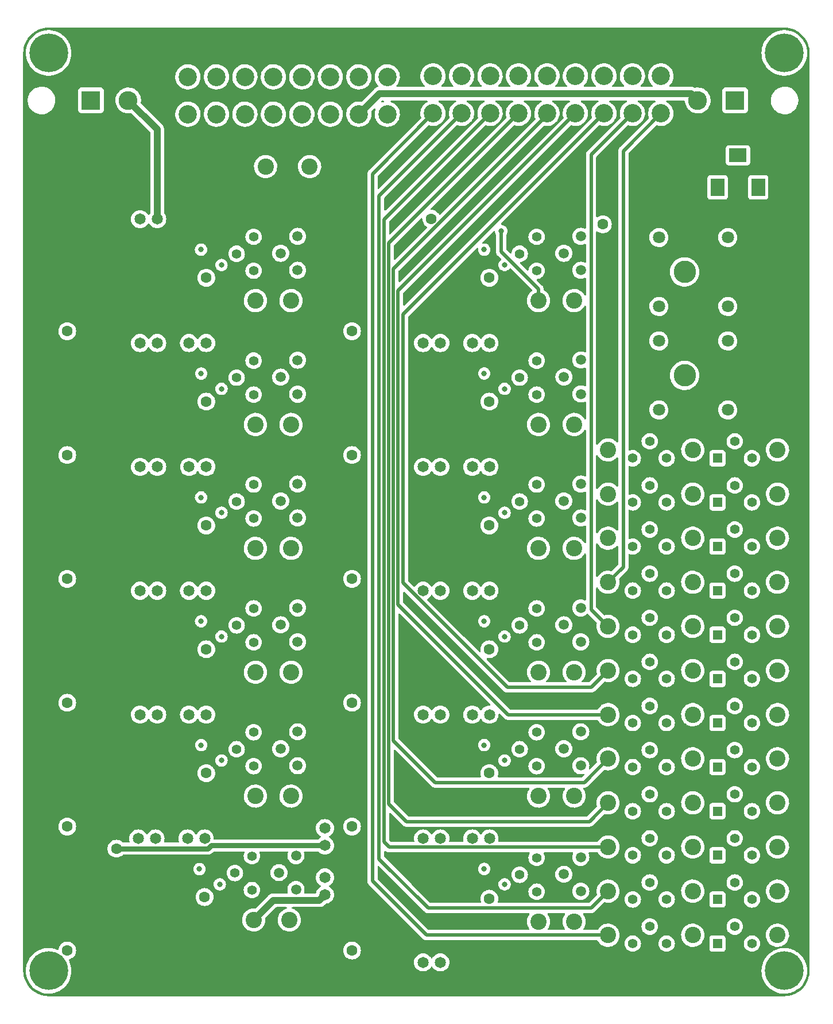
<source format=gbr>
%TF.GenerationSoftware,KiCad,Pcbnew,(6.0.1)*%
%TF.CreationDate,2024-03-16T13:10:30+01:00*%
%TF.ProjectId,CMU,434d552e-6b69-4636-9164-5f7063625858,rev?*%
%TF.SameCoordinates,Original*%
%TF.FileFunction,Copper,L4,Bot*%
%TF.FilePolarity,Positive*%
%FSLAX46Y46*%
G04 Gerber Fmt 4.6, Leading zero omitted, Abs format (unit mm)*
G04 Created by KiCad (PCBNEW (6.0.1)) date 2024-03-16 13:10:30*
%MOMM*%
%LPD*%
G01*
G04 APERTURE LIST*
%TA.AperFunction,ComponentPad*%
%ADD10C,5.700000*%
%TD*%
%TA.AperFunction,ComponentPad*%
%ADD11C,1.400000*%
%TD*%
%TA.AperFunction,ComponentPad*%
%ADD12R,1.400000X1.400000*%
%TD*%
%TA.AperFunction,ComponentPad*%
%ADD13C,1.650000*%
%TD*%
%TA.AperFunction,ComponentPad*%
%ADD14C,2.400000*%
%TD*%
%TA.AperFunction,ComponentPad*%
%ADD15C,1.500000*%
%TD*%
%TA.AperFunction,ComponentPad*%
%ADD16R,2.775000X2.775000*%
%TD*%
%TA.AperFunction,ComponentPad*%
%ADD17C,2.775000*%
%TD*%
%TA.AperFunction,ComponentPad*%
%ADD18C,1.800000*%
%TD*%
%TA.AperFunction,ComponentPad*%
%ADD19C,3.300000*%
%TD*%
%TA.AperFunction,ComponentPad*%
%ADD20R,2.000000X2.600000*%
%TD*%
%TA.AperFunction,ComponentPad*%
%ADD21R,2.600000X2.000000*%
%TD*%
%TA.AperFunction,ComponentPad*%
%ADD22C,2.700000*%
%TD*%
%TA.AperFunction,ViaPad*%
%ADD23C,1.600000*%
%TD*%
%TA.AperFunction,ViaPad*%
%ADD24C,0.800000*%
%TD*%
%TA.AperFunction,Conductor*%
%ADD25C,0.500000*%
%TD*%
%TA.AperFunction,Conductor*%
%ADD26C,1.000000*%
%TD*%
%TA.AperFunction,Conductor*%
%ADD27C,0.750000*%
%TD*%
G04 APERTURE END LIST*
D10*
%TO.P,H4,1*%
%TO.N,N/C*%
X71500000Y-231000000D03*
%TD*%
D11*
%TO.P,VR27,1,CCW*%
%TO.N,Net-(C13-Pad2)*%
X143480000Y-200845000D03*
%TO.P,VR27,2,WIPER_*%
%TO.N,Net-(VR27-Pad2)*%
X140980000Y-198345000D03*
%TO.P,VR27,3,CW*%
%TO.N,unconnected-(VR27-Pad3)*%
X143480000Y-195845000D03*
%TD*%
D12*
%TO.P,VR25,1,CCW*%
%TO.N,Net-(TP27-Pad1)*%
X170155000Y-220480000D03*
D11*
%TO.P,VR25,2,WIPER*%
%TO.N,GND_NTC_1_2*%
X172695000Y-217980000D03*
%TO.P,VR25,3,CW*%
%TO.N,unconnected-(VR25-Pad3)*%
X175235000Y-220480000D03*
%TD*%
D13*
%TO.P,J28,1,1*%
%TO.N,/CMU10/ISO-*%
X94770000Y-156750000D03*
%TO.P,J28,2,2*%
%TO.N,CMU11+*%
X92230000Y-156750000D03*
%TD*%
D14*
%TO.P,TP14,1*%
%TO.N,NTC_3*%
X154000000Y-212750000D03*
%TD*%
%TO.P,TP21,1*%
%TO.N,Net-(TP21-Pad1)*%
X166500000Y-180250000D03*
%TD*%
D13*
%TO.P,J19,1,1*%
%TO.N,CMU1-*%
X136520000Y-211500000D03*
%TO.P,J19,2,2*%
%TO.N,CMU2+*%
X133980000Y-211500000D03*
%TD*%
D14*
%TO.P,TP40,1*%
%TO.N,GND_NTC_1_2*%
X179000000Y-225750000D03*
%TD*%
%TO.P,TP13,1*%
%TO.N,NTC_4*%
X154000000Y-206250000D03*
%TD*%
D15*
%TO.P,VR28,1,CCW*%
%TO.N,Net-(VR27-Pad2)*%
X149980000Y-200777000D03*
%TO.P,VR28,2,WIPER*%
%TO.N,Net-(R8-Pad1)*%
X147480000Y-198277000D03*
%TO.P,VR28,3,CW*%
%TO.N,unconnected-(VR28-Pad3)*%
X149980000Y-195777000D03*
%TD*%
D13*
%TO.P,J25,1,1*%
%TO.N,/CMU7/ISO-*%
X94520000Y-211500000D03*
%TO.P,J25,2,2*%
%TO.N,CMU8+*%
X91980000Y-211500000D03*
%TD*%
D14*
%TO.P,TP48,1*%
%TO.N,/CMU5/ISO-*%
X149000000Y-150500000D03*
%TD*%
D12*
%TO.P,VR22,1,CCW*%
%TO.N,Net-(TP24-Pad1)*%
X170155000Y-200980000D03*
D11*
%TO.P,VR22,2,WIPER*%
%TO.N,GND_NTC_5_6*%
X172695000Y-198480000D03*
%TO.P,VR22,3,CW*%
%TO.N,unconnected-(VR22-Pad3)*%
X175235000Y-200980000D03*
%TD*%
D10*
%TO.P,H1,1*%
%TO.N,N/C*%
X71500000Y-95750000D03*
%TD*%
D13*
%TO.P,J5,1,1*%
%TO.N,/CMU2/ISO+*%
X126730000Y-211500000D03*
%TO.P,J5,2,2*%
%TO.N,CMU1-*%
X129270000Y-211500000D03*
%TD*%
%TO.P,J27,1,1*%
%TO.N,/CMU9/ISO-*%
X94750000Y-175000000D03*
%TO.P,J27,2,2*%
%TO.N,CMU10+*%
X92210000Y-175000000D03*
%TD*%
D14*
%TO.P,TP16,1*%
%TO.N,NTC_1*%
X154000000Y-225750000D03*
%TD*%
%TO.P,TP10,1*%
%TO.N,NTC_7*%
X154000000Y-186750000D03*
%TD*%
D13*
%TO.P,J10,1,1*%
%TO.N,/CMU7/ISO+*%
X112250000Y-212520000D03*
%TO.P,J10,2,2*%
%TO.N,/CMU6/ISO-*%
X112250000Y-209980000D03*
%TD*%
D11*
%TO.P,VR33,1,CCW*%
%TO.N,Net-(C31-Pad2)*%
X143480000Y-146095000D03*
%TO.P,VR33,2,WIPER_*%
%TO.N,Net-(VR33-Pad2)*%
X140980000Y-143595000D03*
%TO.P,VR33,3,CW*%
%TO.N,unconnected-(VR33-Pad3)*%
X143480000Y-141095000D03*
%TD*%
D14*
%TO.P,TP17,1*%
%TO.N,Net-(TP17-Pad1)*%
X166500000Y-154250000D03*
%TD*%
%TO.P,TP34,1*%
%TO.N,GND_NTC_7_8*%
X179000000Y-186750000D03*
%TD*%
%TO.P,TP53,1*%
%TO.N,CMU9+*%
X102000000Y-187000000D03*
%TD*%
%TO.P,TP5,1*%
%TO.N,NTC_12*%
X154000000Y-154250000D03*
%TD*%
%TO.P,TP44,1*%
%TO.N,/CMU3/ISO-*%
X149000000Y-187000000D03*
%TD*%
%TO.P,TP22,1*%
%TO.N,Net-(TP22-Pad1)*%
X166500000Y-186750000D03*
%TD*%
D16*
%TO.P,J18,1,1*%
%TO.N,/CMU12/ISO-*%
X77750000Y-102750000D03*
D17*
%TO.P,J18,2,2*%
X83250000Y-102750000D03*
%TD*%
D14*
%TO.P,TP36,1*%
%TO.N,GND_NTC_5_6*%
X179000000Y-199750000D03*
%TD*%
%TO.P,TP54,1*%
%TO.N,/CMU9/ISO-*%
X107250000Y-187000000D03*
%TD*%
%TO.P,TP15,1*%
%TO.N,NTC_2*%
X154000000Y-219250000D03*
%TD*%
D10*
%TO.P,H2,1*%
%TO.N,N/C*%
X180000000Y-95750000D03*
%TD*%
D14*
%TO.P,TP62,1*%
%TO.N,/CMU7/ISO-*%
X107000000Y-223500000D03*
%TD*%
%TO.P,TP61,1*%
%TO.N,CMU7+*%
X101750000Y-223500000D03*
%TD*%
%TO.P,TP30,1*%
%TO.N,GND_NTC_11_12*%
X179000000Y-160750000D03*
%TD*%
%TO.P,TP47,1*%
%TO.N,CMU5+*%
X143750000Y-150500000D03*
%TD*%
D13*
%TO.P,J24,1,1*%
%TO.N,/CMU6/ISO-*%
X112250000Y-217230000D03*
%TO.P,J24,2,2*%
%TO.N,CMU7+*%
X112250000Y-219770000D03*
%TD*%
D15*
%TO.P,VR2,1,CCW*%
%TO.N,Net-(VR1-Pad2)*%
X149980000Y-219277000D03*
%TO.P,VR2,2,WIPER*%
%TO.N,Net-(R4-Pad1)*%
X147480000Y-216777000D03*
%TO.P,VR2,3,CW*%
%TO.N,unconnected-(VR2-Pad3)*%
X149980000Y-214277000D03*
%TD*%
D11*
%TO.P,VR41,1,CCW*%
%TO.N,Net-(C55-Pad2)*%
X101730000Y-164345000D03*
%TO.P,VR41,2,WIPER_*%
%TO.N,Net-(VR41-Pad2)*%
X99230000Y-161845000D03*
%TO.P,VR41,3,CW*%
%TO.N,unconnected-(VR41-Pad3)*%
X101730000Y-159345000D03*
%TD*%
D12*
%TO.P,VR15,1,CCW*%
%TO.N,Net-(TP17-Pad1)*%
X170155000Y-155480000D03*
D11*
%TO.P,VR15,2,WIPER*%
%TO.N,GND_NTC_11_12*%
X172695000Y-152980000D03*
%TO.P,VR15,3,CW*%
%TO.N,unconnected-(VR15-Pad3)*%
X175235000Y-155480000D03*
%TD*%
D13*
%TO.P,J26,1,1*%
%TO.N,/CMU8/ISO-*%
X94750000Y-193250000D03*
%TO.P,J26,2,2*%
%TO.N,CMU9+*%
X92210000Y-193250000D03*
%TD*%
D11*
%TO.P,VR6,1,CCW*%
%TO.N,NTC_9*%
X157655000Y-174980000D03*
%TO.P,VR6,2,WIPER_*%
%TO.N,Net-(TP20-Pad1)*%
X160155000Y-172480000D03*
%TO.P,VR6,3,CW*%
%TO.N,unconnected-(VR6-Pad3)*%
X162655000Y-174980000D03*
%TD*%
D13*
%TO.P,J11,1,1*%
%TO.N,/CMU8/ISO+*%
X84730000Y-211500000D03*
%TO.P,J11,2,2*%
%TO.N,/CMU7/ISO-*%
X87270000Y-211500000D03*
%TD*%
D14*
%TO.P,TP38,1*%
%TO.N,GND_NTC_3_4*%
X179000000Y-212750000D03*
%TD*%
%TO.P,TP1,1*%
%TO.N,CMU1+*%
X143750000Y-223750000D03*
%TD*%
D15*
%TO.P,VR44,1,CCW*%
%TO.N,Net-(VR43-Pad2)*%
X108230000Y-146027000D03*
%TO.P,VR44,2,WIPER*%
%TO.N,Net-(R40-Pad1)*%
X105730000Y-143527000D03*
%TO.P,VR44,3,CW*%
%TO.N,unconnected-(VR44-Pad3)*%
X108230000Y-141027000D03*
%TD*%
D14*
%TO.P,TP20,1*%
%TO.N,Net-(TP20-Pad1)*%
X166500000Y-173750000D03*
%TD*%
D11*
%TO.P,VR39,1,CCW*%
%TO.N,Net-(C49-Pad2)*%
X101730000Y-182595000D03*
%TO.P,VR39,2,WIPER_*%
%TO.N,Net-(VR39-Pad2)*%
X99230000Y-180095000D03*
%TO.P,VR39,3,CW*%
%TO.N,unconnected-(VR39-Pad3)*%
X101730000Y-177595000D03*
%TD*%
D14*
%TO.P,TP57,1*%
%TO.N,CMU11+*%
X102000000Y-150500000D03*
%TD*%
D18*
%TO.P,J1,1,1*%
%TO.N,unconnected-(J1-Pad1)*%
X171660000Y-133104000D03*
%TO.P,J1,2,2*%
%TO.N,unconnected-(J1-Pad2)*%
X161500000Y-133104000D03*
%TO.P,J1,3,3*%
%TO.N,unconnected-(J1-Pad3)*%
X171660000Y-122944000D03*
%TO.P,J1,4,4*%
%TO.N,unconnected-(J1-Pad4)*%
X161500000Y-122944000D03*
D19*
%TO.P,J1,5,5*%
%TO.N,Net-(F1-Pad1)*%
X165300000Y-128024000D03*
%TD*%
D11*
%TO.P,VR7,1,CCW*%
%TO.N,NTC_8*%
X157655000Y-181480000D03*
%TO.P,VR7,2,WIPER_*%
%TO.N,Net-(TP21-Pad1)*%
X160155000Y-178980000D03*
%TO.P,VR7,3,CW*%
%TO.N,unconnected-(VR7-Pad3)*%
X162655000Y-181480000D03*
%TD*%
D14*
%TO.P,TP7,1*%
%TO.N,NTC_10*%
X154000000Y-167250000D03*
%TD*%
%TO.P,TP28,1*%
%TO.N,Net-(TP28-Pad1)*%
X166500000Y-225750000D03*
%TD*%
%TO.P,TP59,1*%
%TO.N,CMU12+*%
X102000000Y-132250000D03*
%TD*%
D11*
%TO.P,VR12,1,CCW*%
%TO.N,NTC_3*%
X157655000Y-213980000D03*
%TO.P,VR12,2,WIPER_*%
%TO.N,Net-(TP26-Pad1)*%
X160155000Y-211480000D03*
%TO.P,VR12,3,CW*%
%TO.N,unconnected-(VR12-Pad3)*%
X162655000Y-213980000D03*
%TD*%
%TO.P,VR4,1,CCW*%
%TO.N,NTC_11*%
X157655000Y-161980000D03*
%TO.P,VR4,2,WIPER_*%
%TO.N,Net-(TP18-Pad1)*%
X160155000Y-159480000D03*
%TO.P,VR4,3,CW*%
%TO.N,unconnected-(VR4-Pad3)*%
X162655000Y-161980000D03*
%TD*%
D12*
%TO.P,VR17,1,CCW*%
%TO.N,Net-(TP19-Pad1)*%
X170155000Y-168480000D03*
D11*
%TO.P,VR17,2,WIPER*%
%TO.N,GND_NTC_9_10*%
X172695000Y-165980000D03*
%TO.P,VR17,3,CW*%
%TO.N,unconnected-(VR17-Pad3)*%
X175235000Y-168480000D03*
%TD*%
D14*
%TO.P,TP4,1*%
%TO.N,CMU1-*%
X110000000Y-112500000D03*
%TD*%
D15*
%TO.P,VR34,1,CCW*%
%TO.N,Net-(VR33-Pad2)*%
X150000000Y-146000000D03*
%TO.P,VR34,2,WIPER*%
%TO.N,Net-(R20-Pad1)*%
X147500000Y-143500000D03*
%TO.P,VR34,3,CW*%
%TO.N,unconnected-(VR34-Pad3)*%
X150000000Y-141000000D03*
%TD*%
D11*
%TO.P,VR37,1,CCW*%
%TO.N,Net-(C43-Pad2)*%
X101730000Y-200845000D03*
%TO.P,VR37,2,WIPER_*%
%TO.N,Net-(VR37-Pad2)*%
X99230000Y-198345000D03*
%TO.P,VR37,3,CW*%
%TO.N,unconnected-(VR37-Pad3)*%
X101730000Y-195845000D03*
%TD*%
D12*
%TO.P,VR26,1,CCW*%
%TO.N,Net-(TP28-Pad1)*%
X170155000Y-226980000D03*
D11*
%TO.P,VR26,2,WIPER*%
%TO.N,GND_NTC_1_2*%
X172695000Y-224480000D03*
%TO.P,VR26,3,CW*%
%TO.N,unconnected-(VR26-Pad3)*%
X175235000Y-226980000D03*
%TD*%
%TO.P,VR1,1,CCW*%
%TO.N,Net-(C6-Pad2)*%
X143480000Y-219345000D03*
%TO.P,VR1,2,WIPER_*%
%TO.N,Net-(VR1-Pad2)*%
X140980000Y-216845000D03*
%TO.P,VR1,3,CW*%
%TO.N,unconnected-(VR1-Pad3)*%
X143480000Y-214345000D03*
%TD*%
D14*
%TO.P,TP52,1*%
%TO.N,/CMU8/ISO-*%
X107250000Y-205250000D03*
%TD*%
D20*
%TO.P,Power_in1,1*%
%TO.N,Net-(F1-Pad1)*%
X170150000Y-115550000D03*
%TO.P,Power_in1,2*%
%TO.N,/CMU1/IN-*%
X176150000Y-115550000D03*
D21*
%TO.P,Power_in1,3*%
X173150000Y-110850000D03*
%TD*%
D14*
%TO.P,TP46,1*%
%TO.N,/CMU4/ISO-*%
X149000000Y-168750000D03*
%TD*%
D15*
%TO.P,VR36,1,CCW*%
%TO.N,Net-(VR35-Pad2)*%
X149980000Y-127777000D03*
%TO.P,VR36,2,WIPER*%
%TO.N,Net-(R24-Pad1)*%
X147480000Y-125277000D03*
%TO.P,VR36,3,CW*%
%TO.N,unconnected-(VR36-Pad3)*%
X149980000Y-122777000D03*
%TD*%
D12*
%TO.P,VR23,1,CCW*%
%TO.N,Net-(TP25-Pad1)*%
X170155000Y-207480000D03*
D11*
%TO.P,VR23,2,WIPER*%
%TO.N,GND_NTC_3_4*%
X172695000Y-204980000D03*
%TO.P,VR23,3,CW*%
%TO.N,unconnected-(VR23-Pad3)*%
X175235000Y-207480000D03*
%TD*%
%TO.P,VR3,1,CCW*%
%TO.N,NTC_12*%
X157655000Y-155480000D03*
%TO.P,VR3,2,WIPER_*%
%TO.N,Net-(TP17-Pad1)*%
X160155000Y-152980000D03*
%TO.P,VR3,3,CW*%
%TO.N,unconnected-(VR3-Pad3)*%
X162655000Y-155480000D03*
%TD*%
D14*
%TO.P,TP51,1*%
%TO.N,CMU8+*%
X102000000Y-205250000D03*
%TD*%
%TO.P,TP39,1*%
%TO.N,GND_NTC_1_2*%
X179000000Y-219250000D03*
%TD*%
%TO.P,TP43,1*%
%TO.N,CMU3+*%
X143750000Y-187000000D03*
%TD*%
%TO.P,TP29,1*%
%TO.N,GND_NTC_11_12*%
X179000000Y-154250000D03*
%TD*%
D11*
%TO.P,VR9,1,CCW*%
%TO.N,NTC_6*%
X157655000Y-194480000D03*
%TO.P,VR9,2,WIPER_*%
%TO.N,Net-(TP23-Pad1)*%
X160155000Y-191980000D03*
%TO.P,VR9,3,CW*%
%TO.N,unconnected-(VR9-Pad3)*%
X162655000Y-194480000D03*
%TD*%
D14*
%TO.P,TP31,1*%
%TO.N,GND_NTC_9_10*%
X179000000Y-167250000D03*
%TD*%
%TO.P,TP55,1*%
%TO.N,CMU10+*%
X102000000Y-168750000D03*
%TD*%
D13*
%TO.P,J6,1,1*%
%TO.N,/CMU3/ISO+*%
X126730000Y-193250000D03*
%TO.P,J6,2,2*%
%TO.N,/CMU2/ISO-*%
X129270000Y-193250000D03*
%TD*%
D11*
%TO.P,VR5,1,CCW*%
%TO.N,NTC_10*%
X157655000Y-168480000D03*
%TO.P,VR5,2,WIPER_*%
%TO.N,Net-(TP19-Pad1)*%
X160155000Y-165980000D03*
%TO.P,VR5,3,CW*%
%TO.N,unconnected-(VR5-Pad3)*%
X162655000Y-168480000D03*
%TD*%
%TO.P,VR47,1,CCW*%
%TO.N,Net-(C73-Pad2)*%
X101480000Y-219095000D03*
%TO.P,VR47,2,WIPER_*%
%TO.N,Net-(VR47-Pad2)*%
X98980000Y-216595000D03*
%TO.P,VR47,3,CW*%
%TO.N,unconnected-(VR47-Pad3)*%
X101480000Y-214095000D03*
%TD*%
D22*
%TO.P,J2,1,1*%
%TO.N,CMU9+*%
X92050000Y-99275000D03*
%TO.P,J2,2,2*%
%TO.N,CMU11+*%
X96250000Y-99275000D03*
%TO.P,J2,3,3*%
%TO.N,CMU12+*%
X100450000Y-99275000D03*
%TO.P,J2,4,4*%
X104650000Y-99275000D03*
%TO.P,J2,5,5*%
%TO.N,CMU3+*%
X108850000Y-99275000D03*
%TO.P,J2,6,6*%
%TO.N,CMU4+*%
X113050000Y-99275000D03*
%TO.P,J2,7,7*%
%TO.N,CMU5+*%
X117250000Y-99275000D03*
%TO.P,J2,8,8*%
%TO.N,CMU6+*%
X121450000Y-99275000D03*
%TO.P,J2,9,9*%
%TO.N,CMU7+*%
X92050000Y-104775000D03*
%TO.P,J2,10,10*%
%TO.N,CMU8+*%
X96250000Y-104775000D03*
%TO.P,J2,11,11*%
%TO.N,CMU10+*%
X100450000Y-104775000D03*
%TO.P,J2,12,12*%
%TO.N,unconnected-(J2-Pad12)*%
X104650000Y-104775000D03*
%TO.P,J2,13,13*%
%TO.N,CMU1-*%
X108850000Y-104775000D03*
%TO.P,J2,14,14*%
X113050000Y-104775000D03*
%TO.P,J2,15,15*%
%TO.N,CMU1+*%
X117250000Y-104775000D03*
%TO.P,J2,16,16*%
%TO.N,CMU2+*%
X121450000Y-104775000D03*
%TD*%
D15*
%TO.P,VR38,1,CCW*%
%TO.N,Net-(VR37-Pad2)*%
X108230000Y-200777000D03*
%TO.P,VR38,2,WIPER*%
%TO.N,Net-(R28-Pad1)*%
X105730000Y-198277000D03*
%TO.P,VR38,3,CW*%
%TO.N,unconnected-(VR38-Pad3)*%
X108230000Y-195777000D03*
%TD*%
D14*
%TO.P,TP12,1*%
%TO.N,NTC_5*%
X154000000Y-199750000D03*
%TD*%
D16*
%TO.P,J17,1,1*%
%TO.N,CMU1+*%
X172743500Y-102750000D03*
D17*
%TO.P,J17,2,2*%
X167243500Y-102750000D03*
%TD*%
D14*
%TO.P,TP27,1*%
%TO.N,Net-(TP27-Pad1)*%
X166500000Y-219250000D03*
%TD*%
D12*
%TO.P,VR24,1,CCW*%
%TO.N,Net-(TP26-Pad1)*%
X170155000Y-213980000D03*
D11*
%TO.P,VR24,2,WIPER*%
%TO.N,GND_NTC_3_4*%
X172695000Y-211480000D03*
%TO.P,VR24,3,CW*%
%TO.N,unconnected-(VR24-Pad3)*%
X175235000Y-213980000D03*
%TD*%
%TO.P,VR35,1,CCW*%
%TO.N,Net-(C37-Pad2)*%
X143480000Y-127845000D03*
%TO.P,VR35,2,WIPER_*%
%TO.N,Net-(VR35-Pad2)*%
X140980000Y-125345000D03*
%TO.P,VR35,3,CW*%
%TO.N,unconnected-(VR35-Pad3)*%
X143480000Y-122845000D03*
%TD*%
D14*
%TO.P,TP18,1*%
%TO.N,Net-(TP18-Pad1)*%
X166500000Y-160750000D03*
%TD*%
%TO.P,TP2,1*%
%TO.N,CMU1-*%
X149000000Y-223750000D03*
%TD*%
D11*
%TO.P,VR14,1,CCW*%
%TO.N,NTC_1*%
X157655000Y-226980000D03*
%TO.P,VR14,2,WIPER_*%
%TO.N,Net-(TP28-Pad1)*%
X160155000Y-224480000D03*
%TO.P,VR14,3,CW*%
%TO.N,unconnected-(VR14-Pad3)*%
X162655000Y-226980000D03*
%TD*%
D13*
%TO.P,J23,1,1*%
%TO.N,/CMU5/ISO-*%
X136520000Y-138500000D03*
%TO.P,J23,2,2*%
%TO.N,CMU6+*%
X133980000Y-138500000D03*
%TD*%
D11*
%TO.P,VR11,1,CCW*%
%TO.N,NTC_4*%
X157655000Y-207480000D03*
%TO.P,VR11,2,WIPER_*%
%TO.N,Net-(TP25-Pad1)*%
X160155000Y-204980000D03*
%TO.P,VR11,3,CW*%
%TO.N,unconnected-(VR11-Pad3)*%
X162655000Y-207480000D03*
%TD*%
D15*
%TO.P,VR46,1,CCW*%
%TO.N,Net-(VR45-Pad2)*%
X108230000Y-127777000D03*
%TO.P,VR46,2,WIPER*%
%TO.N,Net-(R44-Pad1)*%
X105730000Y-125277000D03*
%TO.P,VR46,3,CW*%
%TO.N,unconnected-(VR46-Pad3)*%
X108230000Y-122777000D03*
%TD*%
%TO.P,VR32,1,CCW*%
%TO.N,Net-(VR31-Pad2)*%
X149980000Y-164277000D03*
%TO.P,VR32,2,WIPER*%
%TO.N,Net-(R16-Pad1)*%
X147480000Y-161777000D03*
%TO.P,VR32,3,CW*%
%TO.N,unconnected-(VR32-Pad3)*%
X149980000Y-159277000D03*
%TD*%
D14*
%TO.P,TP41,1*%
%TO.N,CMU2+*%
X143750000Y-205250000D03*
%TD*%
%TO.P,TP23,1*%
%TO.N,Net-(TP23-Pad1)*%
X166500000Y-193250000D03*
%TD*%
D11*
%TO.P,VR13,1,CCW*%
%TO.N,NTC_2*%
X157655000Y-220480000D03*
%TO.P,VR13,2,WIPER_*%
%TO.N,Net-(TP27-Pad1)*%
X160155000Y-217980000D03*
%TO.P,VR13,3,CW*%
%TO.N,unconnected-(VR13-Pad3)*%
X162655000Y-220480000D03*
%TD*%
D12*
%TO.P,VR19,1,CCW*%
%TO.N,Net-(TP21-Pad1)*%
X170155000Y-181480000D03*
D11*
%TO.P,VR19,2,WIPER*%
%TO.N,GND_NTC_7_8*%
X172695000Y-178980000D03*
%TO.P,VR19,3,CW*%
%TO.N,unconnected-(VR19-Pad3)*%
X175235000Y-181480000D03*
%TD*%
D14*
%TO.P,TP3,1*%
%TO.N,CMU12+*%
X103500000Y-112500000D03*
%TD*%
%TO.P,TP19,1*%
%TO.N,Net-(TP19-Pad1)*%
X166500000Y-167250000D03*
%TD*%
%TO.P,TP32,1*%
%TO.N,GND_NTC_9_10*%
X179000000Y-173750000D03*
%TD*%
D13*
%TO.P,J14,1,1*%
%TO.N,/CMU11/ISO+*%
X84980000Y-156750000D03*
%TO.P,J14,2,2*%
%TO.N,/CMU10/ISO-*%
X87520000Y-156750000D03*
%TD*%
%TO.P,J20,1,1*%
%TO.N,/CMU2/ISO-*%
X136520000Y-193250000D03*
%TO.P,J20,2,2*%
%TO.N,CMU3+*%
X133980000Y-193250000D03*
%TD*%
D14*
%TO.P,TP42,1*%
%TO.N,/CMU2/ISO-*%
X149000000Y-205250000D03*
%TD*%
D11*
%TO.P,VR31,1,CCW*%
%TO.N,Net-(C25-Pad2)*%
X143480000Y-164345000D03*
%TO.P,VR31,2,WIPER_*%
%TO.N,Net-(VR31-Pad2)*%
X140980000Y-161845000D03*
%TO.P,VR31,3,CW*%
%TO.N,unconnected-(VR31-Pad3)*%
X143480000Y-159345000D03*
%TD*%
D12*
%TO.P,VR21,1,CCW*%
%TO.N,Net-(TP23-Pad1)*%
X170155000Y-194480000D03*
D11*
%TO.P,VR21,2,WIPER*%
%TO.N,GND_NTC_5_6*%
X172695000Y-191980000D03*
%TO.P,VR21,3,CW*%
%TO.N,unconnected-(VR21-Pad3)*%
X175235000Y-194480000D03*
%TD*%
D14*
%TO.P,TP50,1*%
%TO.N,/CMU6/ISO-*%
X149000000Y-132250000D03*
%TD*%
D13*
%TO.P,J9,1,1*%
%TO.N,/CMU6/ISO+*%
X126730000Y-138500000D03*
%TO.P,J9,2,2*%
%TO.N,/CMU5/ISO-*%
X129270000Y-138500000D03*
%TD*%
D15*
%TO.P,VR42,1,CCW*%
%TO.N,Net-(VR41-Pad2)*%
X108230000Y-164277000D03*
%TO.P,VR42,2,WIPER*%
%TO.N,Net-(R36-Pad1)*%
X105730000Y-161777000D03*
%TO.P,VR42,3,CW*%
%TO.N,unconnected-(VR42-Pad3)*%
X108230000Y-159277000D03*
%TD*%
%TO.P,VR48,1,CCW*%
%TO.N,Net-(VR47-Pad2)*%
X107980000Y-219027000D03*
%TO.P,VR48,2,WIPER*%
%TO.N,Net-(R48-Pad1)*%
X105480000Y-216527000D03*
%TO.P,VR48,3,CW*%
%TO.N,unconnected-(VR48-Pad3)*%
X107980000Y-214027000D03*
%TD*%
D14*
%TO.P,TP56,1*%
%TO.N,/CMU10/ISO-*%
X107250000Y-168750000D03*
%TD*%
D11*
%TO.P,VR29,1,CCW*%
%TO.N,Net-(C19-Pad2)*%
X143480000Y-182595000D03*
%TO.P,VR29,2,WIPER_*%
%TO.N,Net-(VR29-Pad2)*%
X140980000Y-180095000D03*
%TO.P,VR29,3,CW*%
%TO.N,unconnected-(VR29-Pad3)*%
X143480000Y-177595000D03*
%TD*%
D13*
%TO.P,J4,1,1*%
%TO.N,/CMU1/ISO+*%
X126730000Y-229750000D03*
%TO.P,J4,2,2*%
%TO.N,unconnected-(J4-Pad2)*%
X129270000Y-229750000D03*
%TD*%
D14*
%TO.P,TP33,1*%
%TO.N,GND_NTC_7_8*%
X179000000Y-180250000D03*
%TD*%
%TO.P,TP58,1*%
%TO.N,/CMU11/ISO-*%
X107250000Y-150500000D03*
%TD*%
D12*
%TO.P,VR18,1,CCW*%
%TO.N,Net-(TP20-Pad1)*%
X170155000Y-174980000D03*
D11*
%TO.P,VR18,2,WIPER*%
%TO.N,GND_NTC_9_10*%
X172695000Y-172480000D03*
%TO.P,VR18,3,CW*%
%TO.N,unconnected-(VR18-Pad3)*%
X175235000Y-174980000D03*
%TD*%
D14*
%TO.P,TP35,1*%
%TO.N,GND_NTC_5_6*%
X179000000Y-193250000D03*
%TD*%
D11*
%TO.P,VR8,1,CCW*%
%TO.N,NTC_7*%
X157655000Y-187980000D03*
%TO.P,VR8,2,WIPER_*%
%TO.N,Net-(TP22-Pad1)*%
X160155000Y-185480000D03*
%TO.P,VR8,3,CW*%
%TO.N,unconnected-(VR8-Pad3)*%
X162655000Y-187980000D03*
%TD*%
%TO.P,VR45,1,CCW*%
%TO.N,Net-(C67-Pad2)*%
X101730000Y-127845000D03*
%TO.P,VR45,2,WIPER_*%
%TO.N,Net-(VR45-Pad2)*%
X99230000Y-125345000D03*
%TO.P,VR45,3,CW*%
%TO.N,unconnected-(VR45-Pad3)*%
X101730000Y-122845000D03*
%TD*%
D12*
%TO.P,VR20,1,CCW*%
%TO.N,Net-(TP22-Pad1)*%
X170155000Y-187980000D03*
D11*
%TO.P,VR20,2,WIPER*%
%TO.N,GND_NTC_7_8*%
X172695000Y-185480000D03*
%TO.P,VR20,3,CW*%
%TO.N,unconnected-(VR20-Pad3)*%
X175235000Y-187980000D03*
%TD*%
D13*
%TO.P,J12,1,1*%
%TO.N,/CMU9/ISO+*%
X84980000Y-193250000D03*
%TO.P,J12,2,2*%
%TO.N,/CMU8/ISO-*%
X87520000Y-193250000D03*
%TD*%
D14*
%TO.P,TP24,1*%
%TO.N,Net-(TP24-Pad1)*%
X166500000Y-199750000D03*
%TD*%
%TO.P,TP9,1*%
%TO.N,NTC_8*%
X154000000Y-180250000D03*
%TD*%
D13*
%TO.P,J21,1,1*%
%TO.N,/CMU3/ISO-*%
X136520000Y-175000000D03*
%TO.P,J21,2,2*%
%TO.N,CMU4+*%
X133980000Y-175000000D03*
%TD*%
D14*
%TO.P,TP25,1*%
%TO.N,Net-(TP25-Pad1)*%
X166500000Y-206250000D03*
%TD*%
D18*
%TO.P,J3,1,1*%
%TO.N,unconnected-(J3-Pad1)*%
X171660000Y-148354000D03*
%TO.P,J3,2,2*%
%TO.N,unconnected-(J3-Pad2)*%
X161500000Y-148354000D03*
%TO.P,J3,3,3*%
%TO.N,unconnected-(J3-Pad3)*%
X171660000Y-138194000D03*
%TO.P,J3,4,4*%
%TO.N,unconnected-(J3-Pad4)*%
X161500000Y-138194000D03*
D19*
%TO.P,J3,5,5*%
%TO.N,/CMU1/IN-*%
X165300000Y-143274000D03*
%TD*%
D11*
%TO.P,VR10,1,CCW*%
%TO.N,NTC_5*%
X157655000Y-200980000D03*
%TO.P,VR10,2,WIPER_*%
%TO.N,Net-(TP24-Pad1)*%
X160155000Y-198480000D03*
%TO.P,VR10,3,CW*%
%TO.N,unconnected-(VR10-Pad3)*%
X162655000Y-200980000D03*
%TD*%
D14*
%TO.P,TP11,1*%
%TO.N,NTC_6*%
X154000000Y-193250000D03*
%TD*%
D11*
%TO.P,VR43,1,CCW*%
%TO.N,Net-(C61-Pad2)*%
X101730000Y-146095000D03*
%TO.P,VR43,2,WIPER_*%
%TO.N,Net-(VR43-Pad2)*%
X99230000Y-143595000D03*
%TO.P,VR43,3,CW*%
%TO.N,unconnected-(VR43-Pad3)*%
X101730000Y-141095000D03*
%TD*%
D13*
%TO.P,J22,1,1*%
%TO.N,/CMU4/ISO-*%
X136520000Y-156750000D03*
%TO.P,J22,2,2*%
%TO.N,CMU5+*%
X133980000Y-156750000D03*
%TD*%
D15*
%TO.P,VR40,1,CCW*%
%TO.N,Net-(VR39-Pad2)*%
X108230000Y-182527000D03*
%TO.P,VR40,2,WIPER*%
%TO.N,Net-(R32-Pad1)*%
X105730000Y-180027000D03*
%TO.P,VR40,3,CW*%
%TO.N,unconnected-(VR40-Pad3)*%
X108230000Y-177527000D03*
%TD*%
D14*
%TO.P,TP26,1*%
%TO.N,Net-(TP26-Pad1)*%
X166500000Y-212750000D03*
%TD*%
%TO.P,TP60,1*%
%TO.N,/CMU12/ISO-*%
X107250000Y-132250000D03*
%TD*%
%TO.P,TP45,1*%
%TO.N,CMU4+*%
X143750000Y-168750000D03*
%TD*%
%TO.P,TP49,1*%
%TO.N,CMU6+*%
X143750000Y-132250000D03*
%TD*%
D10*
%TO.P,H3,1*%
%TO.N,N/C*%
X180000000Y-231000000D03*
%TD*%
D12*
%TO.P,VR16,1,CCW*%
%TO.N,Net-(TP18-Pad1)*%
X170155000Y-161980000D03*
D11*
%TO.P,VR16,2,WIPER*%
%TO.N,GND_NTC_11_12*%
X172695000Y-159480000D03*
%TO.P,VR16,3,CW*%
%TO.N,unconnected-(VR16-Pad3)*%
X175235000Y-161980000D03*
%TD*%
D13*
%TO.P,J7,1,1*%
%TO.N,/CMU4/ISO+*%
X126730000Y-175000000D03*
%TO.P,J7,2,2*%
%TO.N,/CMU3/ISO-*%
X129270000Y-175000000D03*
%TD*%
%TO.P,J16,1,1*%
%TO.N,unconnected-(J16-Pad1)*%
X84980000Y-120250000D03*
%TO.P,J16,2,2*%
%TO.N,/CMU12/ISO-*%
X87520000Y-120250000D03*
%TD*%
D15*
%TO.P,VR30,1,CCW*%
%TO.N,Net-(VR29-Pad2)*%
X149980000Y-182527000D03*
%TO.P,VR30,2,WIPER*%
%TO.N,Net-(R12-Pad1)*%
X147480000Y-180027000D03*
%TO.P,VR30,3,CW*%
%TO.N,unconnected-(VR30-Pad3)*%
X149980000Y-177527000D03*
%TD*%
D13*
%TO.P,J15,1,1*%
%TO.N,/CMU12/ISO+*%
X84980000Y-138500000D03*
%TO.P,J15,2,2*%
%TO.N,/CMU11/ISO-*%
X87520000Y-138500000D03*
%TD*%
%TO.P,J29,1,1*%
%TO.N,/CMU11/ISO-*%
X94750000Y-138500000D03*
%TO.P,J29,2,2*%
%TO.N,CMU12+*%
X92210000Y-138500000D03*
%TD*%
D22*
%TO.P,J30,1*%
%TO.N,GND_NTC_1_2*%
X128200000Y-99150000D03*
%TO.P,J30,2*%
%TO.N,GND_NTC_3_4*%
X132400000Y-99150000D03*
%TO.P,J30,3*%
%TO.N,GND_NTC_5_6*%
X136600000Y-99150000D03*
%TO.P,J30,4*%
%TO.N,GND_NTC_7_8*%
X140800000Y-99150000D03*
%TO.P,J30,5*%
%TO.N,GND_NTC_9_10*%
X145000000Y-99150000D03*
%TO.P,J30,6*%
%TO.N,GND_NTC_11_12*%
X149200000Y-99150000D03*
%TO.P,J30,7*%
%TO.N,NTC_10*%
X153400000Y-99150000D03*
%TO.P,J30,8*%
%TO.N,NTC_11*%
X157600000Y-99150000D03*
%TO.P,J30,9*%
%TO.N,NTC_12*%
X161800000Y-99150000D03*
%TO.P,J30,10*%
%TO.N,NTC_1*%
X128200000Y-104650000D03*
%TO.P,J30,11*%
%TO.N,NTC_2*%
X132400000Y-104650000D03*
%TO.P,J30,12*%
%TO.N,NTC_3*%
X136600000Y-104650000D03*
%TO.P,J30,13*%
%TO.N,NTC_4*%
X140800000Y-104650000D03*
%TO.P,J30,14*%
%TO.N,NTC_5*%
X145000000Y-104650000D03*
%TO.P,J30,15*%
%TO.N,NTC_6*%
X149200000Y-104650000D03*
%TO.P,J30,16*%
%TO.N,NTC_7*%
X153400000Y-104650000D03*
%TO.P,J30,17*%
%TO.N,NTC_8*%
X157600000Y-104650000D03*
%TO.P,J30,18*%
%TO.N,NTC_9*%
X161800000Y-104650000D03*
%TD*%
D13*
%TO.P,J13,1,1*%
%TO.N,/CMU10/ISO+*%
X84980000Y-175000000D03*
%TO.P,J13,2,2*%
%TO.N,/CMU9/ISO-*%
X87520000Y-175000000D03*
%TD*%
D14*
%TO.P,TP37,1*%
%TO.N,GND_NTC_3_4*%
X179000000Y-206250000D03*
%TD*%
D13*
%TO.P,J8,1,1*%
%TO.N,/CMU5/ISO+*%
X126730000Y-156750000D03*
%TO.P,J8,2,2*%
%TO.N,/CMU4/ISO-*%
X129270000Y-156750000D03*
%TD*%
D14*
%TO.P,TP8,1*%
%TO.N,NTC_9*%
X154000000Y-173750000D03*
%TD*%
%TO.P,TP6,1*%
%TO.N,NTC_11*%
X154000000Y-160750000D03*
%TD*%
D23*
%TO.N,/CMU1/IN-*%
X74250000Y-191500000D03*
X116250000Y-228000000D03*
X153250000Y-121000000D03*
X74250000Y-209750000D03*
X116250000Y-155000000D03*
X74250000Y-173250000D03*
X74250000Y-228000000D03*
X116250000Y-173250000D03*
X116250000Y-136750000D03*
X116250000Y-209750000D03*
X74250000Y-155000000D03*
X74250000Y-136750000D03*
X116250000Y-191500000D03*
D24*
%TO.N,CMU6+*%
X138250000Y-122000000D03*
D23*
%TO.N,CMU1-*%
X136500000Y-220375500D03*
D24*
%TO.N,Net-(PS1-Pad2)*%
X135739043Y-215991234D03*
X138750000Y-218250000D03*
%TO.N,Net-(PS2-Pad2)*%
X138750000Y-200000000D03*
X135739043Y-197741234D03*
%TO.N,Net-(PS3-Pad2)*%
X135739043Y-179491234D03*
X138750000Y-181750000D03*
%TO.N,Net-(PS4-Pad2)*%
X135739043Y-161241234D03*
X138750000Y-163500000D03*
%TO.N,Net-(PS5-Pad2)*%
X135739043Y-142991234D03*
X138750000Y-145250000D03*
%TO.N,Net-(PS6-Pad2)*%
X138750000Y-127000000D03*
X135739043Y-124741234D03*
%TO.N,Net-(PS7-Pad2)*%
X93750000Y-216000000D03*
X96750000Y-218250000D03*
%TO.N,Net-(PS8-Pad2)*%
X97000000Y-200000000D03*
X94000000Y-197750000D03*
%TO.N,Net-(PS9-Pad2)*%
X97000000Y-181750000D03*
X93989043Y-179491234D03*
%TO.N,Net-(PS10-Pad2)*%
X93989043Y-161241234D03*
X97000000Y-163500000D03*
%TO.N,Net-(PS11-Pad2)*%
X94000000Y-143000000D03*
X97000000Y-145250000D03*
%TO.N,Net-(PS12-Pad2)*%
X97000000Y-127000000D03*
X93989043Y-124741234D03*
D23*
%TO.N,/CMU7/ISO+*%
X81500000Y-213000000D03*
%TO.N,/CMU2/ISO-*%
X136500000Y-201875500D03*
%TO.N,/CMU3/ISO-*%
X136500000Y-183625500D03*
%TO.N,/CMU4/ISO-*%
X136500000Y-165375500D03*
%TO.N,/CMU5/ISO-*%
X136500000Y-147125500D03*
%TO.N,/CMU6/ISO-*%
X127939943Y-120189443D03*
X136500000Y-128875500D03*
%TO.N,/CMU8/ISO-*%
X94750000Y-201875500D03*
%TO.N,/CMU9/ISO-*%
X94750000Y-183625500D03*
%TO.N,/CMU10/ISO-*%
X94750000Y-165375500D03*
%TO.N,/CMU11/ISO-*%
X94750000Y-147125500D03*
%TO.N,/CMU12/ISO-*%
X94750000Y-128875500D03*
%TO.N,/CMU7/ISO-*%
X94500000Y-220125500D03*
%TD*%
D25*
%TO.N,CMU6+*%
X138250000Y-125052944D02*
X138250000Y-122000000D01*
X143750000Y-132250000D02*
X143750000Y-130552944D01*
X143750000Y-130552944D02*
X138250000Y-125052944D01*
D26*
%TO.N,CMU1+*%
X166243500Y-101750000D02*
X120275000Y-101750000D01*
X120275000Y-101750000D02*
X117250000Y-104775000D01*
X167243500Y-102750000D02*
X166243500Y-101750000D01*
%TO.N,CMU7+*%
X111425000Y-220595000D02*
X104655000Y-220595000D01*
X104655000Y-220595000D02*
X101750000Y-223500000D01*
X112250000Y-219770000D02*
X111425000Y-220595000D01*
D25*
%TO.N,NTC_9*%
X156250000Y-110200000D02*
X156250000Y-171500000D01*
X156250000Y-171500000D02*
X154000000Y-173750000D01*
X161800000Y-104650000D02*
X156250000Y-110200000D01*
%TO.N,NTC_4*%
X121649040Y-206399040D02*
X124250000Y-209000000D01*
X121649040Y-123800960D02*
X121649040Y-206399040D01*
X140800000Y-104650000D02*
X121649040Y-123800960D01*
X124250000Y-209000000D02*
X151250000Y-209000000D01*
X151250000Y-209000000D02*
X154000000Y-206250000D01*
%TO.N,NTC_3*%
X153975489Y-212774511D02*
X154000000Y-212750000D01*
X120949520Y-212000000D02*
X121724031Y-212774511D01*
X121724031Y-212774511D02*
X153975489Y-212774511D01*
X120949520Y-120300480D02*
X120949520Y-212000000D01*
X136600000Y-104650000D02*
X120949520Y-120300480D01*
%TO.N,NTC_2*%
X132400000Y-104650000D02*
X120250000Y-116800000D01*
X120250000Y-116800000D02*
X120250000Y-214500000D01*
X120250000Y-214500000D02*
X127500000Y-221750000D01*
X127500000Y-221750000D02*
X151500000Y-221750000D01*
X151500000Y-221750000D02*
X154000000Y-219250000D01*
%TO.N,NTC_1*%
X119250000Y-217750000D02*
X127250000Y-225750000D01*
X127250000Y-225750000D02*
X154000000Y-225750000D01*
X128200000Y-104650000D02*
X119250000Y-113600000D01*
X119250000Y-113600000D02*
X119250000Y-217750000D01*
%TO.N,NTC_8*%
X157600000Y-104650000D02*
X151500000Y-110750000D01*
X151500000Y-110750000D02*
X151500000Y-177750000D01*
X151500000Y-177750000D02*
X154000000Y-180250000D01*
%TO.N,NTC_7*%
X153400000Y-104650000D02*
X123747600Y-134302400D01*
X123747600Y-134302400D02*
X123747600Y-173820032D01*
X139177568Y-189250000D02*
X151500000Y-189250000D01*
X151500000Y-189250000D02*
X154000000Y-186750000D01*
X123747600Y-173820032D02*
X139177568Y-189250000D01*
%TO.N,NTC_6*%
X139250000Y-193250000D02*
X154000000Y-193250000D01*
X123048080Y-130801920D02*
X123048080Y-177048080D01*
X149200000Y-104650000D02*
X123048080Y-130801920D01*
X123048080Y-177048080D02*
X139250000Y-193250000D01*
%TO.N,NTC_5*%
X145000000Y-104650000D02*
X145000000Y-104896462D01*
X145000000Y-104896462D02*
X122348560Y-127547902D01*
X150500000Y-203250000D02*
X154000000Y-199750000D01*
X128500000Y-203250000D02*
X150500000Y-203250000D01*
X122348560Y-127547902D02*
X122348560Y-197098560D01*
X122348560Y-197098560D02*
X128500000Y-203250000D01*
D27*
%TO.N,/CMU7/ISO+*%
X95479209Y-212520000D02*
X94999209Y-213000000D01*
X94999209Y-213000000D02*
X81500000Y-213000000D01*
X112250000Y-212520000D02*
X95479209Y-212520000D01*
D26*
%TO.N,/CMU12/ISO-*%
X87520000Y-107020000D02*
X83250000Y-102750000D01*
X87520000Y-120250000D02*
X87520000Y-107020000D01*
%TD*%
%TA.AperFunction,NonConductor*%
G36*
X120911837Y-102778502D02*
G01*
X120958330Y-102832158D01*
X120968434Y-102902432D01*
X120938940Y-102967012D01*
X120885464Y-103003383D01*
X120733202Y-103056853D01*
X120662302Y-103060551D01*
X120600657Y-103025331D01*
X120567840Y-102962374D01*
X120574269Y-102891670D01*
X120602359Y-102848875D01*
X120655829Y-102795405D01*
X120718141Y-102761379D01*
X120744924Y-102758500D01*
X120843716Y-102758500D01*
X120911837Y-102778502D01*
G37*
%TD.AperFunction*%
%TA.AperFunction,NonConductor*%
G36*
X131561637Y-102778502D02*
G01*
X131608130Y-102832158D01*
X131618234Y-102902432D01*
X131588740Y-102967012D01*
X131551599Y-102996314D01*
X131426456Y-103061321D01*
X131422841Y-103063904D01*
X131422835Y-103063908D01*
X131347910Y-103117451D01*
X131212322Y-103214344D01*
X131209095Y-103217422D01*
X131209093Y-103217424D01*
X131028613Y-103389593D01*
X131021885Y-103396011D01*
X130858945Y-103602700D01*
X130830529Y-103651622D01*
X130728987Y-103826438D01*
X130728984Y-103826444D01*
X130726753Y-103830285D01*
X130725083Y-103834408D01*
X130629898Y-104069409D01*
X130627947Y-104074225D01*
X130626876Y-104078538D01*
X130626874Y-104078543D01*
X130600273Y-104185634D01*
X130564498Y-104329654D01*
X130537672Y-104591474D01*
X130539644Y-104641675D01*
X130544645Y-104768935D01*
X130548005Y-104854462D01*
X130595290Y-105113371D01*
X130596699Y-105117594D01*
X130637847Y-105240930D01*
X130640431Y-105311879D01*
X130607418Y-105369901D01*
X120223595Y-115753724D01*
X120161283Y-115787750D01*
X120090468Y-115782685D01*
X120033632Y-115740138D01*
X120008821Y-115673618D01*
X120008500Y-115664629D01*
X120008500Y-113966371D01*
X120028502Y-113898250D01*
X120045405Y-113877276D01*
X127476749Y-106445932D01*
X127539061Y-106411906D01*
X127598136Y-106413235D01*
X127672183Y-106432868D01*
X127850862Y-106480244D01*
X128112229Y-106511179D01*
X128375347Y-106504978D01*
X128379745Y-106504246D01*
X128630576Y-106462496D01*
X128630580Y-106462495D01*
X128634966Y-106461765D01*
X128639207Y-106460424D01*
X128639210Y-106460423D01*
X128881661Y-106383746D01*
X128881663Y-106383745D01*
X128885907Y-106382403D01*
X128889918Y-106380477D01*
X128889923Y-106380475D01*
X129119143Y-106270405D01*
X129119144Y-106270404D01*
X129123162Y-106268475D01*
X129233187Y-106194958D01*
X129338289Y-106124732D01*
X129338293Y-106124729D01*
X129341997Y-106122254D01*
X129345314Y-106119283D01*
X129345318Y-106119280D01*
X129534729Y-105949629D01*
X129534730Y-105949628D01*
X129538047Y-105946657D01*
X129707398Y-105745189D01*
X129718662Y-105727129D01*
X129844320Y-105525643D01*
X129846674Y-105521869D01*
X129859870Y-105492022D01*
X129951295Y-105285219D01*
X129953093Y-105281152D01*
X130024534Y-105027843D01*
X130043212Y-104888783D01*
X130059143Y-104770176D01*
X130059144Y-104770168D01*
X130059570Y-104766994D01*
X130063247Y-104650000D01*
X130060561Y-104612056D01*
X130044974Y-104391915D01*
X130044659Y-104387466D01*
X130033167Y-104334085D01*
X129990201Y-104134523D01*
X129989264Y-104130171D01*
X129983299Y-104114000D01*
X129899710Y-103887424D01*
X129898169Y-103883247D01*
X129889557Y-103867287D01*
X129775304Y-103655538D01*
X129773191Y-103651622D01*
X129616824Y-103439918D01*
X129571512Y-103393888D01*
X129435318Y-103255539D01*
X129432187Y-103252358D01*
X129428647Y-103249657D01*
X129428641Y-103249651D01*
X129226506Y-103095386D01*
X129226502Y-103095383D01*
X129222965Y-103092684D01*
X129063506Y-103003383D01*
X129047528Y-102994435D01*
X128997866Y-102943698D01*
X128983518Y-102874166D01*
X129009040Y-102807915D01*
X129066328Y-102765980D01*
X129109094Y-102758500D01*
X131493516Y-102758500D01*
X131561637Y-102778502D01*
G37*
%TD.AperFunction*%
%TA.AperFunction,NonConductor*%
G36*
X135761637Y-102778502D02*
G01*
X135808130Y-102832158D01*
X135818234Y-102902432D01*
X135788740Y-102967012D01*
X135751599Y-102996314D01*
X135626456Y-103061321D01*
X135622841Y-103063904D01*
X135622835Y-103063908D01*
X135547910Y-103117451D01*
X135412322Y-103214344D01*
X135409095Y-103217422D01*
X135409093Y-103217424D01*
X135228613Y-103389593D01*
X135221885Y-103396011D01*
X135058945Y-103602700D01*
X135030529Y-103651622D01*
X134928987Y-103826438D01*
X134928984Y-103826444D01*
X134926753Y-103830285D01*
X134925083Y-103834408D01*
X134829898Y-104069409D01*
X134827947Y-104074225D01*
X134826876Y-104078538D01*
X134826874Y-104078543D01*
X134800273Y-104185634D01*
X134764498Y-104329654D01*
X134737672Y-104591474D01*
X134739644Y-104641675D01*
X134744645Y-104768935D01*
X134748005Y-104854462D01*
X134795290Y-105113371D01*
X134796699Y-105117594D01*
X134837847Y-105240930D01*
X134840431Y-105311879D01*
X134807418Y-105369901D01*
X121223595Y-118953724D01*
X121161283Y-118987750D01*
X121090468Y-118982685D01*
X121033632Y-118940138D01*
X121008821Y-118873618D01*
X121008500Y-118864629D01*
X121008500Y-117166371D01*
X121028502Y-117098250D01*
X121045405Y-117077276D01*
X131676749Y-106445932D01*
X131739061Y-106411906D01*
X131798136Y-106413235D01*
X131872183Y-106432868D01*
X132050862Y-106480244D01*
X132312229Y-106511179D01*
X132575347Y-106504978D01*
X132579745Y-106504246D01*
X132830576Y-106462496D01*
X132830580Y-106462495D01*
X132834966Y-106461765D01*
X132839207Y-106460424D01*
X132839210Y-106460423D01*
X133081661Y-106383746D01*
X133081663Y-106383745D01*
X133085907Y-106382403D01*
X133089918Y-106380477D01*
X133089923Y-106380475D01*
X133319143Y-106270405D01*
X133319144Y-106270404D01*
X133323162Y-106268475D01*
X133433187Y-106194958D01*
X133538289Y-106124732D01*
X133538293Y-106124729D01*
X133541997Y-106122254D01*
X133545314Y-106119283D01*
X133545318Y-106119280D01*
X133734729Y-105949629D01*
X133734730Y-105949628D01*
X133738047Y-105946657D01*
X133907398Y-105745189D01*
X133918662Y-105727129D01*
X134044320Y-105525643D01*
X134046674Y-105521869D01*
X134059870Y-105492022D01*
X134151295Y-105285219D01*
X134153093Y-105281152D01*
X134224534Y-105027843D01*
X134243212Y-104888783D01*
X134259143Y-104770176D01*
X134259144Y-104770168D01*
X134259570Y-104766994D01*
X134263247Y-104650000D01*
X134260561Y-104612056D01*
X134244974Y-104391915D01*
X134244659Y-104387466D01*
X134233167Y-104334085D01*
X134190201Y-104134523D01*
X134189264Y-104130171D01*
X134183299Y-104114000D01*
X134099710Y-103887424D01*
X134098169Y-103883247D01*
X134089557Y-103867287D01*
X133975304Y-103655538D01*
X133973191Y-103651622D01*
X133816824Y-103439918D01*
X133771512Y-103393888D01*
X133635318Y-103255539D01*
X133632187Y-103252358D01*
X133628647Y-103249657D01*
X133628641Y-103249651D01*
X133426506Y-103095386D01*
X133426502Y-103095383D01*
X133422965Y-103092684D01*
X133263506Y-103003383D01*
X133247528Y-102994435D01*
X133197866Y-102943698D01*
X133183518Y-102874166D01*
X133209040Y-102807915D01*
X133266328Y-102765980D01*
X133309094Y-102758500D01*
X135693516Y-102758500D01*
X135761637Y-102778502D01*
G37*
%TD.AperFunction*%
%TA.AperFunction,NonConductor*%
G36*
X144161637Y-102778502D02*
G01*
X144208130Y-102832158D01*
X144218234Y-102902432D01*
X144188740Y-102967012D01*
X144151599Y-102996314D01*
X144026456Y-103061321D01*
X144022841Y-103063904D01*
X144022835Y-103063908D01*
X143947910Y-103117451D01*
X143812322Y-103214344D01*
X143809095Y-103217422D01*
X143809093Y-103217424D01*
X143628613Y-103389593D01*
X143621885Y-103396011D01*
X143458945Y-103602700D01*
X143430529Y-103651622D01*
X143328987Y-103826438D01*
X143328984Y-103826444D01*
X143326753Y-103830285D01*
X143325083Y-103834408D01*
X143229898Y-104069409D01*
X143227947Y-104074225D01*
X143226876Y-104078538D01*
X143226874Y-104078543D01*
X143200273Y-104185634D01*
X143164498Y-104329654D01*
X143137672Y-104591474D01*
X143139644Y-104641675D01*
X143144645Y-104768935D01*
X143148005Y-104854462D01*
X143195290Y-105113371D01*
X143278584Y-105363034D01*
X143280574Y-105367016D01*
X143280575Y-105367019D01*
X143298697Y-105403286D01*
X143311253Y-105473164D01*
X143284038Y-105538737D01*
X143275080Y-105548701D01*
X129271417Y-119552364D01*
X129209105Y-119586390D01*
X129138290Y-119581325D01*
X129081454Y-119538778D01*
X129077527Y-119532825D01*
X129077466Y-119532694D01*
X128983113Y-119397944D01*
X128949300Y-119349654D01*
X128949298Y-119349651D01*
X128946141Y-119345143D01*
X128784243Y-119183245D01*
X128779735Y-119180088D01*
X128779732Y-119180086D01*
X128648816Y-119088418D01*
X128596692Y-119051920D01*
X128591710Y-119049597D01*
X128591705Y-119049594D01*
X128394168Y-118957482D01*
X128394167Y-118957482D01*
X128389186Y-118955159D01*
X128383878Y-118953737D01*
X128383876Y-118953736D01*
X128173345Y-118897324D01*
X128173343Y-118897324D01*
X128168030Y-118895900D01*
X127939943Y-118875945D01*
X127940165Y-118873405D01*
X127882326Y-118856422D01*
X127835833Y-118802766D01*
X127825729Y-118732492D01*
X127855223Y-118667912D01*
X127861352Y-118661329D01*
X140076749Y-106445932D01*
X140139061Y-106411906D01*
X140198136Y-106413235D01*
X140272183Y-106432868D01*
X140450862Y-106480244D01*
X140712229Y-106511179D01*
X140975347Y-106504978D01*
X140979745Y-106504246D01*
X141230576Y-106462496D01*
X141230580Y-106462495D01*
X141234966Y-106461765D01*
X141239207Y-106460424D01*
X141239210Y-106460423D01*
X141481661Y-106383746D01*
X141481663Y-106383745D01*
X141485907Y-106382403D01*
X141489918Y-106380477D01*
X141489923Y-106380475D01*
X141719143Y-106270405D01*
X141719144Y-106270404D01*
X141723162Y-106268475D01*
X141833187Y-106194958D01*
X141938289Y-106124732D01*
X141938293Y-106124729D01*
X141941997Y-106122254D01*
X141945314Y-106119283D01*
X141945318Y-106119280D01*
X142134729Y-105949629D01*
X142134730Y-105949628D01*
X142138047Y-105946657D01*
X142307398Y-105745189D01*
X142318662Y-105727129D01*
X142444320Y-105525643D01*
X142446674Y-105521869D01*
X142459870Y-105492022D01*
X142551295Y-105285219D01*
X142553093Y-105281152D01*
X142624534Y-105027843D01*
X142643212Y-104888783D01*
X142659143Y-104770176D01*
X142659144Y-104770168D01*
X142659570Y-104766994D01*
X142663247Y-104650000D01*
X142660561Y-104612056D01*
X142644974Y-104391915D01*
X142644659Y-104387466D01*
X142633167Y-104334085D01*
X142590201Y-104134523D01*
X142589264Y-104130171D01*
X142583299Y-104114000D01*
X142499710Y-103887424D01*
X142498169Y-103883247D01*
X142489557Y-103867287D01*
X142375304Y-103655538D01*
X142373191Y-103651622D01*
X142216824Y-103439918D01*
X142171512Y-103393888D01*
X142035318Y-103255539D01*
X142032187Y-103252358D01*
X142028647Y-103249657D01*
X142028641Y-103249651D01*
X141826506Y-103095386D01*
X141826502Y-103095383D01*
X141822965Y-103092684D01*
X141663506Y-103003383D01*
X141647528Y-102994435D01*
X141597866Y-102943698D01*
X141583518Y-102874166D01*
X141609040Y-102807915D01*
X141666328Y-102765980D01*
X141709094Y-102758500D01*
X144093516Y-102758500D01*
X144161637Y-102778502D01*
G37*
%TD.AperFunction*%
%TA.AperFunction,NonConductor*%
G36*
X139961637Y-102778502D02*
G01*
X140008130Y-102832158D01*
X140018234Y-102902432D01*
X139988740Y-102967012D01*
X139951599Y-102996314D01*
X139826456Y-103061321D01*
X139822841Y-103063904D01*
X139822835Y-103063908D01*
X139747910Y-103117451D01*
X139612322Y-103214344D01*
X139609095Y-103217422D01*
X139609093Y-103217424D01*
X139428613Y-103389593D01*
X139421885Y-103396011D01*
X139258945Y-103602700D01*
X139230529Y-103651622D01*
X139128987Y-103826438D01*
X139128984Y-103826444D01*
X139126753Y-103830285D01*
X139125083Y-103834408D01*
X139029898Y-104069409D01*
X139027947Y-104074225D01*
X139026876Y-104078538D01*
X139026874Y-104078543D01*
X139000273Y-104185634D01*
X138964498Y-104329654D01*
X138937672Y-104591474D01*
X138939644Y-104641675D01*
X138944645Y-104768935D01*
X138948005Y-104854462D01*
X138995290Y-105113371D01*
X138996699Y-105117594D01*
X139037847Y-105240930D01*
X139040431Y-105311879D01*
X139007418Y-105369901D01*
X121923115Y-122454204D01*
X121860803Y-122488230D01*
X121789988Y-122483165D01*
X121733152Y-122440618D01*
X121708341Y-122374098D01*
X121708020Y-122365109D01*
X121708020Y-120666851D01*
X121728022Y-120598730D01*
X121744925Y-120577756D01*
X135876749Y-106445932D01*
X135939061Y-106411906D01*
X135998136Y-106413235D01*
X136072183Y-106432868D01*
X136250862Y-106480244D01*
X136512229Y-106511179D01*
X136775347Y-106504978D01*
X136779745Y-106504246D01*
X137030576Y-106462496D01*
X137030580Y-106462495D01*
X137034966Y-106461765D01*
X137039207Y-106460424D01*
X137039210Y-106460423D01*
X137281661Y-106383746D01*
X137281663Y-106383745D01*
X137285907Y-106382403D01*
X137289918Y-106380477D01*
X137289923Y-106380475D01*
X137519143Y-106270405D01*
X137519144Y-106270404D01*
X137523162Y-106268475D01*
X137633187Y-106194958D01*
X137738289Y-106124732D01*
X137738293Y-106124729D01*
X137741997Y-106122254D01*
X137745314Y-106119283D01*
X137745318Y-106119280D01*
X137934729Y-105949629D01*
X137934730Y-105949628D01*
X137938047Y-105946657D01*
X138107398Y-105745189D01*
X138118662Y-105727129D01*
X138244320Y-105525643D01*
X138246674Y-105521869D01*
X138259870Y-105492022D01*
X138351295Y-105285219D01*
X138353093Y-105281152D01*
X138424534Y-105027843D01*
X138443212Y-104888783D01*
X138459143Y-104770176D01*
X138459144Y-104770168D01*
X138459570Y-104766994D01*
X138463247Y-104650000D01*
X138460561Y-104612056D01*
X138444974Y-104391915D01*
X138444659Y-104387466D01*
X138433167Y-104334085D01*
X138390201Y-104134523D01*
X138389264Y-104130171D01*
X138383299Y-104114000D01*
X138299710Y-103887424D01*
X138298169Y-103883247D01*
X138289557Y-103867287D01*
X138175304Y-103655538D01*
X138173191Y-103651622D01*
X138016824Y-103439918D01*
X137971512Y-103393888D01*
X137835318Y-103255539D01*
X137832187Y-103252358D01*
X137828647Y-103249657D01*
X137828641Y-103249651D01*
X137626506Y-103095386D01*
X137626502Y-103095383D01*
X137622965Y-103092684D01*
X137463506Y-103003383D01*
X137447528Y-102994435D01*
X137397866Y-102943698D01*
X137383518Y-102874166D01*
X137409040Y-102807915D01*
X137466328Y-102765980D01*
X137509094Y-102758500D01*
X139893516Y-102758500D01*
X139961637Y-102778502D01*
G37*
%TD.AperFunction*%
%TA.AperFunction,NonConductor*%
G36*
X126544956Y-120081891D02*
G01*
X126601792Y-120124438D01*
X126626051Y-120189477D01*
X126626445Y-120189443D01*
X126646400Y-120417530D01*
X126705659Y-120638686D01*
X126707982Y-120643667D01*
X126707982Y-120643668D01*
X126800094Y-120841205D01*
X126800097Y-120841210D01*
X126802420Y-120846192D01*
X126933745Y-121033743D01*
X127095643Y-121195641D01*
X127100151Y-121198798D01*
X127100154Y-121198800D01*
X127283194Y-121326966D01*
X127282194Y-121328394D01*
X127325760Y-121374081D01*
X127339199Y-121443794D01*
X127312815Y-121509706D01*
X127302864Y-121520917D01*
X122622635Y-126201146D01*
X122560323Y-126235172D01*
X122489508Y-126230107D01*
X122432672Y-126187560D01*
X122407861Y-126121040D01*
X122407540Y-126112051D01*
X122407540Y-124167331D01*
X122427542Y-124099210D01*
X122444445Y-124078236D01*
X126411829Y-120110852D01*
X126474141Y-120076826D01*
X126544956Y-120081891D01*
G37*
%TD.AperFunction*%
%TA.AperFunction,NonConductor*%
G36*
X148361637Y-102778502D02*
G01*
X148408130Y-102832158D01*
X148418234Y-102902432D01*
X148388740Y-102967012D01*
X148351599Y-102996314D01*
X148226456Y-103061321D01*
X148222841Y-103063904D01*
X148222835Y-103063908D01*
X148147910Y-103117451D01*
X148012322Y-103214344D01*
X148009095Y-103217422D01*
X148009093Y-103217424D01*
X147828613Y-103389593D01*
X147821885Y-103396011D01*
X147658945Y-103602700D01*
X147630529Y-103651622D01*
X147528987Y-103826438D01*
X147528984Y-103826444D01*
X147526753Y-103830285D01*
X147525083Y-103834408D01*
X147429898Y-104069409D01*
X147427947Y-104074225D01*
X147426876Y-104078538D01*
X147426874Y-104078543D01*
X147400273Y-104185634D01*
X147364498Y-104329654D01*
X147337672Y-104591474D01*
X147339644Y-104641675D01*
X147344645Y-104768935D01*
X147348005Y-104854462D01*
X147395290Y-105113371D01*
X147396699Y-105117594D01*
X147437847Y-105240930D01*
X147440431Y-105311879D01*
X147407418Y-105369901D01*
X123322155Y-129455164D01*
X123259843Y-129489190D01*
X123189028Y-129484125D01*
X123132192Y-129441578D01*
X123107381Y-129375058D01*
X123107060Y-129366069D01*
X123107060Y-127914273D01*
X123127062Y-127846152D01*
X123143965Y-127825178D01*
X144471558Y-106497585D01*
X144533870Y-106463559D01*
X144592945Y-106464888D01*
X144646561Y-106479104D01*
X144646566Y-106479105D01*
X144650862Y-106480244D01*
X144655271Y-106480766D01*
X144655277Y-106480767D01*
X144800797Y-106497990D01*
X144912229Y-106511179D01*
X145175347Y-106504978D01*
X145179745Y-106504246D01*
X145430576Y-106462496D01*
X145430580Y-106462495D01*
X145434966Y-106461765D01*
X145439207Y-106460424D01*
X145439210Y-106460423D01*
X145681661Y-106383746D01*
X145681663Y-106383745D01*
X145685907Y-106382403D01*
X145689918Y-106380477D01*
X145689923Y-106380475D01*
X145919143Y-106270405D01*
X145919144Y-106270404D01*
X145923162Y-106268475D01*
X146033187Y-106194958D01*
X146138289Y-106124732D01*
X146138293Y-106124729D01*
X146141997Y-106122254D01*
X146145314Y-106119283D01*
X146145318Y-106119280D01*
X146334729Y-105949629D01*
X146334730Y-105949628D01*
X146338047Y-105946657D01*
X146507398Y-105745189D01*
X146518662Y-105727129D01*
X146644320Y-105525643D01*
X146646674Y-105521869D01*
X146659870Y-105492022D01*
X146751295Y-105285219D01*
X146753093Y-105281152D01*
X146824534Y-105027843D01*
X146843212Y-104888783D01*
X146859143Y-104770176D01*
X146859144Y-104770168D01*
X146859570Y-104766994D01*
X146863247Y-104650000D01*
X146860561Y-104612056D01*
X146844974Y-104391915D01*
X146844659Y-104387466D01*
X146833167Y-104334085D01*
X146790201Y-104134523D01*
X146789264Y-104130171D01*
X146783299Y-104114000D01*
X146699710Y-103887424D01*
X146698169Y-103883247D01*
X146689557Y-103867287D01*
X146575304Y-103655538D01*
X146573191Y-103651622D01*
X146416824Y-103439918D01*
X146371512Y-103393888D01*
X146235318Y-103255539D01*
X146232187Y-103252358D01*
X146228647Y-103249657D01*
X146228641Y-103249651D01*
X146026506Y-103095386D01*
X146026502Y-103095383D01*
X146022965Y-103092684D01*
X145863506Y-103003383D01*
X145847528Y-102994435D01*
X145797866Y-102943698D01*
X145783518Y-102874166D01*
X145809040Y-102807915D01*
X145866328Y-102765980D01*
X145909094Y-102758500D01*
X148293516Y-102758500D01*
X148361637Y-102778502D01*
G37*
%TD.AperFunction*%
%TA.AperFunction,NonConductor*%
G36*
X152561637Y-102778502D02*
G01*
X152608130Y-102832158D01*
X152618234Y-102902432D01*
X152588740Y-102967012D01*
X152551599Y-102996314D01*
X152426456Y-103061321D01*
X152422841Y-103063904D01*
X152422835Y-103063908D01*
X152347910Y-103117451D01*
X152212322Y-103214344D01*
X152209095Y-103217422D01*
X152209093Y-103217424D01*
X152028613Y-103389593D01*
X152021885Y-103396011D01*
X151858945Y-103602700D01*
X151830529Y-103651622D01*
X151728987Y-103826438D01*
X151728984Y-103826444D01*
X151726753Y-103830285D01*
X151725083Y-103834408D01*
X151629898Y-104069409D01*
X151627947Y-104074225D01*
X151626876Y-104078538D01*
X151626874Y-104078543D01*
X151600273Y-104185634D01*
X151564498Y-104329654D01*
X151537672Y-104591474D01*
X151539644Y-104641675D01*
X151544645Y-104768935D01*
X151548005Y-104854462D01*
X151595290Y-105113371D01*
X151596699Y-105117594D01*
X151637847Y-105240930D01*
X151640431Y-105311879D01*
X151607418Y-105369901D01*
X124021675Y-132955644D01*
X123959363Y-132989670D01*
X123888548Y-132984605D01*
X123831712Y-132942058D01*
X123806901Y-132875538D01*
X123806580Y-132866549D01*
X123806580Y-131168291D01*
X123826582Y-131100170D01*
X123843485Y-131079196D01*
X148476749Y-106445932D01*
X148539061Y-106411906D01*
X148598136Y-106413235D01*
X148672183Y-106432868D01*
X148850862Y-106480244D01*
X149112229Y-106511179D01*
X149375347Y-106504978D01*
X149379745Y-106504246D01*
X149630576Y-106462496D01*
X149630580Y-106462495D01*
X149634966Y-106461765D01*
X149639207Y-106460424D01*
X149639210Y-106460423D01*
X149881661Y-106383746D01*
X149881663Y-106383745D01*
X149885907Y-106382403D01*
X149889918Y-106380477D01*
X149889923Y-106380475D01*
X150119143Y-106270405D01*
X150119144Y-106270404D01*
X150123162Y-106268475D01*
X150233187Y-106194958D01*
X150338289Y-106124732D01*
X150338293Y-106124729D01*
X150341997Y-106122254D01*
X150345314Y-106119283D01*
X150345318Y-106119280D01*
X150534729Y-105949629D01*
X150534730Y-105949628D01*
X150538047Y-105946657D01*
X150707398Y-105745189D01*
X150718662Y-105727129D01*
X150844320Y-105525643D01*
X150846674Y-105521869D01*
X150859870Y-105492022D01*
X150951295Y-105285219D01*
X150953093Y-105281152D01*
X151024534Y-105027843D01*
X151043212Y-104888783D01*
X151059143Y-104770176D01*
X151059144Y-104770168D01*
X151059570Y-104766994D01*
X151063247Y-104650000D01*
X151060561Y-104612056D01*
X151044974Y-104391915D01*
X151044659Y-104387466D01*
X151033167Y-104334085D01*
X150990201Y-104134523D01*
X150989264Y-104130171D01*
X150983299Y-104114000D01*
X150899710Y-103887424D01*
X150898169Y-103883247D01*
X150889557Y-103867287D01*
X150775304Y-103655538D01*
X150773191Y-103651622D01*
X150616824Y-103439918D01*
X150571512Y-103393888D01*
X150435318Y-103255539D01*
X150432187Y-103252358D01*
X150428647Y-103249657D01*
X150428641Y-103249651D01*
X150226506Y-103095386D01*
X150226502Y-103095383D01*
X150222965Y-103092684D01*
X150063506Y-103003383D01*
X150047528Y-102994435D01*
X149997866Y-102943698D01*
X149983518Y-102874166D01*
X150009040Y-102807915D01*
X150066328Y-102765980D01*
X150109094Y-102758500D01*
X152493516Y-102758500D01*
X152561637Y-102778502D01*
G37*
%TD.AperFunction*%
%TA.AperFunction,NonConductor*%
G36*
X160961637Y-102778502D02*
G01*
X161008130Y-102832158D01*
X161018234Y-102902432D01*
X160988740Y-102967012D01*
X160951599Y-102996314D01*
X160826456Y-103061321D01*
X160822841Y-103063904D01*
X160822835Y-103063908D01*
X160747910Y-103117451D01*
X160612322Y-103214344D01*
X160609095Y-103217422D01*
X160609093Y-103217424D01*
X160428613Y-103389593D01*
X160421885Y-103396011D01*
X160258945Y-103602700D01*
X160230529Y-103651622D01*
X160128987Y-103826438D01*
X160128984Y-103826444D01*
X160126753Y-103830285D01*
X160125083Y-103834408D01*
X160029898Y-104069409D01*
X160027947Y-104074225D01*
X160026876Y-104078538D01*
X160026874Y-104078543D01*
X160000273Y-104185634D01*
X159964498Y-104329654D01*
X159937672Y-104591474D01*
X159939644Y-104641675D01*
X159944645Y-104768935D01*
X159948005Y-104854462D01*
X159995290Y-105113371D01*
X159996699Y-105117594D01*
X160037847Y-105240930D01*
X160040431Y-105311879D01*
X160007418Y-105369901D01*
X155761089Y-109616230D01*
X155746677Y-109628616D01*
X155735082Y-109637149D01*
X155735077Y-109637154D01*
X155729182Y-109641492D01*
X155724443Y-109647070D01*
X155724440Y-109647073D01*
X155694965Y-109681768D01*
X155688035Y-109689284D01*
X155682340Y-109694979D01*
X155680060Y-109697861D01*
X155664719Y-109717251D01*
X155661928Y-109720655D01*
X155619409Y-109770703D01*
X155614667Y-109776285D01*
X155611339Y-109782801D01*
X155607972Y-109787850D01*
X155604805Y-109792979D01*
X155600266Y-109798716D01*
X155569345Y-109864875D01*
X155567442Y-109868769D01*
X155534231Y-109933808D01*
X155532492Y-109940916D01*
X155530393Y-109946559D01*
X155528476Y-109952322D01*
X155525378Y-109958950D01*
X155523888Y-109966112D01*
X155523888Y-109966113D01*
X155510514Y-110030412D01*
X155509544Y-110034696D01*
X155492192Y-110105610D01*
X155491500Y-110116764D01*
X155491464Y-110116762D01*
X155491225Y-110120755D01*
X155490851Y-110124947D01*
X155489360Y-110132115D01*
X155489558Y-110139432D01*
X155491454Y-110209521D01*
X155491500Y-110212928D01*
X155491500Y-153018797D01*
X155471498Y-153086918D01*
X155417842Y-153133411D01*
X155347568Y-153143515D01*
X155282988Y-153114021D01*
X155269239Y-153099621D01*
X155269224Y-153099635D01*
X155268533Y-153098880D01*
X155266552Y-153096806D01*
X155266061Y-153096183D01*
X155263171Y-153092517D01*
X155179625Y-153013925D01*
X155081610Y-152921722D01*
X155081608Y-152921720D01*
X155078209Y-152918523D01*
X155034483Y-152888189D01*
X154873393Y-152776437D01*
X154873390Y-152776435D01*
X154869561Y-152773779D01*
X154865384Y-152771719D01*
X154865377Y-152771715D01*
X154645996Y-152663528D01*
X154645992Y-152663527D01*
X154641810Y-152661464D01*
X154399960Y-152584047D01*
X154395355Y-152583297D01*
X154153935Y-152543980D01*
X154153934Y-152543980D01*
X154149323Y-152543229D01*
X154022364Y-152541567D01*
X153900083Y-152539966D01*
X153900080Y-152539966D01*
X153895406Y-152539905D01*
X153643787Y-152574149D01*
X153399993Y-152645208D01*
X153169380Y-152751522D01*
X153138581Y-152771715D01*
X152960928Y-152888189D01*
X152960923Y-152888193D01*
X152957015Y-152890755D01*
X152767562Y-153059848D01*
X152605183Y-153255087D01*
X152508458Y-153414486D01*
X152492219Y-153441247D01*
X152439780Y-153489108D01*
X152369790Y-153501020D01*
X152304470Y-153473202D01*
X152264559Y-153414486D01*
X152258500Y-153375882D01*
X152258500Y-122145171D01*
X152278502Y-122077050D01*
X152332158Y-122030557D01*
X152402432Y-122020453D01*
X152456770Y-122041957D01*
X152593251Y-122137523D01*
X152598233Y-122139846D01*
X152598238Y-122139849D01*
X152795775Y-122231961D01*
X152800757Y-122234284D01*
X152806065Y-122235706D01*
X152806067Y-122235707D01*
X153016598Y-122292119D01*
X153016600Y-122292119D01*
X153021913Y-122293543D01*
X153250000Y-122313498D01*
X153478087Y-122293543D01*
X153483400Y-122292119D01*
X153483402Y-122292119D01*
X153693933Y-122235707D01*
X153693935Y-122235706D01*
X153699243Y-122234284D01*
X153704225Y-122231961D01*
X153901762Y-122139849D01*
X153901767Y-122139846D01*
X153906749Y-122137523D01*
X154073942Y-122020453D01*
X154089789Y-122009357D01*
X154089792Y-122009355D01*
X154094300Y-122006198D01*
X154256198Y-121844300D01*
X154275570Y-121816635D01*
X154323592Y-121748052D01*
X154387523Y-121656749D01*
X154389846Y-121651767D01*
X154389849Y-121651762D01*
X154481961Y-121454225D01*
X154481961Y-121454224D01*
X154484284Y-121449243D01*
X154495845Y-121406099D01*
X154542119Y-121233402D01*
X154542119Y-121233400D01*
X154543543Y-121228087D01*
X154563498Y-121000000D01*
X154543543Y-120771913D01*
X154501407Y-120614661D01*
X154485707Y-120556067D01*
X154485706Y-120556065D01*
X154484284Y-120550757D01*
X154454908Y-120487759D01*
X154389849Y-120348238D01*
X154389846Y-120348233D01*
X154387523Y-120343251D01*
X154314098Y-120238389D01*
X154259357Y-120160211D01*
X154259355Y-120160208D01*
X154256198Y-120155700D01*
X154094300Y-119993802D01*
X154089792Y-119990645D01*
X154089789Y-119990643D01*
X153977012Y-119911676D01*
X153906749Y-119862477D01*
X153901767Y-119860154D01*
X153901762Y-119860151D01*
X153704225Y-119768039D01*
X153704224Y-119768039D01*
X153699243Y-119765716D01*
X153693935Y-119764294D01*
X153693933Y-119764293D01*
X153483402Y-119707881D01*
X153483400Y-119707881D01*
X153478087Y-119706457D01*
X153250000Y-119686502D01*
X153021913Y-119706457D01*
X153016600Y-119707881D01*
X153016598Y-119707881D01*
X152806067Y-119764293D01*
X152806065Y-119764294D01*
X152800757Y-119765716D01*
X152795776Y-119768039D01*
X152795775Y-119768039D01*
X152598238Y-119860151D01*
X152598233Y-119860154D01*
X152593251Y-119862477D01*
X152456770Y-119958042D01*
X152389497Y-119980730D01*
X152320637Y-119963445D01*
X152272052Y-119911676D01*
X152258500Y-119854829D01*
X152258500Y-111116371D01*
X152278502Y-111048250D01*
X152295405Y-111027276D01*
X156876749Y-106445932D01*
X156939061Y-106411906D01*
X156998136Y-106413235D01*
X157072183Y-106432868D01*
X157250862Y-106480244D01*
X157512229Y-106511179D01*
X157775347Y-106504978D01*
X157779745Y-106504246D01*
X158030576Y-106462496D01*
X158030580Y-106462495D01*
X158034966Y-106461765D01*
X158039207Y-106460424D01*
X158039210Y-106460423D01*
X158281661Y-106383746D01*
X158281663Y-106383745D01*
X158285907Y-106382403D01*
X158289918Y-106380477D01*
X158289923Y-106380475D01*
X158519143Y-106270405D01*
X158519144Y-106270404D01*
X158523162Y-106268475D01*
X158633187Y-106194958D01*
X158738289Y-106124732D01*
X158738293Y-106124729D01*
X158741997Y-106122254D01*
X158745314Y-106119283D01*
X158745318Y-106119280D01*
X158934729Y-105949629D01*
X158934730Y-105949628D01*
X158938047Y-105946657D01*
X159107398Y-105745189D01*
X159118662Y-105727129D01*
X159244320Y-105525643D01*
X159246674Y-105521869D01*
X159259870Y-105492022D01*
X159351295Y-105285219D01*
X159353093Y-105281152D01*
X159424534Y-105027843D01*
X159443212Y-104888783D01*
X159459143Y-104770176D01*
X159459144Y-104770168D01*
X159459570Y-104766994D01*
X159463247Y-104650000D01*
X159460561Y-104612056D01*
X159444974Y-104391915D01*
X159444659Y-104387466D01*
X159433167Y-104334085D01*
X159390201Y-104134523D01*
X159389264Y-104130171D01*
X159383299Y-104114000D01*
X159299710Y-103887424D01*
X159298169Y-103883247D01*
X159289557Y-103867287D01*
X159175304Y-103655538D01*
X159173191Y-103651622D01*
X159016824Y-103439918D01*
X158971512Y-103393888D01*
X158835318Y-103255539D01*
X158832187Y-103252358D01*
X158828647Y-103249657D01*
X158828641Y-103249651D01*
X158626506Y-103095386D01*
X158626502Y-103095383D01*
X158622965Y-103092684D01*
X158463506Y-103003383D01*
X158447528Y-102994435D01*
X158397866Y-102943698D01*
X158383518Y-102874166D01*
X158409040Y-102807915D01*
X158466328Y-102765980D01*
X158509094Y-102758500D01*
X160893516Y-102758500D01*
X160961637Y-102778502D01*
G37*
%TD.AperFunction*%
%TA.AperFunction,NonConductor*%
G36*
X152467012Y-155024168D02*
G01*
X152495492Y-155059754D01*
X152555025Y-155170551D01*
X152557820Y-155174294D01*
X152557822Y-155174297D01*
X152704171Y-155370282D01*
X152704176Y-155370288D01*
X152706963Y-155374020D01*
X152710272Y-155377300D01*
X152710277Y-155377306D01*
X152883990Y-155549509D01*
X152887307Y-155552797D01*
X152891069Y-155555555D01*
X152891072Y-155555558D01*
X152996764Y-155633054D01*
X153092094Y-155702953D01*
X153096229Y-155705129D01*
X153096233Y-155705131D01*
X153133196Y-155724578D01*
X153316827Y-155821191D01*
X153394161Y-155848197D01*
X153527927Y-155894910D01*
X153556568Y-155904912D01*
X153806050Y-155952278D01*
X153926532Y-155957011D01*
X154055125Y-155962064D01*
X154055130Y-155962064D01*
X154059793Y-155962247D01*
X154158774Y-155951407D01*
X154307569Y-155935112D01*
X154307575Y-155935111D01*
X154312222Y-155934602D01*
X154421680Y-155905784D01*
X154553273Y-155871138D01*
X154557793Y-155869948D01*
X154676353Y-155819011D01*
X154786807Y-155771557D01*
X154786810Y-155771555D01*
X154791110Y-155769708D01*
X154795090Y-155767245D01*
X154795094Y-155767243D01*
X155003064Y-155638547D01*
X155003066Y-155638545D01*
X155007047Y-155636082D01*
X155010624Y-155633054D01*
X155197289Y-155475031D01*
X155197291Y-155475029D01*
X155200862Y-155472006D01*
X155270768Y-155392293D01*
X155330721Y-155354265D01*
X155401717Y-155354687D01*
X155461213Y-155393425D01*
X155490322Y-155458180D01*
X155491500Y-155475370D01*
X155491500Y-159518797D01*
X155471498Y-159586918D01*
X155417842Y-159633411D01*
X155347568Y-159643515D01*
X155282988Y-159614021D01*
X155269239Y-159599621D01*
X155269224Y-159599635D01*
X155268533Y-159598880D01*
X155266552Y-159596806D01*
X155266061Y-159596183D01*
X155263171Y-159592517D01*
X155078209Y-159418523D01*
X154964334Y-159339525D01*
X154873393Y-159276437D01*
X154873390Y-159276435D01*
X154869561Y-159273779D01*
X154865384Y-159271719D01*
X154865377Y-159271715D01*
X154645996Y-159163528D01*
X154645992Y-159163527D01*
X154641810Y-159161464D01*
X154399960Y-159084047D01*
X154395355Y-159083297D01*
X154153935Y-159043980D01*
X154153934Y-159043980D01*
X154149323Y-159043229D01*
X154022364Y-159041567D01*
X153900083Y-159039966D01*
X153900080Y-159039966D01*
X153895406Y-159039905D01*
X153643787Y-159074149D01*
X153399993Y-159145208D01*
X153169380Y-159251522D01*
X153138581Y-159271715D01*
X152960928Y-159388189D01*
X152960923Y-159388193D01*
X152957015Y-159390755D01*
X152863158Y-159474525D01*
X152778400Y-159550175D01*
X152767562Y-159559848D01*
X152605183Y-159755087D01*
X152511997Y-159908653D01*
X152492219Y-159941247D01*
X152439780Y-159989108D01*
X152369790Y-160001020D01*
X152304470Y-159973202D01*
X152264559Y-159914486D01*
X152258500Y-159875882D01*
X152258500Y-155119392D01*
X152278502Y-155051271D01*
X152332158Y-155004778D01*
X152402432Y-154994674D01*
X152467012Y-155024168D01*
G37*
%TD.AperFunction*%
%TA.AperFunction,NonConductor*%
G36*
X152467012Y-161524168D02*
G01*
X152495492Y-161559754D01*
X152555025Y-161670551D01*
X152557820Y-161674294D01*
X152557822Y-161674297D01*
X152704171Y-161870282D01*
X152704176Y-161870288D01*
X152706963Y-161874020D01*
X152710272Y-161877300D01*
X152710277Y-161877306D01*
X152824861Y-161990894D01*
X152887307Y-162052797D01*
X152891069Y-162055555D01*
X152891072Y-162055558D01*
X152961698Y-162107343D01*
X153092094Y-162202953D01*
X153096229Y-162205129D01*
X153096233Y-162205131D01*
X153200351Y-162259910D01*
X153316827Y-162321191D01*
X153451160Y-162368102D01*
X153527927Y-162394910D01*
X153556568Y-162404912D01*
X153806050Y-162452278D01*
X153926532Y-162457011D01*
X154055125Y-162462064D01*
X154055130Y-162462064D01*
X154059793Y-162462247D01*
X154150821Y-162452278D01*
X154307569Y-162435112D01*
X154307575Y-162435111D01*
X154312222Y-162434602D01*
X154410783Y-162408653D01*
X154553273Y-162371138D01*
X154557793Y-162369948D01*
X154676353Y-162319011D01*
X154786807Y-162271557D01*
X154786810Y-162271555D01*
X154791110Y-162269708D01*
X154795090Y-162267245D01*
X154795094Y-162267243D01*
X155003064Y-162138547D01*
X155003066Y-162138545D01*
X155007047Y-162136082D01*
X155036203Y-162111400D01*
X155197289Y-161975031D01*
X155197291Y-161975029D01*
X155200862Y-161972006D01*
X155270768Y-161892293D01*
X155330721Y-161854265D01*
X155401717Y-161854687D01*
X155461213Y-161893425D01*
X155490322Y-161958180D01*
X155491500Y-161975370D01*
X155491500Y-166018797D01*
X155471498Y-166086918D01*
X155417842Y-166133411D01*
X155347568Y-166143515D01*
X155282988Y-166114021D01*
X155269239Y-166099621D01*
X155269224Y-166099635D01*
X155268533Y-166098880D01*
X155266552Y-166096806D01*
X155266061Y-166096183D01*
X155263171Y-166092517D01*
X155179625Y-166013925D01*
X155081610Y-165921722D01*
X155081608Y-165921720D01*
X155078209Y-165918523D01*
X154950207Y-165829725D01*
X154873393Y-165776437D01*
X154873390Y-165776435D01*
X154869561Y-165773779D01*
X154865384Y-165771719D01*
X154865377Y-165771715D01*
X154645996Y-165663528D01*
X154645992Y-165663527D01*
X154641810Y-165661464D01*
X154399960Y-165584047D01*
X154395355Y-165583297D01*
X154153935Y-165543980D01*
X154153934Y-165543980D01*
X154149323Y-165543229D01*
X154022365Y-165541567D01*
X153900083Y-165539966D01*
X153900080Y-165539966D01*
X153895406Y-165539905D01*
X153643787Y-165574149D01*
X153399993Y-165645208D01*
X153169380Y-165751522D01*
X153138581Y-165771715D01*
X152960928Y-165888189D01*
X152960923Y-165888193D01*
X152957015Y-165890755D01*
X152863158Y-165974525D01*
X152804072Y-166027262D01*
X152767562Y-166059848D01*
X152605183Y-166255087D01*
X152508458Y-166414486D01*
X152492219Y-166441247D01*
X152439780Y-166489108D01*
X152369790Y-166501020D01*
X152304470Y-166473202D01*
X152264559Y-166414486D01*
X152258500Y-166375882D01*
X152258500Y-161619392D01*
X152278502Y-161551271D01*
X152332158Y-161504778D01*
X152402432Y-161494674D01*
X152467012Y-161524168D01*
G37*
%TD.AperFunction*%
%TA.AperFunction,NonConductor*%
G36*
X152467012Y-168024168D02*
G01*
X152495492Y-168059754D01*
X152555025Y-168170551D01*
X152557820Y-168174294D01*
X152557822Y-168174297D01*
X152704171Y-168370282D01*
X152704176Y-168370288D01*
X152706963Y-168374020D01*
X152710272Y-168377300D01*
X152710277Y-168377306D01*
X152883990Y-168549509D01*
X152887307Y-168552797D01*
X152891069Y-168555555D01*
X152891072Y-168555558D01*
X152996764Y-168633054D01*
X153092094Y-168702953D01*
X153096229Y-168705129D01*
X153096233Y-168705131D01*
X153214289Y-168767243D01*
X153316827Y-168821191D01*
X153378700Y-168842798D01*
X153527927Y-168894910D01*
X153556568Y-168904912D01*
X153806050Y-168952278D01*
X153926532Y-168957011D01*
X154055125Y-168962064D01*
X154055130Y-168962064D01*
X154059793Y-168962247D01*
X154158774Y-168951407D01*
X154307569Y-168935112D01*
X154307575Y-168935111D01*
X154312222Y-168934602D01*
X154421680Y-168905784D01*
X154553273Y-168871138D01*
X154557793Y-168869948D01*
X154676353Y-168819011D01*
X154786807Y-168771557D01*
X154786810Y-168771555D01*
X154791110Y-168769708D01*
X154795090Y-168767245D01*
X154795094Y-168767243D01*
X155003064Y-168638547D01*
X155003066Y-168638545D01*
X155007047Y-168636082D01*
X155105428Y-168552797D01*
X155197289Y-168475031D01*
X155197291Y-168475029D01*
X155200862Y-168472006D01*
X155270768Y-168392293D01*
X155330721Y-168354265D01*
X155401717Y-168354687D01*
X155461213Y-168393425D01*
X155490322Y-168458180D01*
X155491500Y-168475370D01*
X155491500Y-171133629D01*
X155471498Y-171201750D01*
X155454595Y-171222724D01*
X154600728Y-172076591D01*
X154538416Y-172110617D01*
X154473221Y-172107498D01*
X154399960Y-172084047D01*
X154354178Y-172076591D01*
X154153935Y-172043980D01*
X154153934Y-172043980D01*
X154149323Y-172043229D01*
X154022364Y-172041567D01*
X153900083Y-172039966D01*
X153900080Y-172039966D01*
X153895406Y-172039905D01*
X153643787Y-172074149D01*
X153639301Y-172075457D01*
X153639299Y-172075457D01*
X153609828Y-172084047D01*
X153399993Y-172145208D01*
X153169380Y-172251522D01*
X153138581Y-172271715D01*
X152960928Y-172388189D01*
X152960923Y-172388193D01*
X152957015Y-172390755D01*
X152767562Y-172559848D01*
X152605183Y-172755087D01*
X152508458Y-172914486D01*
X152492219Y-172941247D01*
X152439780Y-172989108D01*
X152369790Y-173001020D01*
X152304470Y-172973202D01*
X152264559Y-172914486D01*
X152258500Y-172875882D01*
X152258500Y-168119392D01*
X152278502Y-168051271D01*
X152332158Y-168004778D01*
X152402432Y-167994674D01*
X152467012Y-168024168D01*
G37*
%TD.AperFunction*%
%TA.AperFunction,NonConductor*%
G36*
X147609713Y-222528502D02*
G01*
X147656206Y-222582158D01*
X147666310Y-222652432D01*
X147638467Y-222715067D01*
X147605183Y-222755087D01*
X147473447Y-222972182D01*
X147375246Y-223206365D01*
X147374095Y-223210897D01*
X147374094Y-223210900D01*
X147343017Y-223333267D01*
X147312738Y-223452490D01*
X147287296Y-223705151D01*
X147287520Y-223709817D01*
X147287520Y-223709822D01*
X147289299Y-223746851D01*
X147299480Y-223958798D01*
X147316424Y-224043980D01*
X147347654Y-224200984D01*
X147349021Y-224207857D01*
X147350600Y-224212255D01*
X147350602Y-224212262D01*
X147395022Y-224335980D01*
X147434831Y-224446858D01*
X147437048Y-224450984D01*
X147528015Y-224620282D01*
X147555025Y-224670551D01*
X147557820Y-224674294D01*
X147557822Y-224674297D01*
X147644305Y-224790111D01*
X147669037Y-224856661D01*
X147653863Y-224926017D01*
X147603601Y-224976159D01*
X147543347Y-224991500D01*
X145211853Y-224991500D01*
X145143732Y-224971498D01*
X145097239Y-224917842D01*
X145087135Y-224847568D01*
X145113884Y-224789447D01*
X145112401Y-224788330D01*
X145115215Y-224784596D01*
X145118295Y-224781084D01*
X145137330Y-224751492D01*
X145239585Y-224592517D01*
X145255669Y-224567512D01*
X145359967Y-224335980D01*
X145365176Y-224317512D01*
X145377509Y-224273779D01*
X145428896Y-224091575D01*
X145456013Y-223878423D01*
X145460545Y-223842798D01*
X145460545Y-223842792D01*
X145460943Y-223839667D01*
X145463291Y-223750000D01*
X145448770Y-223554594D01*
X145444818Y-223501411D01*
X145444817Y-223501407D01*
X145444472Y-223496759D01*
X145429947Y-223432566D01*
X145396949Y-223286738D01*
X145388428Y-223249082D01*
X145371816Y-223206365D01*
X145298084Y-223016762D01*
X145298083Y-223016760D01*
X145296391Y-223012409D01*
X145275866Y-222976498D01*
X145172702Y-222795997D01*
X145172700Y-222795995D01*
X145170383Y-222791940D01*
X145107762Y-222712505D01*
X145081297Y-222646627D01*
X145094650Y-222576897D01*
X145143582Y-222525456D01*
X145206712Y-222508500D01*
X147541592Y-222508500D01*
X147609713Y-222528502D01*
G37*
%TD.AperFunction*%
%TA.AperFunction,NonConductor*%
G36*
X120217012Y-215540147D02*
G01*
X120223595Y-215546276D01*
X126916230Y-222238911D01*
X126928616Y-222253323D01*
X126937149Y-222264918D01*
X126937154Y-222264923D01*
X126941492Y-222270818D01*
X126947070Y-222275557D01*
X126947073Y-222275560D01*
X126981768Y-222305035D01*
X126989284Y-222311965D01*
X126994979Y-222317660D01*
X126997861Y-222319940D01*
X127017251Y-222335281D01*
X127020655Y-222338072D01*
X127070703Y-222380591D01*
X127076285Y-222385333D01*
X127082801Y-222388661D01*
X127087850Y-222392028D01*
X127092979Y-222395195D01*
X127098716Y-222399734D01*
X127164875Y-222430655D01*
X127168769Y-222432558D01*
X127233808Y-222465769D01*
X127240916Y-222467508D01*
X127246559Y-222469607D01*
X127252322Y-222471524D01*
X127258950Y-222474622D01*
X127266112Y-222476112D01*
X127266113Y-222476112D01*
X127330412Y-222489486D01*
X127334696Y-222490456D01*
X127405610Y-222507808D01*
X127411212Y-222508156D01*
X127411215Y-222508156D01*
X127416764Y-222508500D01*
X127416762Y-222508536D01*
X127420755Y-222508775D01*
X127424947Y-222509149D01*
X127432115Y-222510640D01*
X127509520Y-222508546D01*
X127512928Y-222508500D01*
X142291592Y-222508500D01*
X142359713Y-222528502D01*
X142406206Y-222582158D01*
X142416310Y-222652432D01*
X142388467Y-222715067D01*
X142355183Y-222755087D01*
X142223447Y-222972182D01*
X142125246Y-223206365D01*
X142124095Y-223210897D01*
X142124094Y-223210900D01*
X142093017Y-223333267D01*
X142062738Y-223452490D01*
X142037296Y-223705151D01*
X142037520Y-223709817D01*
X142037520Y-223709822D01*
X142039299Y-223746851D01*
X142049480Y-223958798D01*
X142066424Y-224043980D01*
X142097654Y-224200984D01*
X142099021Y-224207857D01*
X142100600Y-224212255D01*
X142100602Y-224212262D01*
X142145022Y-224335980D01*
X142184831Y-224446858D01*
X142187048Y-224450984D01*
X142278015Y-224620282D01*
X142305025Y-224670551D01*
X142307820Y-224674294D01*
X142307822Y-224674297D01*
X142394305Y-224790111D01*
X142419037Y-224856661D01*
X142403863Y-224926017D01*
X142353601Y-224976159D01*
X142293347Y-224991500D01*
X127616371Y-224991500D01*
X127548250Y-224971498D01*
X127527276Y-224954595D01*
X120045405Y-217472724D01*
X120011379Y-217410412D01*
X120008500Y-217383629D01*
X120008500Y-215635371D01*
X120028502Y-215567250D01*
X120082158Y-215520757D01*
X120152432Y-215510653D01*
X120217012Y-215540147D01*
G37*
%TD.AperFunction*%
%TA.AperFunction,NonConductor*%
G36*
X179970057Y-92009500D02*
G01*
X179984858Y-92011805D01*
X179984861Y-92011805D01*
X179993730Y-92013186D01*
X180013054Y-92010659D01*
X180035570Y-92009747D01*
X180360604Y-92025716D01*
X180372898Y-92026927D01*
X180723904Y-92078993D01*
X180736026Y-92081403D01*
X180817006Y-92101688D01*
X181080239Y-92167625D01*
X181092071Y-92171214D01*
X181426174Y-92290758D01*
X181437598Y-92295490D01*
X181613769Y-92378812D01*
X181758377Y-92447206D01*
X181769274Y-92453031D01*
X181866927Y-92511562D01*
X182073638Y-92635460D01*
X182083919Y-92642330D01*
X182368928Y-92853708D01*
X182378486Y-92861552D01*
X182641407Y-93099849D01*
X182650151Y-93108593D01*
X182888448Y-93371514D01*
X182896292Y-93381072D01*
X183107670Y-93666081D01*
X183114540Y-93676362D01*
X183296967Y-93980722D01*
X183302796Y-93991627D01*
X183454510Y-94312402D01*
X183459242Y-94323826D01*
X183578786Y-94657929D01*
X183582375Y-94669761D01*
X183668596Y-95013971D01*
X183671007Y-95026096D01*
X183671754Y-95031125D01*
X183723073Y-95377097D01*
X183724285Y-95389403D01*
X183739890Y-95707062D01*
X183738543Y-95732624D01*
X183738195Y-95734857D01*
X183738195Y-95734860D01*
X183736814Y-95743730D01*
X183737978Y-95752632D01*
X183737978Y-95752635D01*
X183740936Y-95775251D01*
X183742000Y-95791589D01*
X183742000Y-230950672D01*
X183740500Y-230970056D01*
X183736814Y-230993730D01*
X183738542Y-231006941D01*
X183739341Y-231013050D01*
X183740253Y-231035570D01*
X183737648Y-231088594D01*
X183724285Y-231360598D01*
X183723073Y-231372903D01*
X183671008Y-231723901D01*
X183668596Y-231736029D01*
X183582375Y-232080239D01*
X183578786Y-232092071D01*
X183459242Y-232426174D01*
X183454510Y-232437598D01*
X183302796Y-232758373D01*
X183296967Y-232769278D01*
X183114540Y-233073638D01*
X183107670Y-233083919D01*
X182896292Y-233368928D01*
X182888448Y-233378486D01*
X182650151Y-233641407D01*
X182641407Y-233650151D01*
X182378486Y-233888448D01*
X182368928Y-233896292D01*
X182083919Y-234107670D01*
X182073638Y-234114540D01*
X181769278Y-234296967D01*
X181758377Y-234302794D01*
X181639395Y-234359068D01*
X181437598Y-234454510D01*
X181426174Y-234459242D01*
X181092071Y-234578786D01*
X181080239Y-234582375D01*
X180836510Y-234643426D01*
X180736026Y-234668597D01*
X180723904Y-234671007D01*
X180372898Y-234723073D01*
X180360602Y-234724285D01*
X180264524Y-234729005D01*
X180042938Y-234739890D01*
X180017376Y-234738543D01*
X180015143Y-234738195D01*
X180015139Y-234738195D01*
X180006270Y-234736814D01*
X179997368Y-234737978D01*
X179997365Y-234737978D01*
X179978083Y-234740500D01*
X179975728Y-234740808D01*
X179974749Y-234740936D01*
X179958411Y-234742000D01*
X71549328Y-234742000D01*
X71529943Y-234740500D01*
X71515142Y-234738195D01*
X71515139Y-234738195D01*
X71506270Y-234736814D01*
X71486946Y-234739341D01*
X71464430Y-234740253D01*
X71139396Y-234724284D01*
X71127102Y-234723073D01*
X70776096Y-234671007D01*
X70763974Y-234668597D01*
X70663490Y-234643426D01*
X70419761Y-234582375D01*
X70407929Y-234578786D01*
X70073826Y-234459242D01*
X70062402Y-234454510D01*
X69860605Y-234359068D01*
X69741623Y-234302794D01*
X69730722Y-234296967D01*
X69426362Y-234114540D01*
X69416081Y-234107670D01*
X69131072Y-233896292D01*
X69121514Y-233888448D01*
X68858593Y-233650151D01*
X68849849Y-233641407D01*
X68611552Y-233378486D01*
X68603708Y-233368928D01*
X68392330Y-233083919D01*
X68385460Y-233073638D01*
X68203033Y-232769278D01*
X68197204Y-232758373D01*
X68045490Y-232437598D01*
X68040758Y-232426174D01*
X67921214Y-232092071D01*
X67917625Y-232080239D01*
X67831404Y-231736029D01*
X67828992Y-231723901D01*
X67776927Y-231372903D01*
X67775715Y-231360597D01*
X67760110Y-231042938D01*
X67761457Y-231017376D01*
X67761805Y-231015143D01*
X67761805Y-231015139D01*
X67763186Y-231006270D01*
X67761547Y-230993730D01*
X67760831Y-230988259D01*
X68136587Y-230988259D01*
X68154992Y-231351574D01*
X68155529Y-231354929D01*
X68155530Y-231354935D01*
X68165164Y-231415082D01*
X68212527Y-231710777D01*
X68308519Y-232061664D01*
X68441845Y-232400133D01*
X68443428Y-232403148D01*
X68609362Y-232719206D01*
X68609367Y-232719214D01*
X68610946Y-232722222D01*
X68612840Y-232725040D01*
X68612845Y-232725049D01*
X68635238Y-232758373D01*
X68813843Y-233024165D01*
X69048163Y-233302428D01*
X69175392Y-233424010D01*
X69308702Y-233551405D01*
X69308709Y-233551411D01*
X69311165Y-233553758D01*
X69599771Y-233775214D01*
X69602689Y-233776988D01*
X69907692Y-233962433D01*
X69907697Y-233962436D01*
X69910607Y-233964205D01*
X69913695Y-233965651D01*
X69913694Y-233965651D01*
X70236952Y-234117077D01*
X70236962Y-234117081D01*
X70240036Y-234118521D01*
X70243254Y-234119623D01*
X70243257Y-234119624D01*
X70580981Y-234235253D01*
X70580989Y-234235255D01*
X70584204Y-234236356D01*
X70939084Y-234316332D01*
X70992123Y-234322375D01*
X71297144Y-234357128D01*
X71297152Y-234357128D01*
X71300527Y-234357513D01*
X71303931Y-234357531D01*
X71303934Y-234357531D01*
X71502058Y-234358568D01*
X71664303Y-234359418D01*
X71667689Y-234359068D01*
X71667691Y-234359068D01*
X72022765Y-234322375D01*
X72022774Y-234322374D01*
X72026157Y-234322024D01*
X72029490Y-234321310D01*
X72029493Y-234321309D01*
X72143036Y-234296967D01*
X72381856Y-234245768D01*
X72727239Y-234131544D01*
X72730323Y-234130138D01*
X72730332Y-234130135D01*
X73055171Y-233982096D01*
X73058265Y-233980686D01*
X73102276Y-233954554D01*
X73368128Y-233796704D01*
X73368132Y-233796701D01*
X73371063Y-233794961D01*
X73661973Y-233576539D01*
X73927592Y-233327977D01*
X74164813Y-233052182D01*
X74272983Y-232894794D01*
X74368931Y-232755190D01*
X74368936Y-232755182D01*
X74370861Y-232752381D01*
X74372473Y-232749387D01*
X74372478Y-232749379D01*
X74541703Y-232435092D01*
X74543325Y-232432080D01*
X74680188Y-232095027D01*
X74779850Y-231745164D01*
X74780423Y-231741812D01*
X74840571Y-231389930D01*
X74840571Y-231389928D01*
X74841143Y-231386583D01*
X74842355Y-231366780D01*
X74863241Y-231025278D01*
X74863351Y-231023481D01*
X74863433Y-231000000D01*
X74843760Y-230636751D01*
X74784972Y-230277752D01*
X74687756Y-229927202D01*
X74683331Y-229916081D01*
X74617239Y-229750000D01*
X125391406Y-229750000D01*
X125411742Y-229982444D01*
X125472133Y-230207826D01*
X125474455Y-230212806D01*
X125474456Y-230212808D01*
X125568418Y-230414310D01*
X125568421Y-230414315D01*
X125570744Y-230419297D01*
X125704578Y-230610432D01*
X125869568Y-230775422D01*
X125874076Y-230778579D01*
X125874079Y-230778581D01*
X126056194Y-230906099D01*
X126060703Y-230909256D01*
X126065685Y-230911579D01*
X126065690Y-230911582D01*
X126267192Y-231005544D01*
X126272174Y-231007867D01*
X126277482Y-231009289D01*
X126277484Y-231009290D01*
X126492241Y-231066834D01*
X126492243Y-231066834D01*
X126497556Y-231068258D01*
X126730000Y-231088594D01*
X126962444Y-231068258D01*
X126967757Y-231066834D01*
X126967759Y-231066834D01*
X127182516Y-231009290D01*
X127182518Y-231009289D01*
X127187826Y-231007867D01*
X127192808Y-231005544D01*
X127394310Y-230911582D01*
X127394315Y-230911579D01*
X127399297Y-230909256D01*
X127403806Y-230906099D01*
X127585921Y-230778581D01*
X127585924Y-230778579D01*
X127590432Y-230775422D01*
X127755422Y-230610432D01*
X127889256Y-230419297D01*
X127891123Y-230415293D01*
X127942264Y-230366531D01*
X128011977Y-230353095D01*
X128077888Y-230379482D01*
X128108828Y-230415188D01*
X128110744Y-230419297D01*
X128244578Y-230610432D01*
X128409568Y-230775422D01*
X128414076Y-230778579D01*
X128414079Y-230778581D01*
X128596194Y-230906099D01*
X128600703Y-230909256D01*
X128605685Y-230911579D01*
X128605690Y-230911582D01*
X128807192Y-231005544D01*
X128812174Y-231007867D01*
X128817482Y-231009289D01*
X128817484Y-231009290D01*
X129032241Y-231066834D01*
X129032243Y-231066834D01*
X129037556Y-231068258D01*
X129270000Y-231088594D01*
X129502444Y-231068258D01*
X129507757Y-231066834D01*
X129507759Y-231066834D01*
X129722516Y-231009290D01*
X129722518Y-231009289D01*
X129727826Y-231007867D01*
X129732808Y-231005544D01*
X129769876Y-230988259D01*
X176636587Y-230988259D01*
X176654992Y-231351574D01*
X176655529Y-231354929D01*
X176655530Y-231354935D01*
X176665164Y-231415082D01*
X176712527Y-231710777D01*
X176808519Y-232061664D01*
X176941845Y-232400133D01*
X176943428Y-232403148D01*
X177109362Y-232719206D01*
X177109367Y-232719214D01*
X177110946Y-232722222D01*
X177112840Y-232725040D01*
X177112845Y-232725049D01*
X177135238Y-232758373D01*
X177313843Y-233024165D01*
X177548163Y-233302428D01*
X177675392Y-233424010D01*
X177808702Y-233551405D01*
X177808709Y-233551411D01*
X177811165Y-233553758D01*
X178099771Y-233775214D01*
X178102689Y-233776988D01*
X178407692Y-233962433D01*
X178407697Y-233962436D01*
X178410607Y-233964205D01*
X178413695Y-233965651D01*
X178413694Y-233965651D01*
X178736952Y-234117077D01*
X178736962Y-234117081D01*
X178740036Y-234118521D01*
X178743254Y-234119623D01*
X178743257Y-234119624D01*
X179080981Y-234235253D01*
X179080989Y-234235255D01*
X179084204Y-234236356D01*
X179439084Y-234316332D01*
X179492123Y-234322375D01*
X179797144Y-234357128D01*
X179797152Y-234357128D01*
X179800527Y-234357513D01*
X179803931Y-234357531D01*
X179803934Y-234357531D01*
X180002058Y-234358568D01*
X180164303Y-234359418D01*
X180167689Y-234359068D01*
X180167691Y-234359068D01*
X180522765Y-234322375D01*
X180522774Y-234322374D01*
X180526157Y-234322024D01*
X180529490Y-234321310D01*
X180529493Y-234321309D01*
X180643036Y-234296967D01*
X180881856Y-234245768D01*
X181227239Y-234131544D01*
X181230323Y-234130138D01*
X181230332Y-234130135D01*
X181555171Y-233982096D01*
X181558265Y-233980686D01*
X181602276Y-233954554D01*
X181868128Y-233796704D01*
X181868132Y-233796701D01*
X181871063Y-233794961D01*
X182161973Y-233576539D01*
X182427592Y-233327977D01*
X182664813Y-233052182D01*
X182772983Y-232894794D01*
X182868931Y-232755190D01*
X182868936Y-232755182D01*
X182870861Y-232752381D01*
X182872473Y-232749387D01*
X182872478Y-232749379D01*
X183041703Y-232435092D01*
X183043325Y-232432080D01*
X183180188Y-232095027D01*
X183279850Y-231745164D01*
X183280423Y-231741812D01*
X183340571Y-231389930D01*
X183340571Y-231389928D01*
X183341143Y-231386583D01*
X183342355Y-231366780D01*
X183363241Y-231025278D01*
X183363351Y-231023481D01*
X183363433Y-231000000D01*
X183343760Y-230636751D01*
X183284972Y-230277752D01*
X183187756Y-229927202D01*
X183183331Y-229916081D01*
X183054508Y-229592365D01*
X183053249Y-229589201D01*
X183012501Y-229512241D01*
X182884624Y-229270723D01*
X182884620Y-229270716D01*
X182883025Y-229267704D01*
X182881118Y-229264888D01*
X182881113Y-229264879D01*
X182680985Y-228969292D01*
X182679075Y-228966471D01*
X182443785Y-228689027D01*
X182196355Y-228454225D01*
X182182375Y-228440958D01*
X182182374Y-228440957D01*
X182179908Y-228438617D01*
X181903548Y-228228087D01*
X181893237Y-228220232D01*
X181893235Y-228220230D01*
X181890530Y-228218170D01*
X181887618Y-228216413D01*
X181887613Y-228216410D01*
X181581951Y-228032023D01*
X181581945Y-228032020D01*
X181579036Y-228030265D01*
X181249071Y-227877100D01*
X180904494Y-227760467D01*
X180895234Y-227758414D01*
X180758648Y-227728134D01*
X180549336Y-227681731D01*
X180420217Y-227667476D01*
X180191133Y-227642184D01*
X180191128Y-227642184D01*
X180187752Y-227641811D01*
X180184353Y-227641805D01*
X180184352Y-227641805D01*
X180012762Y-227641506D01*
X179823972Y-227641176D01*
X179688831Y-227655618D01*
X179465634Y-227679471D01*
X179465628Y-227679472D01*
X179462250Y-227679833D01*
X179106820Y-227757330D01*
X178761838Y-227872759D01*
X178758745Y-227874182D01*
X178758744Y-227874182D01*
X178690858Y-227905406D01*
X178431340Y-228024771D01*
X178428406Y-228026527D01*
X178428404Y-228026528D01*
X178335771Y-228081968D01*
X178119192Y-228211588D01*
X177829046Y-228431023D01*
X177564296Y-228680511D01*
X177328040Y-228957132D01*
X177326112Y-228959959D01*
X177326110Y-228959961D01*
X177263870Y-229051201D01*
X177123040Y-229257651D01*
X176951694Y-229578552D01*
X176950419Y-229581724D01*
X176950417Y-229581728D01*
X176882773Y-229750000D01*
X176816009Y-229916081D01*
X176815090Y-229919349D01*
X176815088Y-229919356D01*
X176732602Y-230212808D01*
X176717569Y-230266290D01*
X176717007Y-230269647D01*
X176717007Y-230269648D01*
X176659980Y-230610432D01*
X176657528Y-230625082D01*
X176636587Y-230988259D01*
X129769876Y-230988259D01*
X129934310Y-230911582D01*
X129934315Y-230911579D01*
X129939297Y-230909256D01*
X129943806Y-230906099D01*
X130125921Y-230778581D01*
X130125924Y-230778579D01*
X130130432Y-230775422D01*
X130295422Y-230610432D01*
X130429256Y-230419297D01*
X130431579Y-230414315D01*
X130431582Y-230414310D01*
X130525544Y-230212808D01*
X130525545Y-230212806D01*
X130527867Y-230207826D01*
X130588258Y-229982444D01*
X130608594Y-229750000D01*
X130588258Y-229517556D01*
X130586834Y-229512241D01*
X130529290Y-229297484D01*
X130529289Y-229297482D01*
X130527867Y-229292174D01*
X130517864Y-229270723D01*
X130431582Y-229085690D01*
X130431579Y-229085685D01*
X130429256Y-229080703D01*
X130377087Y-229006198D01*
X130298581Y-228894079D01*
X130298579Y-228894076D01*
X130295422Y-228889568D01*
X130130432Y-228724578D01*
X130125924Y-228721421D01*
X130125921Y-228721419D01*
X129943806Y-228593901D01*
X129943804Y-228593900D01*
X129939297Y-228590744D01*
X129934315Y-228588421D01*
X129934310Y-228588418D01*
X129732808Y-228494456D01*
X129732806Y-228494455D01*
X129727826Y-228492133D01*
X129722518Y-228490711D01*
X129722516Y-228490710D01*
X129507759Y-228433166D01*
X129507757Y-228433166D01*
X129502444Y-228431742D01*
X129270000Y-228411406D01*
X129037556Y-228431742D01*
X129032243Y-228433166D01*
X129032241Y-228433166D01*
X128817484Y-228490710D01*
X128817482Y-228490711D01*
X128812174Y-228492133D01*
X128807194Y-228494455D01*
X128807192Y-228494456D01*
X128605690Y-228588418D01*
X128605685Y-228588421D01*
X128600703Y-228590744D01*
X128596196Y-228593900D01*
X128596194Y-228593901D01*
X128414079Y-228721419D01*
X128414076Y-228721421D01*
X128409568Y-228724578D01*
X128244578Y-228889568D01*
X128241421Y-228894076D01*
X128241419Y-228894079D01*
X128197269Y-228957132D01*
X128110744Y-229080703D01*
X128108877Y-229084707D01*
X128057736Y-229133469D01*
X127988023Y-229146905D01*
X127922112Y-229120518D01*
X127891172Y-229084812D01*
X127889256Y-229080703D01*
X127802731Y-228957132D01*
X127758581Y-228894079D01*
X127758579Y-228894076D01*
X127755422Y-228889568D01*
X127590432Y-228724578D01*
X127585924Y-228721421D01*
X127585921Y-228721419D01*
X127403806Y-228593901D01*
X127403804Y-228593900D01*
X127399297Y-228590744D01*
X127394315Y-228588421D01*
X127394310Y-228588418D01*
X127192808Y-228494456D01*
X127192806Y-228494455D01*
X127187826Y-228492133D01*
X127182518Y-228490711D01*
X127182516Y-228490710D01*
X126967759Y-228433166D01*
X126967757Y-228433166D01*
X126962444Y-228431742D01*
X126730000Y-228411406D01*
X126497556Y-228431742D01*
X126492243Y-228433166D01*
X126492241Y-228433166D01*
X126277484Y-228490710D01*
X126277482Y-228490711D01*
X126272174Y-228492133D01*
X126267194Y-228494455D01*
X126267192Y-228494456D01*
X126065690Y-228588418D01*
X126065685Y-228588421D01*
X126060703Y-228590744D01*
X126056196Y-228593900D01*
X126056194Y-228593901D01*
X125874079Y-228721419D01*
X125874076Y-228721421D01*
X125869568Y-228724578D01*
X125704578Y-228889568D01*
X125701421Y-228894076D01*
X125701419Y-228894079D01*
X125622913Y-229006198D01*
X125570744Y-229080703D01*
X125568421Y-229085685D01*
X125568418Y-229085690D01*
X125482136Y-229270723D01*
X125472133Y-229292174D01*
X125470711Y-229297482D01*
X125470710Y-229297484D01*
X125413166Y-229512241D01*
X125411742Y-229517556D01*
X125391406Y-229750000D01*
X74617239Y-229750000D01*
X74554508Y-229592365D01*
X74553249Y-229589201D01*
X74480806Y-229452380D01*
X74466607Y-229382819D01*
X74492270Y-229316623D01*
X74549648Y-229274810D01*
X74559545Y-229271716D01*
X74623930Y-229254464D01*
X74693933Y-229235707D01*
X74693935Y-229235706D01*
X74699243Y-229234284D01*
X74704225Y-229231961D01*
X74901762Y-229139849D01*
X74901767Y-229139846D01*
X74906749Y-229137523D01*
X75011611Y-229064098D01*
X75089789Y-229009357D01*
X75089792Y-229009355D01*
X75094300Y-229006198D01*
X75256198Y-228844300D01*
X75387523Y-228656749D01*
X75389846Y-228651767D01*
X75389849Y-228651762D01*
X75481961Y-228454225D01*
X75481961Y-228454224D01*
X75484284Y-228449243D01*
X75488974Y-228431742D01*
X75542119Y-228233402D01*
X75542119Y-228233400D01*
X75543543Y-228228087D01*
X75563498Y-228000000D01*
X114936502Y-228000000D01*
X114956457Y-228228087D01*
X114957881Y-228233400D01*
X114957881Y-228233402D01*
X115011027Y-228431742D01*
X115015716Y-228449243D01*
X115018039Y-228454224D01*
X115018039Y-228454225D01*
X115110151Y-228651762D01*
X115110154Y-228651767D01*
X115112477Y-228656749D01*
X115243802Y-228844300D01*
X115405700Y-229006198D01*
X115410208Y-229009355D01*
X115410211Y-229009357D01*
X115488389Y-229064098D01*
X115593251Y-229137523D01*
X115598233Y-229139846D01*
X115598238Y-229139849D01*
X115795775Y-229231961D01*
X115800757Y-229234284D01*
X115806065Y-229235706D01*
X115806067Y-229235707D01*
X116016598Y-229292119D01*
X116016600Y-229292119D01*
X116021913Y-229293543D01*
X116250000Y-229313498D01*
X116478087Y-229293543D01*
X116483400Y-229292119D01*
X116483402Y-229292119D01*
X116693933Y-229235707D01*
X116693935Y-229235706D01*
X116699243Y-229234284D01*
X116704225Y-229231961D01*
X116901762Y-229139849D01*
X116901767Y-229139846D01*
X116906749Y-229137523D01*
X117011611Y-229064098D01*
X117089789Y-229009357D01*
X117089792Y-229009355D01*
X117094300Y-229006198D01*
X117256198Y-228844300D01*
X117387523Y-228656749D01*
X117389846Y-228651767D01*
X117389849Y-228651762D01*
X117481961Y-228454225D01*
X117481961Y-228454224D01*
X117484284Y-228449243D01*
X117488974Y-228431742D01*
X117542119Y-228233402D01*
X117542119Y-228233400D01*
X117543543Y-228228087D01*
X117563498Y-228000000D01*
X117543543Y-227771913D01*
X117541335Y-227763671D01*
X117485707Y-227556067D01*
X117485706Y-227556065D01*
X117484284Y-227550757D01*
X117481961Y-227545775D01*
X117389849Y-227348238D01*
X117389846Y-227348233D01*
X117387523Y-227343251D01*
X117287349Y-227200188D01*
X117259357Y-227160211D01*
X117259355Y-227160208D01*
X117256198Y-227155700D01*
X117094300Y-226993802D01*
X117089792Y-226990645D01*
X117089789Y-226990643D01*
X117011611Y-226935902D01*
X116906749Y-226862477D01*
X116901767Y-226860154D01*
X116901762Y-226860151D01*
X116704225Y-226768039D01*
X116704224Y-226768039D01*
X116699243Y-226765716D01*
X116693935Y-226764294D01*
X116693933Y-226764293D01*
X116483402Y-226707881D01*
X116483400Y-226707881D01*
X116478087Y-226706457D01*
X116250000Y-226686502D01*
X116021913Y-226706457D01*
X116016600Y-226707881D01*
X116016598Y-226707881D01*
X115806067Y-226764293D01*
X115806065Y-226764294D01*
X115800757Y-226765716D01*
X115795776Y-226768039D01*
X115795775Y-226768039D01*
X115598238Y-226860151D01*
X115598233Y-226860154D01*
X115593251Y-226862477D01*
X115488389Y-226935902D01*
X115410211Y-226990643D01*
X115410208Y-226990645D01*
X115405700Y-226993802D01*
X115243802Y-227155700D01*
X115240645Y-227160208D01*
X115240643Y-227160211D01*
X115212651Y-227200188D01*
X115112477Y-227343251D01*
X115110154Y-227348233D01*
X115110151Y-227348238D01*
X115018039Y-227545775D01*
X115015716Y-227550757D01*
X115014294Y-227556065D01*
X115014293Y-227556067D01*
X114958665Y-227763671D01*
X114956457Y-227771913D01*
X114936502Y-228000000D01*
X75563498Y-228000000D01*
X75543543Y-227771913D01*
X75541335Y-227763671D01*
X75485707Y-227556067D01*
X75485706Y-227556065D01*
X75484284Y-227550757D01*
X75481961Y-227545775D01*
X75389849Y-227348238D01*
X75389846Y-227348233D01*
X75387523Y-227343251D01*
X75287349Y-227200188D01*
X75259357Y-227160211D01*
X75259355Y-227160208D01*
X75256198Y-227155700D01*
X75094300Y-226993802D01*
X75089792Y-226990645D01*
X75089789Y-226990643D01*
X75011611Y-226935902D01*
X74906749Y-226862477D01*
X74901767Y-226860154D01*
X74901762Y-226860151D01*
X74704225Y-226768039D01*
X74704224Y-226768039D01*
X74699243Y-226765716D01*
X74693935Y-226764294D01*
X74693933Y-226764293D01*
X74483402Y-226707881D01*
X74483400Y-226707881D01*
X74478087Y-226706457D01*
X74250000Y-226686502D01*
X74021913Y-226706457D01*
X74016600Y-226707881D01*
X74016598Y-226707881D01*
X73806067Y-226764293D01*
X73806065Y-226764294D01*
X73800757Y-226765716D01*
X73795776Y-226768039D01*
X73795775Y-226768039D01*
X73598238Y-226860151D01*
X73598233Y-226860154D01*
X73593251Y-226862477D01*
X73488389Y-226935902D01*
X73410211Y-226990643D01*
X73410208Y-226990645D01*
X73405700Y-226993802D01*
X73243802Y-227155700D01*
X73240645Y-227160208D01*
X73240643Y-227160211D01*
X73212651Y-227200188D01*
X73112477Y-227343251D01*
X73110154Y-227348233D01*
X73110151Y-227348238D01*
X73018039Y-227545775D01*
X73015716Y-227550757D01*
X73014294Y-227556065D01*
X73014293Y-227556067D01*
X72958665Y-227763671D01*
X72956457Y-227771913D01*
X72955978Y-227777393D01*
X72955976Y-227777403D01*
X72955173Y-227786577D01*
X72929309Y-227852694D01*
X72871805Y-227894333D01*
X72800918Y-227898273D01*
X72776609Y-227889883D01*
X72749071Y-227877100D01*
X72404494Y-227760467D01*
X72395234Y-227758414D01*
X72258648Y-227728134D01*
X72049336Y-227681731D01*
X71920217Y-227667476D01*
X71691133Y-227642184D01*
X71691128Y-227642184D01*
X71687752Y-227641811D01*
X71684353Y-227641805D01*
X71684352Y-227641805D01*
X71512762Y-227641506D01*
X71323972Y-227641176D01*
X71188831Y-227655618D01*
X70965634Y-227679471D01*
X70965628Y-227679472D01*
X70962250Y-227679833D01*
X70606820Y-227757330D01*
X70261838Y-227872759D01*
X70258745Y-227874182D01*
X70258744Y-227874182D01*
X70190858Y-227905406D01*
X69931340Y-228024771D01*
X69928406Y-228026527D01*
X69928404Y-228026528D01*
X69835771Y-228081968D01*
X69619192Y-228211588D01*
X69329046Y-228431023D01*
X69064296Y-228680511D01*
X68828040Y-228957132D01*
X68826112Y-228959959D01*
X68826110Y-228959961D01*
X68763870Y-229051201D01*
X68623040Y-229257651D01*
X68451694Y-229578552D01*
X68450419Y-229581724D01*
X68450417Y-229581728D01*
X68382773Y-229750000D01*
X68316009Y-229916081D01*
X68315090Y-229919349D01*
X68315088Y-229919356D01*
X68232602Y-230212808D01*
X68217569Y-230266290D01*
X68217007Y-230269647D01*
X68217007Y-230269648D01*
X68159980Y-230610432D01*
X68157528Y-230625082D01*
X68136587Y-230988259D01*
X67760831Y-230988259D01*
X67759064Y-230974749D01*
X67758000Y-230958411D01*
X67758000Y-223455151D01*
X100037296Y-223455151D01*
X100037520Y-223459817D01*
X100037520Y-223459822D01*
X100039299Y-223496849D01*
X100049480Y-223708798D01*
X100057676Y-223750000D01*
X100083221Y-223878423D01*
X100099021Y-223957857D01*
X100100600Y-223962255D01*
X100100602Y-223962262D01*
X100165816Y-224143897D01*
X100184831Y-224196858D01*
X100187048Y-224200984D01*
X100302507Y-224415864D01*
X100305025Y-224420551D01*
X100307820Y-224424294D01*
X100307822Y-224424297D01*
X100454171Y-224620282D01*
X100454176Y-224620288D01*
X100456963Y-224624020D01*
X100460272Y-224627300D01*
X100460277Y-224627306D01*
X100622713Y-224788330D01*
X100637307Y-224802797D01*
X100641069Y-224805555D01*
X100641072Y-224805558D01*
X100805358Y-224926017D01*
X100842094Y-224952953D01*
X100846229Y-224955129D01*
X100846233Y-224955131D01*
X100947392Y-225008353D01*
X101066827Y-225071191D01*
X101306568Y-225154912D01*
X101556050Y-225202278D01*
X101676532Y-225207011D01*
X101805125Y-225212064D01*
X101805130Y-225212064D01*
X101809793Y-225212247D01*
X101908774Y-225201407D01*
X102057569Y-225185112D01*
X102057575Y-225185111D01*
X102062222Y-225184602D01*
X102171680Y-225155784D01*
X102303273Y-225121138D01*
X102307793Y-225119948D01*
X102426353Y-225069011D01*
X102536807Y-225021557D01*
X102536810Y-225021555D01*
X102541110Y-225019708D01*
X102545090Y-225017245D01*
X102545094Y-225017243D01*
X102753064Y-224888547D01*
X102753066Y-224888545D01*
X102757047Y-224886082D01*
X102855428Y-224802797D01*
X102947289Y-224725031D01*
X102947291Y-224725029D01*
X102950862Y-224722006D01*
X103118295Y-224531084D01*
X103151154Y-224480000D01*
X103253141Y-224321442D01*
X103255669Y-224317512D01*
X103359967Y-224085980D01*
X103428896Y-223841575D01*
X103445788Y-223708798D01*
X103460545Y-223592798D01*
X103460545Y-223592792D01*
X103460943Y-223589667D01*
X103461862Y-223554594D01*
X103463208Y-223503160D01*
X103463291Y-223500000D01*
X103459958Y-223455151D01*
X103447715Y-223290393D01*
X103462614Y-223220978D01*
X103484274Y-223191961D01*
X105035829Y-221640405D01*
X105098141Y-221606380D01*
X105124924Y-221603500D01*
X106518239Y-221603500D01*
X106586360Y-221623502D01*
X106632853Y-221677158D01*
X106642957Y-221747432D01*
X106613463Y-221812012D01*
X106553497Y-221850466D01*
X106399993Y-221895208D01*
X106169380Y-222001522D01*
X106165471Y-222004085D01*
X105960928Y-222138189D01*
X105960923Y-222138193D01*
X105957015Y-222140755D01*
X105862288Y-222225302D01*
X105772955Y-222305035D01*
X105767562Y-222309848D01*
X105605183Y-222505087D01*
X105473447Y-222722182D01*
X105375246Y-222956365D01*
X105374095Y-222960897D01*
X105374094Y-222960900D01*
X105359907Y-223016762D01*
X105312738Y-223202490D01*
X105287296Y-223455151D01*
X105287520Y-223459817D01*
X105287520Y-223459822D01*
X105289299Y-223496849D01*
X105299480Y-223708798D01*
X105307676Y-223750000D01*
X105333221Y-223878423D01*
X105349021Y-223957857D01*
X105350600Y-223962255D01*
X105350602Y-223962262D01*
X105415816Y-224143897D01*
X105434831Y-224196858D01*
X105437048Y-224200984D01*
X105552507Y-224415864D01*
X105555025Y-224420551D01*
X105557820Y-224424294D01*
X105557822Y-224424297D01*
X105704171Y-224620282D01*
X105704176Y-224620288D01*
X105706963Y-224624020D01*
X105710272Y-224627300D01*
X105710277Y-224627306D01*
X105872713Y-224788330D01*
X105887307Y-224802797D01*
X105891069Y-224805555D01*
X105891072Y-224805558D01*
X106055358Y-224926017D01*
X106092094Y-224952953D01*
X106096229Y-224955129D01*
X106096233Y-224955131D01*
X106197392Y-225008353D01*
X106316827Y-225071191D01*
X106556568Y-225154912D01*
X106806050Y-225202278D01*
X106926532Y-225207011D01*
X107055125Y-225212064D01*
X107055130Y-225212064D01*
X107059793Y-225212247D01*
X107158774Y-225201407D01*
X107307569Y-225185112D01*
X107307575Y-225185111D01*
X107312222Y-225184602D01*
X107421680Y-225155784D01*
X107553273Y-225121138D01*
X107557793Y-225119948D01*
X107676353Y-225069011D01*
X107786807Y-225021557D01*
X107786810Y-225021555D01*
X107791110Y-225019708D01*
X107795090Y-225017245D01*
X107795094Y-225017243D01*
X108003064Y-224888547D01*
X108003066Y-224888545D01*
X108007047Y-224886082D01*
X108105428Y-224802797D01*
X108197289Y-224725031D01*
X108197291Y-224725029D01*
X108200862Y-224722006D01*
X108368295Y-224531084D01*
X108401154Y-224480000D01*
X108503141Y-224321442D01*
X108505669Y-224317512D01*
X108609967Y-224085980D01*
X108678896Y-223841575D01*
X108695788Y-223708798D01*
X108710545Y-223592798D01*
X108710545Y-223592792D01*
X108710943Y-223589667D01*
X108711862Y-223554594D01*
X108713208Y-223503160D01*
X108713291Y-223500000D01*
X108695968Y-223266884D01*
X108694818Y-223251411D01*
X108694817Y-223251407D01*
X108694472Y-223246759D01*
X108688639Y-223220978D01*
X108652562Y-223061543D01*
X108638428Y-222999082D01*
X108546391Y-222762409D01*
X108525866Y-222726498D01*
X108422702Y-222545997D01*
X108422700Y-222545995D01*
X108420383Y-222541940D01*
X108263171Y-222342517D01*
X108078209Y-222168523D01*
X108034483Y-222138189D01*
X107873393Y-222026437D01*
X107873390Y-222026435D01*
X107869561Y-222023779D01*
X107865384Y-222021719D01*
X107865377Y-222021715D01*
X107645996Y-221913528D01*
X107645992Y-221913527D01*
X107641810Y-221911464D01*
X107448241Y-221849502D01*
X107389461Y-221809684D01*
X107361539Y-221744409D01*
X107373340Y-221674400D01*
X107421118Y-221621885D01*
X107486654Y-221603500D01*
X111363157Y-221603500D01*
X111376764Y-221604237D01*
X111408262Y-221607659D01*
X111408267Y-221607659D01*
X111414388Y-221608324D01*
X111440638Y-221606027D01*
X111464388Y-221603950D01*
X111469214Y-221603621D01*
X111471686Y-221603500D01*
X111474769Y-221603500D01*
X111486738Y-221602326D01*
X111517506Y-221599310D01*
X111518819Y-221599188D01*
X111563084Y-221595315D01*
X111611413Y-221591087D01*
X111616532Y-221589600D01*
X111621833Y-221589080D01*
X111710834Y-221562209D01*
X111711967Y-221561874D01*
X111795414Y-221537630D01*
X111795418Y-221537628D01*
X111801336Y-221535909D01*
X111806068Y-221533456D01*
X111811169Y-221531916D01*
X111819599Y-221527434D01*
X111893260Y-221488269D01*
X111894426Y-221487657D01*
X111971453Y-221447729D01*
X111976926Y-221444892D01*
X111981089Y-221441569D01*
X111985796Y-221439066D01*
X112057918Y-221380245D01*
X112058774Y-221379554D01*
X112097973Y-221348262D01*
X112100477Y-221345758D01*
X112101195Y-221345116D01*
X112105528Y-221341415D01*
X112139062Y-221314065D01*
X112168291Y-221278733D01*
X112176272Y-221269963D01*
X112313614Y-221132620D01*
X112375926Y-221098595D01*
X112391726Y-221096194D01*
X112482444Y-221088258D01*
X112631947Y-221048199D01*
X112702516Y-221029290D01*
X112702518Y-221029289D01*
X112707826Y-221027867D01*
X112712808Y-221025544D01*
X112914310Y-220931582D01*
X112914315Y-220931579D01*
X112919297Y-220929256D01*
X112956266Y-220903370D01*
X113105921Y-220798581D01*
X113105924Y-220798579D01*
X113110432Y-220795422D01*
X113275422Y-220630432D01*
X113290498Y-220608902D01*
X113406099Y-220443806D01*
X113406100Y-220443804D01*
X113409256Y-220439297D01*
X113411579Y-220434315D01*
X113411582Y-220434310D01*
X113505544Y-220232808D01*
X113505545Y-220232806D01*
X113507867Y-220227826D01*
X113529903Y-220145589D01*
X113566834Y-220007759D01*
X113566834Y-220007757D01*
X113568258Y-220002444D01*
X113588594Y-219770000D01*
X113568258Y-219537556D01*
X113560850Y-219509910D01*
X113509290Y-219317484D01*
X113509289Y-219317482D01*
X113507867Y-219312174D01*
X113492050Y-219278255D01*
X113411582Y-219105690D01*
X113411579Y-219105685D01*
X113409256Y-219100703D01*
X113395795Y-219081478D01*
X113278581Y-218914079D01*
X113278579Y-218914076D01*
X113275422Y-218909568D01*
X113110432Y-218744578D01*
X113105924Y-218741421D01*
X113105921Y-218741419D01*
X112923801Y-218613898D01*
X112919297Y-218610744D01*
X112915293Y-218608877D01*
X112866531Y-218557736D01*
X112853095Y-218488023D01*
X112879482Y-218422112D01*
X112915188Y-218391172D01*
X112919297Y-218389256D01*
X113027991Y-218313148D01*
X113105921Y-218258581D01*
X113105924Y-218258579D01*
X113110432Y-218255422D01*
X113275422Y-218090432D01*
X113283181Y-218079352D01*
X113406099Y-217903806D01*
X113406100Y-217903804D01*
X113409256Y-217899297D01*
X113411579Y-217894315D01*
X113411582Y-217894310D01*
X113505544Y-217692808D01*
X113505545Y-217692806D01*
X113507867Y-217687826D01*
X113519185Y-217645589D01*
X113566834Y-217467759D01*
X113566834Y-217467757D01*
X113568258Y-217462444D01*
X113588594Y-217230000D01*
X113568258Y-216997556D01*
X113549376Y-216927088D01*
X113509290Y-216777484D01*
X113509289Y-216777482D01*
X113507867Y-216772174D01*
X113493281Y-216740894D01*
X113411582Y-216565690D01*
X113411579Y-216565685D01*
X113409256Y-216560703D01*
X113406099Y-216556194D01*
X113278581Y-216374079D01*
X113278579Y-216374076D01*
X113275422Y-216369568D01*
X113110432Y-216204578D01*
X113105924Y-216201421D01*
X113105921Y-216201419D01*
X112923806Y-216073901D01*
X112923804Y-216073900D01*
X112919297Y-216070744D01*
X112914315Y-216068421D01*
X112914310Y-216068418D01*
X112712808Y-215974456D01*
X112712806Y-215974455D01*
X112707826Y-215972133D01*
X112702518Y-215970711D01*
X112702516Y-215970710D01*
X112487759Y-215913166D01*
X112487757Y-215913166D01*
X112482444Y-215911742D01*
X112250000Y-215891406D01*
X112017556Y-215911742D01*
X112012243Y-215913166D01*
X112012241Y-215913166D01*
X111797484Y-215970710D01*
X111797482Y-215970711D01*
X111792174Y-215972133D01*
X111787194Y-215974455D01*
X111787192Y-215974456D01*
X111585690Y-216068418D01*
X111585685Y-216068421D01*
X111580703Y-216070744D01*
X111576196Y-216073900D01*
X111576194Y-216073901D01*
X111394079Y-216201419D01*
X111394076Y-216201421D01*
X111389568Y-216204578D01*
X111224578Y-216369568D01*
X111221421Y-216374076D01*
X111221419Y-216374079D01*
X111093901Y-216556194D01*
X111090744Y-216560703D01*
X111088421Y-216565685D01*
X111088418Y-216565690D01*
X111006719Y-216740894D01*
X110992133Y-216772174D01*
X110990711Y-216777482D01*
X110990710Y-216777484D01*
X110950624Y-216927088D01*
X110931742Y-216997556D01*
X110911406Y-217230000D01*
X110931742Y-217462444D01*
X110933166Y-217467757D01*
X110933166Y-217467759D01*
X110980816Y-217645589D01*
X110992133Y-217687826D01*
X110994455Y-217692806D01*
X110994456Y-217692808D01*
X111088418Y-217894310D01*
X111088421Y-217894315D01*
X111090744Y-217899297D01*
X111093900Y-217903804D01*
X111093901Y-217903806D01*
X111216820Y-218079352D01*
X111224578Y-218090432D01*
X111389568Y-218255422D01*
X111394076Y-218258579D01*
X111394079Y-218258581D01*
X111472009Y-218313148D01*
X111580703Y-218389256D01*
X111584707Y-218391123D01*
X111633469Y-218442264D01*
X111646905Y-218511977D01*
X111620518Y-218577888D01*
X111584812Y-218608828D01*
X111580703Y-218610744D01*
X111576199Y-218613898D01*
X111394079Y-218741419D01*
X111394076Y-218741421D01*
X111389568Y-218744578D01*
X111224578Y-218909568D01*
X111221421Y-218914076D01*
X111221419Y-218914079D01*
X111104205Y-219081478D01*
X111090744Y-219100703D01*
X111088421Y-219105685D01*
X111088418Y-219105690D01*
X111007950Y-219278255D01*
X110992133Y-219312174D01*
X110990711Y-219317482D01*
X110990710Y-219317484D01*
X110943651Y-219493111D01*
X110906699Y-219553734D01*
X110842839Y-219584755D01*
X110821944Y-219586500D01*
X109297184Y-219586500D01*
X109229063Y-219566498D01*
X109182570Y-219512842D01*
X109172466Y-219442568D01*
X109175477Y-219427888D01*
X109209698Y-219300175D01*
X109224115Y-219246371D01*
X109243307Y-219027000D01*
X109224115Y-218807629D01*
X109167120Y-218594924D01*
X109109885Y-218472182D01*
X109076382Y-218400334D01*
X109076379Y-218400329D01*
X109074056Y-218395347D01*
X109021113Y-218319736D01*
X108950908Y-218219473D01*
X108950906Y-218219470D01*
X108947749Y-218214962D01*
X108792038Y-218059251D01*
X108775351Y-218047566D01*
X108699270Y-217994294D01*
X108611654Y-217932944D01*
X108412076Y-217839880D01*
X108199371Y-217782885D01*
X107980000Y-217763693D01*
X107760629Y-217782885D01*
X107547924Y-217839880D01*
X107487837Y-217867899D01*
X107353334Y-217930618D01*
X107353329Y-217930621D01*
X107348347Y-217932944D01*
X107343840Y-217936100D01*
X107343838Y-217936101D01*
X107172473Y-218056092D01*
X107172470Y-218056094D01*
X107167962Y-218059251D01*
X107012251Y-218214962D01*
X107009094Y-218219470D01*
X107009092Y-218219473D01*
X106938887Y-218319736D01*
X106885944Y-218395347D01*
X106883621Y-218400329D01*
X106883618Y-218400334D01*
X106850115Y-218472182D01*
X106792880Y-218594924D01*
X106735885Y-218807629D01*
X106716693Y-219027000D01*
X106735885Y-219246371D01*
X106750302Y-219300175D01*
X106784523Y-219427888D01*
X106782833Y-219498865D01*
X106743039Y-219557661D01*
X106677775Y-219585609D01*
X106662816Y-219586500D01*
X104716840Y-219586500D01*
X104703232Y-219585763D01*
X104671736Y-219582341D01*
X104671732Y-219582341D01*
X104665611Y-219581676D01*
X104647611Y-219583251D01*
X104615609Y-219586050D01*
X104610784Y-219586379D01*
X104608313Y-219586500D01*
X104605231Y-219586500D01*
X104582763Y-219588703D01*
X104562489Y-219590691D01*
X104561174Y-219590813D01*
X104528913Y-219593636D01*
X104468587Y-219598913D01*
X104463468Y-219600400D01*
X104458167Y-219600920D01*
X104369194Y-219627782D01*
X104368054Y-219628120D01*
X104278663Y-219654091D01*
X104273929Y-219656545D01*
X104268831Y-219658084D01*
X104263387Y-219660978D01*
X104263386Y-219660979D01*
X104186831Y-219701684D01*
X104185663Y-219702298D01*
X104128621Y-219731866D01*
X104103074Y-219745108D01*
X104098911Y-219748431D01*
X104094204Y-219750934D01*
X104089430Y-219754828D01*
X104089428Y-219754829D01*
X104022105Y-219809737D01*
X104021160Y-219810500D01*
X103982027Y-219841739D01*
X103979536Y-219844230D01*
X103978809Y-219844880D01*
X103974463Y-219848592D01*
X103969099Y-219852967D01*
X103940938Y-219875935D01*
X103937015Y-219880677D01*
X103937013Y-219880679D01*
X103911703Y-219911273D01*
X103903713Y-219920053D01*
X102057803Y-221765963D01*
X101995491Y-221799989D01*
X101948456Y-221801230D01*
X101903938Y-221793980D01*
X101903930Y-221793979D01*
X101899323Y-221793229D01*
X101772365Y-221791567D01*
X101650083Y-221789966D01*
X101650080Y-221789966D01*
X101645406Y-221789905D01*
X101393787Y-221824149D01*
X101149993Y-221895208D01*
X100919380Y-222001522D01*
X100915471Y-222004085D01*
X100710928Y-222138189D01*
X100710923Y-222138193D01*
X100707015Y-222140755D01*
X100612288Y-222225302D01*
X100522955Y-222305035D01*
X100517562Y-222309848D01*
X100355183Y-222505087D01*
X100223447Y-222722182D01*
X100125246Y-222956365D01*
X100124095Y-222960897D01*
X100124094Y-222960900D01*
X100109907Y-223016762D01*
X100062738Y-223202490D01*
X100037296Y-223455151D01*
X67758000Y-223455151D01*
X67758000Y-220125500D01*
X93186502Y-220125500D01*
X93206457Y-220353587D01*
X93207881Y-220358900D01*
X93207881Y-220358902D01*
X93259836Y-220552797D01*
X93265716Y-220574743D01*
X93268039Y-220579724D01*
X93268039Y-220579725D01*
X93360151Y-220777262D01*
X93360154Y-220777267D01*
X93362477Y-220782249D01*
X93408214Y-220847568D01*
X93457421Y-220917842D01*
X93493802Y-220969800D01*
X93655700Y-221131698D01*
X93660208Y-221134855D01*
X93660211Y-221134857D01*
X93738389Y-221189598D01*
X93843251Y-221263023D01*
X93848233Y-221265346D01*
X93848238Y-221265349D01*
X94045775Y-221357461D01*
X94050757Y-221359784D01*
X94056065Y-221361206D01*
X94056067Y-221361207D01*
X94266598Y-221417619D01*
X94266600Y-221417619D01*
X94271913Y-221419043D01*
X94500000Y-221438998D01*
X94728087Y-221419043D01*
X94733400Y-221417619D01*
X94733402Y-221417619D01*
X94943933Y-221361207D01*
X94943935Y-221361206D01*
X94949243Y-221359784D01*
X94954225Y-221357461D01*
X95151762Y-221265349D01*
X95151767Y-221265346D01*
X95156749Y-221263023D01*
X95261611Y-221189598D01*
X95339789Y-221134857D01*
X95339792Y-221134855D01*
X95344300Y-221131698D01*
X95506198Y-220969800D01*
X95542580Y-220917842D01*
X95591786Y-220847568D01*
X95637523Y-220782249D01*
X95639846Y-220777267D01*
X95639849Y-220777262D01*
X95731961Y-220579725D01*
X95731961Y-220579724D01*
X95734284Y-220574743D01*
X95740165Y-220552797D01*
X95792119Y-220358902D01*
X95792119Y-220358900D01*
X95793543Y-220353587D01*
X95813498Y-220125500D01*
X95793543Y-219897413D01*
X95787788Y-219875935D01*
X95735707Y-219681567D01*
X95735706Y-219681565D01*
X95734284Y-219676257D01*
X95711846Y-219628138D01*
X95639849Y-219473738D01*
X95639846Y-219473733D01*
X95637523Y-219468751D01*
X95537731Y-219326233D01*
X95509357Y-219285711D01*
X95509355Y-219285708D01*
X95506198Y-219281200D01*
X95344300Y-219119302D01*
X95339792Y-219116145D01*
X95339789Y-219116143D01*
X95248639Y-219052319D01*
X95156749Y-218987977D01*
X95151767Y-218985654D01*
X95151762Y-218985651D01*
X94954225Y-218893539D01*
X94954224Y-218893539D01*
X94949243Y-218891216D01*
X94943935Y-218889794D01*
X94943933Y-218889793D01*
X94733402Y-218833381D01*
X94733400Y-218833381D01*
X94728087Y-218831957D01*
X94500000Y-218812002D01*
X94271913Y-218831957D01*
X94266600Y-218833381D01*
X94266598Y-218833381D01*
X94056067Y-218889793D01*
X94056065Y-218889794D01*
X94050757Y-218891216D01*
X94045776Y-218893539D01*
X94045775Y-218893539D01*
X93848238Y-218985651D01*
X93848233Y-218985654D01*
X93843251Y-218987977D01*
X93751361Y-219052319D01*
X93660211Y-219116143D01*
X93660208Y-219116145D01*
X93655700Y-219119302D01*
X93493802Y-219281200D01*
X93490645Y-219285708D01*
X93490643Y-219285711D01*
X93462269Y-219326233D01*
X93362477Y-219468751D01*
X93360154Y-219473733D01*
X93360151Y-219473738D01*
X93288154Y-219628138D01*
X93265716Y-219676257D01*
X93264294Y-219681565D01*
X93264293Y-219681567D01*
X93212212Y-219875935D01*
X93206457Y-219897413D01*
X93186502Y-220125500D01*
X67758000Y-220125500D01*
X67758000Y-218250000D01*
X95836496Y-218250000D01*
X95837186Y-218256565D01*
X95852297Y-218400334D01*
X95856458Y-218439928D01*
X95915473Y-218621556D01*
X96010960Y-218786944D01*
X96015378Y-218791851D01*
X96015379Y-218791852D01*
X96121371Y-218909568D01*
X96138747Y-218928866D01*
X96171263Y-218952490D01*
X96274414Y-219027434D01*
X96293248Y-219041118D01*
X96299276Y-219043802D01*
X96299278Y-219043803D01*
X96461681Y-219116109D01*
X96467712Y-219118794D01*
X96561112Y-219138647D01*
X96648056Y-219157128D01*
X96648061Y-219157128D01*
X96654513Y-219158500D01*
X96845487Y-219158500D01*
X96851939Y-219157128D01*
X96851944Y-219157128D01*
X96938887Y-219138647D01*
X97032288Y-219118794D01*
X97038319Y-219116109D01*
X97085731Y-219095000D01*
X100266884Y-219095000D01*
X100285314Y-219305655D01*
X100286738Y-219310968D01*
X100286738Y-219310970D01*
X100334949Y-219490894D01*
X100340044Y-219509910D01*
X100342366Y-219514891D01*
X100342367Y-219514892D01*
X100426973Y-219696329D01*
X100429411Y-219701558D01*
X100550699Y-219874776D01*
X100700224Y-220024301D01*
X100873442Y-220145589D01*
X100878420Y-220147910D01*
X100878423Y-220147912D01*
X101060108Y-220232633D01*
X101065090Y-220234956D01*
X101070398Y-220236378D01*
X101070400Y-220236379D01*
X101264030Y-220288262D01*
X101264032Y-220288262D01*
X101269345Y-220289686D01*
X101480000Y-220308116D01*
X101690655Y-220289686D01*
X101695968Y-220288262D01*
X101695970Y-220288262D01*
X101889600Y-220236379D01*
X101889602Y-220236378D01*
X101894910Y-220234956D01*
X101899892Y-220232633D01*
X102081577Y-220147912D01*
X102081580Y-220147910D01*
X102086558Y-220145589D01*
X102259776Y-220024301D01*
X102409301Y-219874776D01*
X102530589Y-219701558D01*
X102533028Y-219696329D01*
X102617633Y-219514892D01*
X102617634Y-219514891D01*
X102619956Y-219509910D01*
X102625052Y-219490894D01*
X102673262Y-219310970D01*
X102673262Y-219310968D01*
X102674686Y-219305655D01*
X102693116Y-219095000D01*
X102674686Y-218884345D01*
X102664123Y-218844924D01*
X102621379Y-218685400D01*
X102621378Y-218685398D01*
X102619956Y-218680090D01*
X102603755Y-218645347D01*
X102532912Y-218493423D01*
X102532910Y-218493420D01*
X102530589Y-218488442D01*
X102409301Y-218315224D01*
X102259776Y-218165699D01*
X102086558Y-218044411D01*
X102081580Y-218042090D01*
X102081577Y-218042088D01*
X101899892Y-217957367D01*
X101899891Y-217957366D01*
X101894910Y-217955044D01*
X101889602Y-217953622D01*
X101889600Y-217953621D01*
X101695970Y-217901738D01*
X101695968Y-217901738D01*
X101690655Y-217900314D01*
X101480000Y-217881884D01*
X101269345Y-217900314D01*
X101264032Y-217901738D01*
X101264030Y-217901738D01*
X101070400Y-217953621D01*
X101070398Y-217953622D01*
X101065090Y-217955044D01*
X101060109Y-217957366D01*
X101060108Y-217957367D01*
X100878423Y-218042088D01*
X100878420Y-218042090D01*
X100873442Y-218044411D01*
X100700224Y-218165699D01*
X100550699Y-218315224D01*
X100429411Y-218488442D01*
X100427090Y-218493420D01*
X100427088Y-218493423D01*
X100356245Y-218645347D01*
X100340044Y-218680090D01*
X100338622Y-218685398D01*
X100338621Y-218685400D01*
X100295877Y-218844924D01*
X100285314Y-218884345D01*
X100266884Y-219095000D01*
X97085731Y-219095000D01*
X97200722Y-219043803D01*
X97200724Y-219043802D01*
X97206752Y-219041118D01*
X97225587Y-219027434D01*
X97328737Y-218952490D01*
X97361253Y-218928866D01*
X97378629Y-218909568D01*
X97484621Y-218791852D01*
X97484622Y-218791851D01*
X97489040Y-218786944D01*
X97584527Y-218621556D01*
X97643542Y-218439928D01*
X97647704Y-218400334D01*
X97662814Y-218256565D01*
X97663504Y-218250000D01*
X97661514Y-218231062D01*
X97644232Y-218066635D01*
X97644232Y-218066633D01*
X97643542Y-218060072D01*
X97584527Y-217878444D01*
X97561441Y-217838457D01*
X97524400Y-217774301D01*
X97489040Y-217713056D01*
X97461915Y-217682930D01*
X97365675Y-217576045D01*
X97365674Y-217576044D01*
X97361253Y-217571134D01*
X97260466Y-217497908D01*
X97212094Y-217462763D01*
X97212093Y-217462762D01*
X97206752Y-217458882D01*
X97200724Y-217456198D01*
X97200722Y-217456197D01*
X97038319Y-217383891D01*
X97038318Y-217383891D01*
X97032288Y-217381206D01*
X96938888Y-217361353D01*
X96851944Y-217342872D01*
X96851939Y-217342872D01*
X96845487Y-217341500D01*
X96654513Y-217341500D01*
X96648061Y-217342872D01*
X96648056Y-217342872D01*
X96561113Y-217361353D01*
X96467712Y-217381206D01*
X96461682Y-217383891D01*
X96461681Y-217383891D01*
X96299278Y-217456197D01*
X96299276Y-217456198D01*
X96293248Y-217458882D01*
X96287907Y-217462762D01*
X96287906Y-217462763D01*
X96239534Y-217497908D01*
X96138747Y-217571134D01*
X96134326Y-217576044D01*
X96134325Y-217576045D01*
X96038086Y-217682930D01*
X96010960Y-217713056D01*
X95975600Y-217774301D01*
X95938560Y-217838457D01*
X95915473Y-217878444D01*
X95856458Y-218060072D01*
X95855768Y-218066633D01*
X95855768Y-218066635D01*
X95838486Y-218231062D01*
X95836496Y-218250000D01*
X67758000Y-218250000D01*
X67758000Y-216000000D01*
X92836496Y-216000000D01*
X92837186Y-216006565D01*
X92855537Y-216181162D01*
X92856458Y-216189928D01*
X92915473Y-216371556D01*
X92918776Y-216377278D01*
X92918777Y-216377279D01*
X92946391Y-216425108D01*
X93010960Y-216536944D01*
X93015378Y-216541851D01*
X93015379Y-216541852D01*
X93098660Y-216634345D01*
X93138747Y-216678866D01*
X93224121Y-216740894D01*
X93285260Y-216785314D01*
X93293248Y-216791118D01*
X93299276Y-216793802D01*
X93299278Y-216793803D01*
X93461681Y-216866109D01*
X93467712Y-216868794D01*
X93561113Y-216888647D01*
X93648056Y-216907128D01*
X93648061Y-216907128D01*
X93654513Y-216908500D01*
X93845487Y-216908500D01*
X93851939Y-216907128D01*
X93851944Y-216907128D01*
X93938887Y-216888647D01*
X94032288Y-216868794D01*
X94038319Y-216866109D01*
X94200722Y-216793803D01*
X94200724Y-216793802D01*
X94206752Y-216791118D01*
X94214741Y-216785314D01*
X94275879Y-216740894D01*
X94361253Y-216678866D01*
X94401340Y-216634345D01*
X94436766Y-216595000D01*
X97766884Y-216595000D01*
X97785314Y-216805655D01*
X97786738Y-216810968D01*
X97786738Y-216810970D01*
X97835310Y-216992241D01*
X97840044Y-217009910D01*
X97842366Y-217014891D01*
X97842367Y-217014892D01*
X97926973Y-217196329D01*
X97929411Y-217201558D01*
X98050699Y-217374776D01*
X98200224Y-217524301D01*
X98373442Y-217645589D01*
X98378420Y-217647910D01*
X98378423Y-217647912D01*
X98555843Y-217730644D01*
X98565090Y-217734956D01*
X98570398Y-217736378D01*
X98570400Y-217736379D01*
X98764030Y-217788262D01*
X98764032Y-217788262D01*
X98769345Y-217789686D01*
X98980000Y-217808116D01*
X99190655Y-217789686D01*
X99195968Y-217788262D01*
X99195970Y-217788262D01*
X99389600Y-217736379D01*
X99389602Y-217736378D01*
X99394910Y-217734956D01*
X99404157Y-217730644D01*
X99581577Y-217647912D01*
X99581580Y-217647910D01*
X99586558Y-217645589D01*
X99759776Y-217524301D01*
X99909301Y-217374776D01*
X100030589Y-217201558D01*
X100033028Y-217196329D01*
X100117633Y-217014892D01*
X100117634Y-217014891D01*
X100119956Y-217009910D01*
X100124691Y-216992241D01*
X100173262Y-216810970D01*
X100173262Y-216810968D01*
X100174686Y-216805655D01*
X100193116Y-216595000D01*
X100187167Y-216527000D01*
X104216693Y-216527000D01*
X104235885Y-216746371D01*
X104292880Y-216959076D01*
X104334131Y-217047540D01*
X104383618Y-217153666D01*
X104383621Y-217153671D01*
X104385944Y-217158653D01*
X104389100Y-217163160D01*
X104389101Y-217163162D01*
X104435902Y-217230000D01*
X104512251Y-217339038D01*
X104667962Y-217494749D01*
X104672471Y-217497906D01*
X104672473Y-217497908D01*
X104710166Y-217524301D01*
X104848346Y-217621056D01*
X105047924Y-217714120D01*
X105260629Y-217771115D01*
X105480000Y-217790307D01*
X105699371Y-217771115D01*
X105912076Y-217714120D01*
X106111654Y-217621056D01*
X106249834Y-217524301D01*
X106287527Y-217497908D01*
X106287529Y-217497906D01*
X106292038Y-217494749D01*
X106447749Y-217339038D01*
X106524099Y-217230000D01*
X106570899Y-217163162D01*
X106570900Y-217163160D01*
X106574056Y-217158653D01*
X106576379Y-217153671D01*
X106576382Y-217153666D01*
X106625869Y-217047540D01*
X106667120Y-216959076D01*
X106724115Y-216746371D01*
X106743307Y-216527000D01*
X106724115Y-216307629D01*
X106667120Y-216094924D01*
X106609198Y-215970710D01*
X106576382Y-215900334D01*
X106576379Y-215900329D01*
X106574056Y-215895347D01*
X106521113Y-215819736D01*
X106450908Y-215719473D01*
X106450906Y-215719470D01*
X106447749Y-215714962D01*
X106292038Y-215559251D01*
X106275351Y-215547566D01*
X106212759Y-215503739D01*
X106111654Y-215432944D01*
X105912076Y-215339880D01*
X105699371Y-215282885D01*
X105480000Y-215263693D01*
X105260629Y-215282885D01*
X105047924Y-215339880D01*
X104987837Y-215367899D01*
X104853334Y-215430618D01*
X104853329Y-215430621D01*
X104848347Y-215432944D01*
X104843840Y-215436100D01*
X104843838Y-215436101D01*
X104672473Y-215556092D01*
X104672470Y-215556094D01*
X104667962Y-215559251D01*
X104512251Y-215714962D01*
X104509094Y-215719470D01*
X104509092Y-215719473D01*
X104438887Y-215819736D01*
X104385944Y-215895347D01*
X104383621Y-215900329D01*
X104383618Y-215900334D01*
X104350802Y-215970710D01*
X104292880Y-216094924D01*
X104235885Y-216307629D01*
X104216693Y-216527000D01*
X100187167Y-216527000D01*
X100174686Y-216384345D01*
X100169575Y-216365271D01*
X100121379Y-216185400D01*
X100121378Y-216185398D01*
X100119956Y-216180090D01*
X100103755Y-216145347D01*
X100032912Y-215993423D01*
X100032910Y-215993420D01*
X100030589Y-215988442D01*
X99909301Y-215815224D01*
X99759776Y-215665699D01*
X99586558Y-215544411D01*
X99581580Y-215542090D01*
X99581577Y-215542088D01*
X99399892Y-215457367D01*
X99399891Y-215457366D01*
X99394910Y-215455044D01*
X99389602Y-215453622D01*
X99389600Y-215453621D01*
X99195970Y-215401738D01*
X99195968Y-215401738D01*
X99190655Y-215400314D01*
X98980000Y-215381884D01*
X98769345Y-215400314D01*
X98764032Y-215401738D01*
X98764030Y-215401738D01*
X98570400Y-215453621D01*
X98570398Y-215453622D01*
X98565090Y-215455044D01*
X98560109Y-215457366D01*
X98560108Y-215457367D01*
X98378423Y-215542088D01*
X98378420Y-215542090D01*
X98373442Y-215544411D01*
X98200224Y-215665699D01*
X98050699Y-215815224D01*
X97929411Y-215988442D01*
X97927090Y-215993420D01*
X97927088Y-215993423D01*
X97856245Y-216145347D01*
X97840044Y-216180090D01*
X97838622Y-216185398D01*
X97838621Y-216185400D01*
X97790425Y-216365271D01*
X97785314Y-216384345D01*
X97766884Y-216595000D01*
X94436766Y-216595000D01*
X94484621Y-216541852D01*
X94484622Y-216541851D01*
X94489040Y-216536944D01*
X94553609Y-216425108D01*
X94581223Y-216377279D01*
X94581224Y-216377278D01*
X94584527Y-216371556D01*
X94643542Y-216189928D01*
X94644464Y-216181162D01*
X94662814Y-216006565D01*
X94663504Y-216000000D01*
X94654644Y-215915699D01*
X94644232Y-215816635D01*
X94644232Y-215816633D01*
X94643542Y-215810072D01*
X94584527Y-215628444D01*
X94561441Y-215588457D01*
X94516520Y-215510653D01*
X94489040Y-215463056D01*
X94415953Y-215381884D01*
X94365675Y-215326045D01*
X94365674Y-215326044D01*
X94361253Y-215321134D01*
X94260466Y-215247908D01*
X94212094Y-215212763D01*
X94212093Y-215212762D01*
X94206752Y-215208882D01*
X94200724Y-215206198D01*
X94200722Y-215206197D01*
X94038319Y-215133891D01*
X94038318Y-215133891D01*
X94032288Y-215131206D01*
X93938888Y-215111353D01*
X93851944Y-215092872D01*
X93851939Y-215092872D01*
X93845487Y-215091500D01*
X93654513Y-215091500D01*
X93648061Y-215092872D01*
X93648056Y-215092872D01*
X93561113Y-215111353D01*
X93467712Y-215131206D01*
X93461682Y-215133891D01*
X93461681Y-215133891D01*
X93299278Y-215206197D01*
X93299276Y-215206198D01*
X93293248Y-215208882D01*
X93287907Y-215212762D01*
X93287906Y-215212763D01*
X93239534Y-215247908D01*
X93138747Y-215321134D01*
X93134326Y-215326044D01*
X93134325Y-215326045D01*
X93084048Y-215381884D01*
X93010960Y-215463056D01*
X92983480Y-215510653D01*
X92938560Y-215588457D01*
X92915473Y-215628444D01*
X92856458Y-215810072D01*
X92855768Y-215816633D01*
X92855768Y-215816635D01*
X92845356Y-215915699D01*
X92836496Y-216000000D01*
X67758000Y-216000000D01*
X67758000Y-213000000D01*
X80186502Y-213000000D01*
X80206457Y-213228087D01*
X80207881Y-213233400D01*
X80207881Y-213233402D01*
X80263896Y-213442449D01*
X80265716Y-213449243D01*
X80268039Y-213454224D01*
X80268039Y-213454225D01*
X80360151Y-213651762D01*
X80360154Y-213651767D01*
X80362477Y-213656749D01*
X80418396Y-213736609D01*
X80489907Y-213838737D01*
X80493802Y-213844300D01*
X80655700Y-214006198D01*
X80660208Y-214009355D01*
X80660211Y-214009357D01*
X80677589Y-214021525D01*
X80843251Y-214137523D01*
X80848233Y-214139846D01*
X80848238Y-214139849D01*
X81025966Y-214222724D01*
X81050757Y-214234284D01*
X81056065Y-214235706D01*
X81056067Y-214235707D01*
X81266598Y-214292119D01*
X81266600Y-214292119D01*
X81271913Y-214293543D01*
X81500000Y-214313498D01*
X81728087Y-214293543D01*
X81733400Y-214292119D01*
X81733402Y-214292119D01*
X81943933Y-214235707D01*
X81943935Y-214235706D01*
X81949243Y-214234284D01*
X81974034Y-214222724D01*
X82151762Y-214139849D01*
X82151767Y-214139846D01*
X82156749Y-214137523D01*
X82322411Y-214021525D01*
X82339789Y-214009357D01*
X82339792Y-214009355D01*
X82344300Y-214006198D01*
X82430093Y-213920405D01*
X82492405Y-213886379D01*
X82519188Y-213883500D01*
X94919752Y-213883500D01*
X94939464Y-213885051D01*
X94952716Y-213887150D01*
X94959303Y-213886805D01*
X94959307Y-213886805D01*
X95019059Y-213883673D01*
X95025654Y-213883500D01*
X95045515Y-213883500D01*
X95065278Y-213881423D01*
X95071837Y-213880907D01*
X95087636Y-213880079D01*
X95131586Y-213877776D01*
X95131590Y-213877775D01*
X95138180Y-213877430D01*
X95151138Y-213873958D01*
X95170581Y-213870355D01*
X95171275Y-213870282D01*
X95183911Y-213868954D01*
X95247103Y-213848422D01*
X95253405Y-213846556D01*
X95311194Y-213831071D01*
X95317572Y-213829362D01*
X95323451Y-213826366D01*
X95323460Y-213826363D01*
X95329526Y-213823272D01*
X95347788Y-213815708D01*
X95354252Y-213813608D01*
X95354260Y-213813605D01*
X95360540Y-213811564D01*
X95366259Y-213808262D01*
X95366264Y-213808260D01*
X95418076Y-213778346D01*
X95423846Y-213775213D01*
X95483048Y-213745047D01*
X95493468Y-213736609D01*
X95509761Y-213725411D01*
X95510112Y-213725209D01*
X95521378Y-213718704D01*
X95526284Y-213714287D01*
X95526289Y-213714283D01*
X95570747Y-213674253D01*
X95575763Y-213669969D01*
X95588618Y-213659559D01*
X95588621Y-213659556D01*
X95591195Y-213657472D01*
X95605240Y-213643427D01*
X95610025Y-213638886D01*
X95654485Y-213598854D01*
X95659394Y-213594434D01*
X95663275Y-213589093D01*
X95663279Y-213589088D01*
X95667284Y-213583576D01*
X95680124Y-213568543D01*
X95808262Y-213440405D01*
X95870574Y-213406379D01*
X95897357Y-213403500D01*
X100271239Y-213403500D01*
X100339360Y-213423502D01*
X100385853Y-213477158D01*
X100395957Y-213547432D01*
X100385434Y-213582750D01*
X100342367Y-213675107D01*
X100342365Y-213675113D01*
X100340044Y-213680090D01*
X100338622Y-213685398D01*
X100338621Y-213685400D01*
X100287200Y-213877306D01*
X100285314Y-213884345D01*
X100266884Y-214095000D01*
X100285314Y-214305655D01*
X100286738Y-214310968D01*
X100286738Y-214310970D01*
X100334949Y-214490894D01*
X100340044Y-214509910D01*
X100342366Y-214514891D01*
X100342367Y-214514892D01*
X100411507Y-214663162D01*
X100429411Y-214701558D01*
X100550699Y-214874776D01*
X100700224Y-215024301D01*
X100873442Y-215145589D01*
X100878420Y-215147910D01*
X100878423Y-215147912D01*
X101060108Y-215232633D01*
X101065090Y-215234956D01*
X101070398Y-215236378D01*
X101070400Y-215236379D01*
X101264030Y-215288262D01*
X101264032Y-215288262D01*
X101269345Y-215289686D01*
X101480000Y-215308116D01*
X101690655Y-215289686D01*
X101695968Y-215288262D01*
X101695970Y-215288262D01*
X101889600Y-215236379D01*
X101889602Y-215236378D01*
X101894910Y-215234956D01*
X101899892Y-215232633D01*
X102081577Y-215147912D01*
X102081580Y-215147910D01*
X102086558Y-215145589D01*
X102259776Y-215024301D01*
X102409301Y-214874776D01*
X102530589Y-214701558D01*
X102548494Y-214663162D01*
X102617633Y-214514892D01*
X102617634Y-214514891D01*
X102619956Y-214509910D01*
X102625052Y-214490894D01*
X102673262Y-214310970D01*
X102673262Y-214310968D01*
X102674686Y-214305655D01*
X102693116Y-214095000D01*
X102674686Y-213884345D01*
X102672800Y-213877306D01*
X102621379Y-213685400D01*
X102621378Y-213685398D01*
X102619956Y-213680090D01*
X102617635Y-213675113D01*
X102617633Y-213675107D01*
X102574566Y-213582750D01*
X102563905Y-213512558D01*
X102592885Y-213447745D01*
X102652305Y-213408889D01*
X102688761Y-213403500D01*
X106684362Y-213403500D01*
X106752483Y-213423502D01*
X106798976Y-213477158D01*
X106809080Y-213547432D01*
X106798556Y-213582751D01*
X106795206Y-213589934D01*
X106795203Y-213589942D01*
X106792880Y-213594924D01*
X106735885Y-213807629D01*
X106716693Y-214027000D01*
X106735885Y-214246371D01*
X106792880Y-214459076D01*
X106835360Y-214550175D01*
X106883618Y-214653666D01*
X106883621Y-214653671D01*
X106885944Y-214658653D01*
X106889100Y-214663160D01*
X106889101Y-214663162D01*
X106972635Y-214782460D01*
X107012251Y-214839038D01*
X107167962Y-214994749D01*
X107172471Y-214997906D01*
X107172473Y-214997908D01*
X107222464Y-215032912D01*
X107348346Y-215121056D01*
X107547924Y-215214120D01*
X107760629Y-215271115D01*
X107980000Y-215290307D01*
X108199371Y-215271115D01*
X108412076Y-215214120D01*
X108611654Y-215121056D01*
X108737536Y-215032912D01*
X108787527Y-214997908D01*
X108787529Y-214997906D01*
X108792038Y-214994749D01*
X108947749Y-214839038D01*
X108987366Y-214782460D01*
X109070899Y-214663162D01*
X109070900Y-214663160D01*
X109074056Y-214658653D01*
X109076379Y-214653671D01*
X109076382Y-214653666D01*
X109124640Y-214550175D01*
X109167120Y-214459076D01*
X109224115Y-214246371D01*
X109243307Y-214027000D01*
X109224115Y-213807629D01*
X109167120Y-213594924D01*
X109164797Y-213589942D01*
X109164794Y-213589934D01*
X109161444Y-213582751D01*
X109150782Y-213512560D01*
X109179761Y-213447747D01*
X109239180Y-213408890D01*
X109275638Y-213403500D01*
X111195456Y-213403500D01*
X111263577Y-213423502D01*
X111284551Y-213440405D01*
X111389568Y-213545422D01*
X111394076Y-213548579D01*
X111394079Y-213548581D01*
X111576194Y-213676099D01*
X111580703Y-213679256D01*
X111585685Y-213681579D01*
X111585690Y-213681582D01*
X111785650Y-213774825D01*
X111792174Y-213777867D01*
X111797482Y-213779289D01*
X111797484Y-213779290D01*
X112012241Y-213836834D01*
X112012243Y-213836834D01*
X112017556Y-213838258D01*
X112250000Y-213858594D01*
X112482444Y-213838258D01*
X112487757Y-213836834D01*
X112487759Y-213836834D01*
X112702516Y-213779290D01*
X112702518Y-213779289D01*
X112707826Y-213777867D01*
X112714350Y-213774825D01*
X112914310Y-213681582D01*
X112914315Y-213681579D01*
X112919297Y-213679256D01*
X112923806Y-213676099D01*
X113105921Y-213548581D01*
X113105924Y-213548579D01*
X113110432Y-213545422D01*
X113275422Y-213380432D01*
X113280317Y-213373442D01*
X113406099Y-213193806D01*
X113406100Y-213193804D01*
X113409256Y-213189297D01*
X113411579Y-213184315D01*
X113411582Y-213184310D01*
X113505544Y-212982808D01*
X113505545Y-212982806D01*
X113507867Y-212977826D01*
X113514218Y-212954126D01*
X113566834Y-212757759D01*
X113566834Y-212757757D01*
X113568258Y-212752444D01*
X113588594Y-212520000D01*
X113568258Y-212287556D01*
X113561858Y-212263671D01*
X113509290Y-212067484D01*
X113509289Y-212067482D01*
X113507867Y-212062174D01*
X113477014Y-211996009D01*
X113411582Y-211855690D01*
X113411579Y-211855685D01*
X113409256Y-211850703D01*
X113406099Y-211846194D01*
X113278581Y-211664079D01*
X113278579Y-211664076D01*
X113275422Y-211659568D01*
X113110432Y-211494578D01*
X113105924Y-211491421D01*
X113105921Y-211491419D01*
X112962157Y-211390755D01*
X112919297Y-211360744D01*
X112915293Y-211358877D01*
X112866531Y-211307736D01*
X112853095Y-211238023D01*
X112879482Y-211172112D01*
X112915188Y-211141172D01*
X112919297Y-211139256D01*
X113050361Y-211047484D01*
X113105921Y-211008581D01*
X113105924Y-211008579D01*
X113110432Y-211005422D01*
X113275422Y-210840432D01*
X113278743Y-210835690D01*
X113406099Y-210653806D01*
X113406100Y-210653804D01*
X113409256Y-210649297D01*
X113411579Y-210644315D01*
X113411582Y-210644310D01*
X113505544Y-210442808D01*
X113505545Y-210442806D01*
X113507867Y-210437826D01*
X113517531Y-210401762D01*
X113566834Y-210217759D01*
X113566834Y-210217757D01*
X113568258Y-210212444D01*
X113588594Y-209980000D01*
X113568472Y-209750000D01*
X114936502Y-209750000D01*
X114956457Y-209978087D01*
X114957881Y-209983400D01*
X114957881Y-209983402D01*
X115011027Y-210181742D01*
X115015716Y-210199243D01*
X115018039Y-210204224D01*
X115018039Y-210204225D01*
X115110151Y-210401762D01*
X115110154Y-210401767D01*
X115112477Y-210406749D01*
X115243802Y-210594300D01*
X115405700Y-210756198D01*
X115410208Y-210759355D01*
X115410211Y-210759357D01*
X115488389Y-210814098D01*
X115593251Y-210887523D01*
X115598233Y-210889846D01*
X115598238Y-210889849D01*
X115795775Y-210981961D01*
X115800757Y-210984284D01*
X115806065Y-210985706D01*
X115806067Y-210985707D01*
X116016598Y-211042119D01*
X116016600Y-211042119D01*
X116021913Y-211043543D01*
X116250000Y-211063498D01*
X116478087Y-211043543D01*
X116483400Y-211042119D01*
X116483402Y-211042119D01*
X116693933Y-210985707D01*
X116693935Y-210985706D01*
X116699243Y-210984284D01*
X116704225Y-210981961D01*
X116901762Y-210889849D01*
X116901767Y-210889846D01*
X116906749Y-210887523D01*
X117011611Y-210814098D01*
X117089789Y-210759357D01*
X117089792Y-210759355D01*
X117094300Y-210756198D01*
X117256198Y-210594300D01*
X117387523Y-210406749D01*
X117389846Y-210401767D01*
X117389849Y-210401762D01*
X117481961Y-210204225D01*
X117481961Y-210204224D01*
X117484284Y-210199243D01*
X117488974Y-210181742D01*
X117542119Y-209983402D01*
X117542119Y-209983400D01*
X117543543Y-209978087D01*
X117563498Y-209750000D01*
X117543543Y-209521913D01*
X117484284Y-209300757D01*
X117481961Y-209295775D01*
X117389849Y-209098238D01*
X117389846Y-209098233D01*
X117387523Y-209093251D01*
X117256198Y-208905700D01*
X117094300Y-208743802D01*
X117089792Y-208740645D01*
X117089789Y-208740643D01*
X116979140Y-208663166D01*
X116906749Y-208612477D01*
X116901767Y-208610154D01*
X116901762Y-208610151D01*
X116704225Y-208518039D01*
X116704224Y-208518039D01*
X116699243Y-208515716D01*
X116693935Y-208514294D01*
X116693933Y-208514293D01*
X116483402Y-208457881D01*
X116483400Y-208457881D01*
X116478087Y-208456457D01*
X116250000Y-208436502D01*
X116021913Y-208456457D01*
X116016600Y-208457881D01*
X116016598Y-208457881D01*
X115806067Y-208514293D01*
X115806065Y-208514294D01*
X115800757Y-208515716D01*
X115795776Y-208518039D01*
X115795775Y-208518039D01*
X115598238Y-208610151D01*
X115598233Y-208610154D01*
X115593251Y-208612477D01*
X115520860Y-208663166D01*
X115410211Y-208740643D01*
X115410208Y-208740645D01*
X115405700Y-208743802D01*
X115243802Y-208905700D01*
X115112477Y-209093251D01*
X115110154Y-209098233D01*
X115110151Y-209098238D01*
X115018039Y-209295775D01*
X115015716Y-209300757D01*
X114956457Y-209521913D01*
X114936502Y-209750000D01*
X113568472Y-209750000D01*
X113568258Y-209747556D01*
X113566834Y-209742241D01*
X113509290Y-209527484D01*
X113509289Y-209527482D01*
X113507867Y-209522174D01*
X113505267Y-209516598D01*
X113411582Y-209315690D01*
X113411579Y-209315685D01*
X113409256Y-209310703D01*
X113402292Y-209300757D01*
X113278581Y-209124079D01*
X113278579Y-209124076D01*
X113275422Y-209119568D01*
X113110432Y-208954578D01*
X113105924Y-208951421D01*
X113105921Y-208951419D01*
X112923806Y-208823901D01*
X112923804Y-208823900D01*
X112919297Y-208820744D01*
X112914315Y-208818421D01*
X112914310Y-208818418D01*
X112712808Y-208724456D01*
X112712806Y-208724455D01*
X112707826Y-208722133D01*
X112702518Y-208720711D01*
X112702516Y-208720710D01*
X112487759Y-208663166D01*
X112487757Y-208663166D01*
X112482444Y-208661742D01*
X112250000Y-208641406D01*
X112017556Y-208661742D01*
X112012243Y-208663166D01*
X112012241Y-208663166D01*
X111797484Y-208720710D01*
X111797482Y-208720711D01*
X111792174Y-208722133D01*
X111787194Y-208724455D01*
X111787192Y-208724456D01*
X111585690Y-208818418D01*
X111585685Y-208818421D01*
X111580703Y-208820744D01*
X111576196Y-208823900D01*
X111576194Y-208823901D01*
X111394079Y-208951419D01*
X111394076Y-208951421D01*
X111389568Y-208954578D01*
X111224578Y-209119568D01*
X111221421Y-209124076D01*
X111221419Y-209124079D01*
X111097708Y-209300757D01*
X111090744Y-209310703D01*
X111088421Y-209315685D01*
X111088418Y-209315690D01*
X110994733Y-209516598D01*
X110992133Y-209522174D01*
X110990711Y-209527482D01*
X110990710Y-209527484D01*
X110933166Y-209742241D01*
X110931742Y-209747556D01*
X110911406Y-209980000D01*
X110931742Y-210212444D01*
X110933166Y-210217757D01*
X110933166Y-210217759D01*
X110982470Y-210401762D01*
X110992133Y-210437826D01*
X110994455Y-210442806D01*
X110994456Y-210442808D01*
X111088418Y-210644310D01*
X111088421Y-210644315D01*
X111090744Y-210649297D01*
X111093900Y-210653804D01*
X111093901Y-210653806D01*
X111221258Y-210835690D01*
X111224578Y-210840432D01*
X111389568Y-211005422D01*
X111394076Y-211008579D01*
X111394079Y-211008581D01*
X111449639Y-211047484D01*
X111580703Y-211139256D01*
X111584707Y-211141123D01*
X111633469Y-211192264D01*
X111646905Y-211261977D01*
X111620518Y-211327888D01*
X111584812Y-211358828D01*
X111580703Y-211360744D01*
X111537843Y-211390755D01*
X111394079Y-211491419D01*
X111394076Y-211491421D01*
X111389568Y-211494578D01*
X111284551Y-211599595D01*
X111222239Y-211633621D01*
X111195456Y-211636500D01*
X95984115Y-211636500D01*
X95915994Y-211616498D01*
X95869501Y-211562842D01*
X95858115Y-211510500D01*
X95858115Y-211505475D01*
X95858594Y-211500000D01*
X95838258Y-211267556D01*
X95836763Y-211261977D01*
X95779290Y-211047484D01*
X95779289Y-211047482D01*
X95777867Y-211042174D01*
X95751536Y-210985707D01*
X95681582Y-210835690D01*
X95681579Y-210835685D01*
X95679256Y-210830703D01*
X95627087Y-210756198D01*
X95548581Y-210644079D01*
X95548579Y-210644076D01*
X95545422Y-210639568D01*
X95380432Y-210474578D01*
X95375924Y-210471421D01*
X95375921Y-210471419D01*
X95193806Y-210343901D01*
X95193804Y-210343900D01*
X95189297Y-210340744D01*
X95184315Y-210338421D01*
X95184310Y-210338418D01*
X94982808Y-210244456D01*
X94982806Y-210244455D01*
X94977826Y-210242133D01*
X94972518Y-210240711D01*
X94972516Y-210240710D01*
X94757759Y-210183166D01*
X94757757Y-210183166D01*
X94752444Y-210181742D01*
X94520000Y-210161406D01*
X94287556Y-210181742D01*
X94282243Y-210183166D01*
X94282241Y-210183166D01*
X94067484Y-210240710D01*
X94067482Y-210240711D01*
X94062174Y-210242133D01*
X94057194Y-210244455D01*
X94057192Y-210244456D01*
X93855690Y-210338418D01*
X93855685Y-210338421D01*
X93850703Y-210340744D01*
X93846196Y-210343900D01*
X93846194Y-210343901D01*
X93664079Y-210471419D01*
X93664076Y-210471421D01*
X93659568Y-210474578D01*
X93494578Y-210639568D01*
X93491421Y-210644076D01*
X93491419Y-210644079D01*
X93452106Y-210700224D01*
X93360744Y-210830703D01*
X93358877Y-210834707D01*
X93307736Y-210883469D01*
X93238023Y-210896905D01*
X93172112Y-210870518D01*
X93141172Y-210834812D01*
X93139256Y-210830703D01*
X93047894Y-210700224D01*
X93008581Y-210644079D01*
X93008579Y-210644076D01*
X93005422Y-210639568D01*
X92840432Y-210474578D01*
X92835924Y-210471421D01*
X92835921Y-210471419D01*
X92653806Y-210343901D01*
X92653804Y-210343900D01*
X92649297Y-210340744D01*
X92644315Y-210338421D01*
X92644310Y-210338418D01*
X92442808Y-210244456D01*
X92442806Y-210244455D01*
X92437826Y-210242133D01*
X92432518Y-210240711D01*
X92432516Y-210240710D01*
X92217759Y-210183166D01*
X92217757Y-210183166D01*
X92212444Y-210181742D01*
X91980000Y-210161406D01*
X91747556Y-210181742D01*
X91742243Y-210183166D01*
X91742241Y-210183166D01*
X91527484Y-210240710D01*
X91527482Y-210240711D01*
X91522174Y-210242133D01*
X91517194Y-210244455D01*
X91517192Y-210244456D01*
X91315690Y-210338418D01*
X91315685Y-210338421D01*
X91310703Y-210340744D01*
X91306196Y-210343900D01*
X91306194Y-210343901D01*
X91124079Y-210471419D01*
X91124076Y-210471421D01*
X91119568Y-210474578D01*
X90954578Y-210639568D01*
X90951421Y-210644076D01*
X90951419Y-210644079D01*
X90872913Y-210756198D01*
X90820744Y-210830703D01*
X90818421Y-210835685D01*
X90818418Y-210835690D01*
X90748464Y-210985707D01*
X90722133Y-211042174D01*
X90720711Y-211047482D01*
X90720710Y-211047484D01*
X90663237Y-211261977D01*
X90661742Y-211267556D01*
X90641406Y-211500000D01*
X90661742Y-211732444D01*
X90663166Y-211737757D01*
X90663166Y-211737759D01*
X90722133Y-211957826D01*
X90719533Y-211958523D01*
X90723380Y-212018139D01*
X90688923Y-212080213D01*
X90626375Y-212113804D01*
X90600449Y-212116500D01*
X88649551Y-212116500D01*
X88581430Y-212096498D01*
X88534937Y-212042842D01*
X88524833Y-211972568D01*
X88528499Y-211957995D01*
X88527867Y-211957826D01*
X88586834Y-211737759D01*
X88586834Y-211737757D01*
X88588258Y-211732444D01*
X88608594Y-211500000D01*
X88588258Y-211267556D01*
X88586763Y-211261977D01*
X88529290Y-211047484D01*
X88529289Y-211047482D01*
X88527867Y-211042174D01*
X88501536Y-210985707D01*
X88431582Y-210835690D01*
X88431579Y-210835685D01*
X88429256Y-210830703D01*
X88377087Y-210756198D01*
X88298581Y-210644079D01*
X88298579Y-210644076D01*
X88295422Y-210639568D01*
X88130432Y-210474578D01*
X88125924Y-210471421D01*
X88125921Y-210471419D01*
X87943806Y-210343901D01*
X87943804Y-210343900D01*
X87939297Y-210340744D01*
X87934315Y-210338421D01*
X87934310Y-210338418D01*
X87732808Y-210244456D01*
X87732806Y-210244455D01*
X87727826Y-210242133D01*
X87722518Y-210240711D01*
X87722516Y-210240710D01*
X87507759Y-210183166D01*
X87507757Y-210183166D01*
X87502444Y-210181742D01*
X87270000Y-210161406D01*
X87037556Y-210181742D01*
X87032243Y-210183166D01*
X87032241Y-210183166D01*
X86817484Y-210240710D01*
X86817482Y-210240711D01*
X86812174Y-210242133D01*
X86807194Y-210244455D01*
X86807192Y-210244456D01*
X86605690Y-210338418D01*
X86605685Y-210338421D01*
X86600703Y-210340744D01*
X86596196Y-210343900D01*
X86596194Y-210343901D01*
X86414079Y-210471419D01*
X86414076Y-210471421D01*
X86409568Y-210474578D01*
X86244578Y-210639568D01*
X86241421Y-210644076D01*
X86241419Y-210644079D01*
X86202106Y-210700224D01*
X86110744Y-210830703D01*
X86108877Y-210834707D01*
X86057736Y-210883469D01*
X85988023Y-210896905D01*
X85922112Y-210870518D01*
X85891172Y-210834812D01*
X85889256Y-210830703D01*
X85797894Y-210700224D01*
X85758581Y-210644079D01*
X85758579Y-210644076D01*
X85755422Y-210639568D01*
X85590432Y-210474578D01*
X85585924Y-210471421D01*
X85585921Y-210471419D01*
X85403806Y-210343901D01*
X85403804Y-210343900D01*
X85399297Y-210340744D01*
X85394315Y-210338421D01*
X85394310Y-210338418D01*
X85192808Y-210244456D01*
X85192806Y-210244455D01*
X85187826Y-210242133D01*
X85182518Y-210240711D01*
X85182516Y-210240710D01*
X84967759Y-210183166D01*
X84967757Y-210183166D01*
X84962444Y-210181742D01*
X84730000Y-210161406D01*
X84497556Y-210181742D01*
X84492243Y-210183166D01*
X84492241Y-210183166D01*
X84277484Y-210240710D01*
X84277482Y-210240711D01*
X84272174Y-210242133D01*
X84267194Y-210244455D01*
X84267192Y-210244456D01*
X84065690Y-210338418D01*
X84065685Y-210338421D01*
X84060703Y-210340744D01*
X84056196Y-210343900D01*
X84056194Y-210343901D01*
X83874079Y-210471419D01*
X83874076Y-210471421D01*
X83869568Y-210474578D01*
X83704578Y-210639568D01*
X83701421Y-210644076D01*
X83701419Y-210644079D01*
X83622913Y-210756198D01*
X83570744Y-210830703D01*
X83568421Y-210835685D01*
X83568418Y-210835690D01*
X83498464Y-210985707D01*
X83472133Y-211042174D01*
X83470711Y-211047482D01*
X83470710Y-211047484D01*
X83413237Y-211261977D01*
X83411742Y-211267556D01*
X83391406Y-211500000D01*
X83411742Y-211732444D01*
X83413166Y-211737757D01*
X83413166Y-211737759D01*
X83472133Y-211957826D01*
X83469533Y-211958523D01*
X83473380Y-212018139D01*
X83438923Y-212080213D01*
X83376375Y-212113804D01*
X83350449Y-212116500D01*
X82519188Y-212116500D01*
X82451067Y-212096498D01*
X82430093Y-212079595D01*
X82344300Y-211993802D01*
X82339792Y-211990645D01*
X82339789Y-211990643D01*
X82203068Y-211894910D01*
X82156749Y-211862477D01*
X82151767Y-211860154D01*
X82151762Y-211860151D01*
X81954225Y-211768039D01*
X81954224Y-211768039D01*
X81949243Y-211765716D01*
X81943935Y-211764294D01*
X81943933Y-211764293D01*
X81733402Y-211707881D01*
X81733400Y-211707881D01*
X81728087Y-211706457D01*
X81500000Y-211686502D01*
X81271913Y-211706457D01*
X81266600Y-211707881D01*
X81266598Y-211707881D01*
X81056067Y-211764293D01*
X81056065Y-211764294D01*
X81050757Y-211765716D01*
X81045776Y-211768039D01*
X81045775Y-211768039D01*
X80848238Y-211860151D01*
X80848233Y-211860154D01*
X80843251Y-211862477D01*
X80796932Y-211894910D01*
X80660211Y-211990643D01*
X80660208Y-211990645D01*
X80655700Y-211993802D01*
X80493802Y-212155700D01*
X80362477Y-212343251D01*
X80360154Y-212348233D01*
X80360151Y-212348238D01*
X80275120Y-212530589D01*
X80265716Y-212550757D01*
X80264294Y-212556065D01*
X80264293Y-212556067D01*
X80207881Y-212766598D01*
X80206457Y-212771913D01*
X80186502Y-213000000D01*
X67758000Y-213000000D01*
X67758000Y-209750000D01*
X72936502Y-209750000D01*
X72956457Y-209978087D01*
X72957881Y-209983400D01*
X72957881Y-209983402D01*
X73011027Y-210181742D01*
X73015716Y-210199243D01*
X73018039Y-210204224D01*
X73018039Y-210204225D01*
X73110151Y-210401762D01*
X73110154Y-210401767D01*
X73112477Y-210406749D01*
X73243802Y-210594300D01*
X73405700Y-210756198D01*
X73410208Y-210759355D01*
X73410211Y-210759357D01*
X73488389Y-210814098D01*
X73593251Y-210887523D01*
X73598233Y-210889846D01*
X73598238Y-210889849D01*
X73795775Y-210981961D01*
X73800757Y-210984284D01*
X73806065Y-210985706D01*
X73806067Y-210985707D01*
X74016598Y-211042119D01*
X74016600Y-211042119D01*
X74021913Y-211043543D01*
X74250000Y-211063498D01*
X74478087Y-211043543D01*
X74483400Y-211042119D01*
X74483402Y-211042119D01*
X74693933Y-210985707D01*
X74693935Y-210985706D01*
X74699243Y-210984284D01*
X74704225Y-210981961D01*
X74901762Y-210889849D01*
X74901767Y-210889846D01*
X74906749Y-210887523D01*
X75011611Y-210814098D01*
X75089789Y-210759357D01*
X75089792Y-210759355D01*
X75094300Y-210756198D01*
X75256198Y-210594300D01*
X75387523Y-210406749D01*
X75389846Y-210401767D01*
X75389849Y-210401762D01*
X75481961Y-210204225D01*
X75481961Y-210204224D01*
X75484284Y-210199243D01*
X75488974Y-210181742D01*
X75542119Y-209983402D01*
X75542119Y-209983400D01*
X75543543Y-209978087D01*
X75563498Y-209750000D01*
X75543543Y-209521913D01*
X75484284Y-209300757D01*
X75481961Y-209295775D01*
X75389849Y-209098238D01*
X75389846Y-209098233D01*
X75387523Y-209093251D01*
X75256198Y-208905700D01*
X75094300Y-208743802D01*
X75089792Y-208740645D01*
X75089789Y-208740643D01*
X74979140Y-208663166D01*
X74906749Y-208612477D01*
X74901767Y-208610154D01*
X74901762Y-208610151D01*
X74704225Y-208518039D01*
X74704224Y-208518039D01*
X74699243Y-208515716D01*
X74693935Y-208514294D01*
X74693933Y-208514293D01*
X74483402Y-208457881D01*
X74483400Y-208457881D01*
X74478087Y-208456457D01*
X74250000Y-208436502D01*
X74021913Y-208456457D01*
X74016600Y-208457881D01*
X74016598Y-208457881D01*
X73806067Y-208514293D01*
X73806065Y-208514294D01*
X73800757Y-208515716D01*
X73795776Y-208518039D01*
X73795775Y-208518039D01*
X73598238Y-208610151D01*
X73598233Y-208610154D01*
X73593251Y-208612477D01*
X73520860Y-208663166D01*
X73410211Y-208740643D01*
X73410208Y-208740645D01*
X73405700Y-208743802D01*
X73243802Y-208905700D01*
X73112477Y-209093251D01*
X73110154Y-209098233D01*
X73110151Y-209098238D01*
X73018039Y-209295775D01*
X73015716Y-209300757D01*
X72956457Y-209521913D01*
X72936502Y-209750000D01*
X67758000Y-209750000D01*
X67758000Y-205205151D01*
X100287296Y-205205151D01*
X100287520Y-205209817D01*
X100287520Y-205209822D01*
X100291289Y-205288272D01*
X100299480Y-205458798D01*
X100349021Y-205707857D01*
X100350600Y-205712255D01*
X100350602Y-205712262D01*
X100395022Y-205835980D01*
X100434831Y-205946858D01*
X100555025Y-206170551D01*
X100557820Y-206174294D01*
X100557822Y-206174297D01*
X100704171Y-206370282D01*
X100704176Y-206370288D01*
X100706963Y-206374020D01*
X100710272Y-206377300D01*
X100710277Y-206377306D01*
X100808859Y-206475031D01*
X100887307Y-206552797D01*
X100891069Y-206555555D01*
X100891072Y-206555558D01*
X100946328Y-206596073D01*
X101092094Y-206702953D01*
X101096229Y-206705129D01*
X101096233Y-206705131D01*
X101147048Y-206731866D01*
X101316827Y-206821191D01*
X101556568Y-206904912D01*
X101806050Y-206952278D01*
X101926532Y-206957011D01*
X102055125Y-206962064D01*
X102055130Y-206962064D01*
X102059793Y-206962247D01*
X102158774Y-206951407D01*
X102307569Y-206935112D01*
X102307575Y-206935111D01*
X102312222Y-206934602D01*
X102421680Y-206905784D01*
X102553273Y-206871138D01*
X102557793Y-206869948D01*
X102676353Y-206819011D01*
X102786807Y-206771557D01*
X102786810Y-206771555D01*
X102791110Y-206769708D01*
X102795090Y-206767245D01*
X102795094Y-206767243D01*
X103003064Y-206638547D01*
X103003066Y-206638545D01*
X103007047Y-206636082D01*
X103059621Y-206591575D01*
X103197289Y-206475031D01*
X103197291Y-206475029D01*
X103200862Y-206472006D01*
X103368295Y-206281084D01*
X103374223Y-206271869D01*
X103503141Y-206071442D01*
X103505669Y-206067512D01*
X103609967Y-205835980D01*
X103678896Y-205591575D01*
X103696382Y-205454126D01*
X103710545Y-205342798D01*
X103710545Y-205342792D01*
X103710943Y-205339667D01*
X103713291Y-205250000D01*
X103709958Y-205205151D01*
X105537296Y-205205151D01*
X105537520Y-205209817D01*
X105537520Y-205209822D01*
X105541289Y-205288272D01*
X105549480Y-205458798D01*
X105599021Y-205707857D01*
X105600600Y-205712255D01*
X105600602Y-205712262D01*
X105645022Y-205835980D01*
X105684831Y-205946858D01*
X105805025Y-206170551D01*
X105807820Y-206174294D01*
X105807822Y-206174297D01*
X105954171Y-206370282D01*
X105954176Y-206370288D01*
X105956963Y-206374020D01*
X105960272Y-206377300D01*
X105960277Y-206377306D01*
X106058859Y-206475031D01*
X106137307Y-206552797D01*
X106141069Y-206555555D01*
X106141072Y-206555558D01*
X106196328Y-206596073D01*
X106342094Y-206702953D01*
X106346229Y-206705129D01*
X106346233Y-206705131D01*
X106397048Y-206731866D01*
X106566827Y-206821191D01*
X106806568Y-206904912D01*
X107056050Y-206952278D01*
X107176532Y-206957011D01*
X107305125Y-206962064D01*
X107305130Y-206962064D01*
X107309793Y-206962247D01*
X107408774Y-206951407D01*
X107557569Y-206935112D01*
X107557575Y-206935111D01*
X107562222Y-206934602D01*
X107671680Y-206905784D01*
X107803273Y-206871138D01*
X107807793Y-206869948D01*
X107926353Y-206819011D01*
X108036807Y-206771557D01*
X108036810Y-206771555D01*
X108041110Y-206769708D01*
X108045090Y-206767245D01*
X108045094Y-206767243D01*
X108253064Y-206638547D01*
X108253066Y-206638545D01*
X108257047Y-206636082D01*
X108309621Y-206591575D01*
X108447289Y-206475031D01*
X108447291Y-206475029D01*
X108450862Y-206472006D01*
X108618295Y-206281084D01*
X108624223Y-206271869D01*
X108753141Y-206071442D01*
X108755669Y-206067512D01*
X108859967Y-205835980D01*
X108928896Y-205591575D01*
X108946382Y-205454126D01*
X108960545Y-205342798D01*
X108960545Y-205342792D01*
X108960943Y-205339667D01*
X108963291Y-205250000D01*
X108949428Y-205063447D01*
X108944818Y-205001411D01*
X108944817Y-205001407D01*
X108944472Y-204996759D01*
X108888428Y-204749082D01*
X108824803Y-204585470D01*
X108798084Y-204516762D01*
X108798083Y-204516760D01*
X108796391Y-204512409D01*
X108775866Y-204476498D01*
X108672702Y-204295997D01*
X108672700Y-204295995D01*
X108670383Y-204291940D01*
X108513171Y-204092517D01*
X108378433Y-203965769D01*
X108331610Y-203921722D01*
X108331608Y-203921720D01*
X108328209Y-203918523D01*
X108222510Y-203845197D01*
X108123393Y-203776437D01*
X108123390Y-203776435D01*
X108119561Y-203773779D01*
X108115384Y-203771719D01*
X108115377Y-203771715D01*
X107895996Y-203663528D01*
X107895992Y-203663527D01*
X107891810Y-203661464D01*
X107649960Y-203584047D01*
X107645355Y-203583297D01*
X107403935Y-203543980D01*
X107403934Y-203543980D01*
X107399323Y-203543229D01*
X107272364Y-203541567D01*
X107150083Y-203539966D01*
X107150080Y-203539966D01*
X107145406Y-203539905D01*
X106893787Y-203574149D01*
X106649993Y-203645208D01*
X106419380Y-203751522D01*
X106415471Y-203754085D01*
X106210928Y-203888189D01*
X106210923Y-203888193D01*
X106207015Y-203890755D01*
X106146966Y-203944351D01*
X106023449Y-204054594D01*
X106017562Y-204059848D01*
X105855183Y-204255087D01*
X105723447Y-204472182D01*
X105721638Y-204476496D01*
X105721637Y-204476498D01*
X105644075Y-204661464D01*
X105625246Y-204706365D01*
X105624095Y-204710897D01*
X105624094Y-204710900D01*
X105610601Y-204764030D01*
X105562738Y-204952490D01*
X105537296Y-205205151D01*
X103709958Y-205205151D01*
X103699428Y-205063447D01*
X103694818Y-205001411D01*
X103694817Y-205001407D01*
X103694472Y-204996759D01*
X103638428Y-204749082D01*
X103574803Y-204585470D01*
X103548084Y-204516762D01*
X103548083Y-204516760D01*
X103546391Y-204512409D01*
X103525866Y-204476498D01*
X103422702Y-204295997D01*
X103422700Y-204295995D01*
X103420383Y-204291940D01*
X103263171Y-204092517D01*
X103128433Y-203965769D01*
X103081610Y-203921722D01*
X103081608Y-203921720D01*
X103078209Y-203918523D01*
X102972510Y-203845197D01*
X102873393Y-203776437D01*
X102873390Y-203776435D01*
X102869561Y-203773779D01*
X102865384Y-203771719D01*
X102865377Y-203771715D01*
X102645996Y-203663528D01*
X102645992Y-203663527D01*
X102641810Y-203661464D01*
X102399960Y-203584047D01*
X102395355Y-203583297D01*
X102153935Y-203543980D01*
X102153934Y-203543980D01*
X102149323Y-203543229D01*
X102022364Y-203541567D01*
X101900083Y-203539966D01*
X101900080Y-203539966D01*
X101895406Y-203539905D01*
X101643787Y-203574149D01*
X101399993Y-203645208D01*
X101169380Y-203751522D01*
X101165471Y-203754085D01*
X100960928Y-203888189D01*
X100960923Y-203888193D01*
X100957015Y-203890755D01*
X100896966Y-203944351D01*
X100773449Y-204054594D01*
X100767562Y-204059848D01*
X100605183Y-204255087D01*
X100473447Y-204472182D01*
X100471638Y-204476496D01*
X100471637Y-204476498D01*
X100394075Y-204661464D01*
X100375246Y-204706365D01*
X100374095Y-204710897D01*
X100374094Y-204710900D01*
X100360601Y-204764030D01*
X100312738Y-204952490D01*
X100287296Y-205205151D01*
X67758000Y-205205151D01*
X67758000Y-201875500D01*
X93436502Y-201875500D01*
X93456457Y-202103587D01*
X93457881Y-202108900D01*
X93457881Y-202108902D01*
X93479210Y-202188500D01*
X93515716Y-202324743D01*
X93518039Y-202329724D01*
X93518039Y-202329725D01*
X93610151Y-202527262D01*
X93610154Y-202527267D01*
X93612477Y-202532249D01*
X93743802Y-202719800D01*
X93905700Y-202881698D01*
X93910208Y-202884855D01*
X93910211Y-202884857D01*
X93988389Y-202939598D01*
X94093251Y-203013023D01*
X94098233Y-203015346D01*
X94098238Y-203015349D01*
X94295775Y-203107461D01*
X94300757Y-203109784D01*
X94306065Y-203111206D01*
X94306067Y-203111207D01*
X94516598Y-203167619D01*
X94516600Y-203167619D01*
X94521913Y-203169043D01*
X94750000Y-203188998D01*
X94978087Y-203169043D01*
X94983400Y-203167619D01*
X94983402Y-203167619D01*
X95193933Y-203111207D01*
X95193935Y-203111206D01*
X95199243Y-203109784D01*
X95204225Y-203107461D01*
X95401762Y-203015349D01*
X95401767Y-203015346D01*
X95406749Y-203013023D01*
X95511611Y-202939598D01*
X95589789Y-202884857D01*
X95589792Y-202884855D01*
X95594300Y-202881698D01*
X95756198Y-202719800D01*
X95887523Y-202532249D01*
X95889846Y-202527267D01*
X95889849Y-202527262D01*
X95981961Y-202329725D01*
X95981961Y-202329724D01*
X95984284Y-202324743D01*
X96020791Y-202188500D01*
X96042119Y-202108902D01*
X96042119Y-202108900D01*
X96043543Y-202103587D01*
X96063498Y-201875500D01*
X96043543Y-201647413D01*
X96038521Y-201628671D01*
X95985707Y-201431567D01*
X95985706Y-201431565D01*
X95984284Y-201426257D01*
X95976075Y-201408653D01*
X95889849Y-201223738D01*
X95889846Y-201223733D01*
X95887523Y-201218751D01*
X95773254Y-201055558D01*
X95759357Y-201035711D01*
X95759355Y-201035708D01*
X95756198Y-201031200D01*
X95594300Y-200869302D01*
X95589792Y-200866145D01*
X95589789Y-200866143D01*
X95511611Y-200811402D01*
X95406749Y-200737977D01*
X95401767Y-200735654D01*
X95401762Y-200735651D01*
X95204225Y-200643539D01*
X95204224Y-200643539D01*
X95199243Y-200641216D01*
X95193935Y-200639794D01*
X95193933Y-200639793D01*
X94983402Y-200583381D01*
X94983400Y-200583381D01*
X94978087Y-200581957D01*
X94750000Y-200562002D01*
X94521913Y-200581957D01*
X94516600Y-200583381D01*
X94516598Y-200583381D01*
X94306067Y-200639793D01*
X94306065Y-200639794D01*
X94300757Y-200641216D01*
X94295776Y-200643539D01*
X94295775Y-200643539D01*
X94098238Y-200735651D01*
X94098233Y-200735654D01*
X94093251Y-200737977D01*
X93988389Y-200811402D01*
X93910211Y-200866143D01*
X93910208Y-200866145D01*
X93905700Y-200869302D01*
X93743802Y-201031200D01*
X93740645Y-201035708D01*
X93740643Y-201035711D01*
X93726746Y-201055558D01*
X93612477Y-201218751D01*
X93610154Y-201223733D01*
X93610151Y-201223738D01*
X93523925Y-201408653D01*
X93515716Y-201426257D01*
X93514294Y-201431565D01*
X93514293Y-201431567D01*
X93461479Y-201628671D01*
X93456457Y-201647413D01*
X93436502Y-201875500D01*
X67758000Y-201875500D01*
X67758000Y-200000000D01*
X96086496Y-200000000D01*
X96087186Y-200006565D01*
X96103553Y-200162285D01*
X96106458Y-200189928D01*
X96165473Y-200371556D01*
X96168776Y-200377278D01*
X96168777Y-200377279D01*
X96196391Y-200425108D01*
X96260960Y-200536944D01*
X96265378Y-200541851D01*
X96265379Y-200541852D01*
X96353594Y-200639825D01*
X96388747Y-200678866D01*
X96466905Y-200735651D01*
X96534273Y-200784597D01*
X96543248Y-200791118D01*
X96549276Y-200793802D01*
X96549278Y-200793803D01*
X96711681Y-200866109D01*
X96717712Y-200868794D01*
X96811113Y-200888647D01*
X96898056Y-200907128D01*
X96898061Y-200907128D01*
X96904513Y-200908500D01*
X97095487Y-200908500D01*
X97101939Y-200907128D01*
X97101944Y-200907128D01*
X97188887Y-200888647D01*
X97282288Y-200868794D01*
X97288319Y-200866109D01*
X97335731Y-200845000D01*
X100516884Y-200845000D01*
X100535314Y-201055655D01*
X100536738Y-201060968D01*
X100536738Y-201060970D01*
X100577808Y-201214243D01*
X100590044Y-201259910D01*
X100592366Y-201264891D01*
X100592367Y-201264892D01*
X100666995Y-201424931D01*
X100679411Y-201451558D01*
X100800699Y-201624776D01*
X100950224Y-201774301D01*
X101123442Y-201895589D01*
X101128420Y-201897910D01*
X101128423Y-201897912D01*
X101295045Y-201975609D01*
X101315090Y-201984956D01*
X101320398Y-201986378D01*
X101320400Y-201986379D01*
X101514030Y-202038262D01*
X101514032Y-202038262D01*
X101519345Y-202039686D01*
X101730000Y-202058116D01*
X101940655Y-202039686D01*
X101945968Y-202038262D01*
X101945970Y-202038262D01*
X102139600Y-201986379D01*
X102139602Y-201986378D01*
X102144910Y-201984956D01*
X102164955Y-201975609D01*
X102331577Y-201897912D01*
X102331580Y-201897910D01*
X102336558Y-201895589D01*
X102509776Y-201774301D01*
X102659301Y-201624776D01*
X102780589Y-201451558D01*
X102793006Y-201424931D01*
X102867633Y-201264892D01*
X102867634Y-201264891D01*
X102869956Y-201259910D01*
X102882193Y-201214243D01*
X102923262Y-201060970D01*
X102923262Y-201060968D01*
X102924686Y-201055655D01*
X102943116Y-200845000D01*
X102937167Y-200777000D01*
X106966693Y-200777000D01*
X106985885Y-200996371D01*
X107042880Y-201209076D01*
X107070004Y-201267243D01*
X107133618Y-201403666D01*
X107133621Y-201403671D01*
X107135944Y-201408653D01*
X107139100Y-201413160D01*
X107139101Y-201413162D01*
X107257027Y-201581577D01*
X107262251Y-201589038D01*
X107417962Y-201744749D01*
X107422471Y-201747906D01*
X107422473Y-201747908D01*
X107483038Y-201790316D01*
X107598346Y-201871056D01*
X107797924Y-201964120D01*
X108010629Y-202021115D01*
X108230000Y-202040307D01*
X108449371Y-202021115D01*
X108662076Y-201964120D01*
X108861654Y-201871056D01*
X108976962Y-201790316D01*
X109037527Y-201747908D01*
X109037529Y-201747906D01*
X109042038Y-201744749D01*
X109197749Y-201589038D01*
X109202974Y-201581577D01*
X109320899Y-201413162D01*
X109320900Y-201413160D01*
X109324056Y-201408653D01*
X109326379Y-201403671D01*
X109326382Y-201403666D01*
X109389996Y-201267243D01*
X109417120Y-201209076D01*
X109474115Y-200996371D01*
X109493307Y-200777000D01*
X109474115Y-200557629D01*
X109417120Y-200344924D01*
X109353205Y-200207857D01*
X109326382Y-200150334D01*
X109326379Y-200150329D01*
X109324056Y-200145347D01*
X109289554Y-200096073D01*
X109200908Y-199969473D01*
X109200906Y-199969470D01*
X109197749Y-199964962D01*
X109042038Y-199809251D01*
X109025351Y-199797566D01*
X108952922Y-199746851D01*
X108861654Y-199682944D01*
X108662076Y-199589880D01*
X108449371Y-199532885D01*
X108230000Y-199513693D01*
X108010629Y-199532885D01*
X107797924Y-199589880D01*
X107733426Y-199619956D01*
X107603334Y-199680618D01*
X107603329Y-199680621D01*
X107598347Y-199682944D01*
X107593840Y-199686100D01*
X107593838Y-199686101D01*
X107422473Y-199806092D01*
X107422470Y-199806094D01*
X107417962Y-199809251D01*
X107262251Y-199964962D01*
X107259094Y-199969470D01*
X107259092Y-199969473D01*
X107170446Y-200096073D01*
X107135944Y-200145347D01*
X107133621Y-200150329D01*
X107133618Y-200150334D01*
X107106795Y-200207857D01*
X107042880Y-200344924D01*
X106985885Y-200557629D01*
X106966693Y-200777000D01*
X102937167Y-200777000D01*
X102924686Y-200634345D01*
X102906129Y-200565090D01*
X102871379Y-200435400D01*
X102871378Y-200435398D01*
X102869956Y-200430090D01*
X102841440Y-200368937D01*
X102782912Y-200243423D01*
X102782910Y-200243420D01*
X102780589Y-200238442D01*
X102659301Y-200065224D01*
X102509776Y-199915699D01*
X102336558Y-199794411D01*
X102331580Y-199792090D01*
X102331577Y-199792088D01*
X102149892Y-199707367D01*
X102149891Y-199707366D01*
X102144910Y-199705044D01*
X102139602Y-199703622D01*
X102139600Y-199703621D01*
X101945970Y-199651738D01*
X101945968Y-199651738D01*
X101940655Y-199650314D01*
X101730000Y-199631884D01*
X101519345Y-199650314D01*
X101514032Y-199651738D01*
X101514030Y-199651738D01*
X101320400Y-199703621D01*
X101320398Y-199703622D01*
X101315090Y-199705044D01*
X101310109Y-199707366D01*
X101310108Y-199707367D01*
X101128423Y-199792088D01*
X101128420Y-199792090D01*
X101123442Y-199794411D01*
X100950224Y-199915699D01*
X100800699Y-200065224D01*
X100679411Y-200238442D01*
X100677090Y-200243420D01*
X100677088Y-200243423D01*
X100618560Y-200368937D01*
X100590044Y-200430090D01*
X100588622Y-200435398D01*
X100588621Y-200435400D01*
X100553871Y-200565090D01*
X100535314Y-200634345D01*
X100516884Y-200845000D01*
X97335731Y-200845000D01*
X97450722Y-200793803D01*
X97450724Y-200793802D01*
X97456752Y-200791118D01*
X97465728Y-200784597D01*
X97533095Y-200735651D01*
X97611253Y-200678866D01*
X97646406Y-200639825D01*
X97734621Y-200541852D01*
X97734622Y-200541851D01*
X97739040Y-200536944D01*
X97803609Y-200425108D01*
X97831223Y-200377279D01*
X97831224Y-200377278D01*
X97834527Y-200371556D01*
X97893542Y-200189928D01*
X97896448Y-200162285D01*
X97912814Y-200006565D01*
X97913504Y-200000000D01*
X97908683Y-199954126D01*
X97894232Y-199816635D01*
X97894232Y-199816633D01*
X97893542Y-199810072D01*
X97834527Y-199628444D01*
X97829627Y-199619956D01*
X97755869Y-199492205D01*
X97739040Y-199463056D01*
X97733721Y-199457148D01*
X97615675Y-199326045D01*
X97615674Y-199326044D01*
X97611253Y-199321134D01*
X97510466Y-199247908D01*
X97462094Y-199212763D01*
X97462093Y-199212762D01*
X97456752Y-199208882D01*
X97450724Y-199206198D01*
X97450722Y-199206197D01*
X97288319Y-199133891D01*
X97288318Y-199133891D01*
X97282288Y-199131206D01*
X97188888Y-199111353D01*
X97101944Y-199092872D01*
X97101939Y-199092872D01*
X97095487Y-199091500D01*
X96904513Y-199091500D01*
X96898061Y-199092872D01*
X96898056Y-199092872D01*
X96811112Y-199111353D01*
X96717712Y-199131206D01*
X96711682Y-199133891D01*
X96711681Y-199133891D01*
X96549278Y-199206197D01*
X96549276Y-199206198D01*
X96543248Y-199208882D01*
X96537907Y-199212762D01*
X96537906Y-199212763D01*
X96489534Y-199247908D01*
X96388747Y-199321134D01*
X96384326Y-199326044D01*
X96384325Y-199326045D01*
X96266280Y-199457148D01*
X96260960Y-199463056D01*
X96244131Y-199492205D01*
X96170374Y-199619956D01*
X96165473Y-199628444D01*
X96106458Y-199810072D01*
X96105768Y-199816633D01*
X96105768Y-199816635D01*
X96091317Y-199954126D01*
X96086496Y-200000000D01*
X67758000Y-200000000D01*
X67758000Y-197750000D01*
X93086496Y-197750000D01*
X93087186Y-197756565D01*
X93105537Y-197931162D01*
X93106458Y-197939928D01*
X93165473Y-198121556D01*
X93168776Y-198127278D01*
X93168777Y-198127279D01*
X93180261Y-198147169D01*
X93260960Y-198286944D01*
X93265378Y-198291851D01*
X93265379Y-198291852D01*
X93384325Y-198423955D01*
X93388747Y-198428866D01*
X93440257Y-198466290D01*
X93534017Y-198534411D01*
X93543248Y-198541118D01*
X93549276Y-198543802D01*
X93549278Y-198543803D01*
X93711681Y-198616109D01*
X93717712Y-198618794D01*
X93811113Y-198638647D01*
X93898056Y-198657128D01*
X93898061Y-198657128D01*
X93904513Y-198658500D01*
X94095487Y-198658500D01*
X94101939Y-198657128D01*
X94101944Y-198657128D01*
X94188887Y-198638647D01*
X94282288Y-198618794D01*
X94288319Y-198616109D01*
X94450722Y-198543803D01*
X94450724Y-198543802D01*
X94456752Y-198541118D01*
X94465984Y-198534411D01*
X94559743Y-198466290D01*
X94611253Y-198428866D01*
X94615675Y-198423955D01*
X94686766Y-198345000D01*
X98016884Y-198345000D01*
X98035314Y-198555655D01*
X98036738Y-198560968D01*
X98036738Y-198560970D01*
X98062504Y-198657128D01*
X98090044Y-198759910D01*
X98092366Y-198764891D01*
X98092367Y-198764892D01*
X98161507Y-198913162D01*
X98179411Y-198951558D01*
X98300699Y-199124776D01*
X98450224Y-199274301D01*
X98623442Y-199395589D01*
X98628420Y-199397910D01*
X98628423Y-199397912D01*
X98810108Y-199482633D01*
X98815090Y-199484956D01*
X98820398Y-199486378D01*
X98820400Y-199486379D01*
X99014030Y-199538262D01*
X99014032Y-199538262D01*
X99019345Y-199539686D01*
X99230000Y-199558116D01*
X99440655Y-199539686D01*
X99445968Y-199538262D01*
X99445970Y-199538262D01*
X99639600Y-199486379D01*
X99639602Y-199486378D01*
X99644910Y-199484956D01*
X99649892Y-199482633D01*
X99831577Y-199397912D01*
X99831580Y-199397910D01*
X99836558Y-199395589D01*
X100009776Y-199274301D01*
X100159301Y-199124776D01*
X100280589Y-198951558D01*
X100298494Y-198913162D01*
X100367633Y-198764892D01*
X100367634Y-198764891D01*
X100369956Y-198759910D01*
X100397497Y-198657128D01*
X100423262Y-198560970D01*
X100423262Y-198560968D01*
X100424686Y-198555655D01*
X100443116Y-198345000D01*
X100437167Y-198277000D01*
X104466693Y-198277000D01*
X104485885Y-198496371D01*
X104542880Y-198709076D01*
X104579810Y-198788272D01*
X104633618Y-198903666D01*
X104633621Y-198903671D01*
X104635944Y-198908653D01*
X104639100Y-198913160D01*
X104639101Y-198913162D01*
X104757027Y-199081577D01*
X104762251Y-199089038D01*
X104917962Y-199244749D01*
X104922471Y-199247906D01*
X104922473Y-199247908D01*
X104960166Y-199274301D01*
X105098346Y-199371056D01*
X105297924Y-199464120D01*
X105510629Y-199521115D01*
X105730000Y-199540307D01*
X105949371Y-199521115D01*
X106162076Y-199464120D01*
X106361654Y-199371056D01*
X106499834Y-199274301D01*
X106537527Y-199247908D01*
X106537529Y-199247906D01*
X106542038Y-199244749D01*
X106697749Y-199089038D01*
X106702974Y-199081577D01*
X106820899Y-198913162D01*
X106820900Y-198913160D01*
X106824056Y-198908653D01*
X106826379Y-198903671D01*
X106826382Y-198903666D01*
X106880190Y-198788272D01*
X106917120Y-198709076D01*
X106974115Y-198496371D01*
X106993307Y-198277000D01*
X106974115Y-198057629D01*
X106917120Y-197844924D01*
X106865366Y-197733937D01*
X106826382Y-197650334D01*
X106826379Y-197650329D01*
X106824056Y-197645347D01*
X106771113Y-197569736D01*
X106700908Y-197469473D01*
X106700906Y-197469470D01*
X106697749Y-197464962D01*
X106542038Y-197309251D01*
X106525351Y-197297566D01*
X106400305Y-197210008D01*
X106361654Y-197182944D01*
X106162076Y-197089880D01*
X105949371Y-197032885D01*
X105730000Y-197013693D01*
X105510629Y-197032885D01*
X105297924Y-197089880D01*
X105207846Y-197131884D01*
X105103334Y-197180618D01*
X105103329Y-197180621D01*
X105098347Y-197182944D01*
X105093840Y-197186100D01*
X105093838Y-197186101D01*
X104922473Y-197306092D01*
X104922470Y-197306094D01*
X104917962Y-197309251D01*
X104762251Y-197464962D01*
X104759094Y-197469470D01*
X104759092Y-197469473D01*
X104688887Y-197569736D01*
X104635944Y-197645347D01*
X104633621Y-197650329D01*
X104633618Y-197650334D01*
X104594634Y-197733937D01*
X104542880Y-197844924D01*
X104485885Y-198057629D01*
X104466693Y-198277000D01*
X100437167Y-198277000D01*
X100424686Y-198134345D01*
X100419575Y-198115271D01*
X100371379Y-197935400D01*
X100371378Y-197935398D01*
X100369956Y-197930090D01*
X100332719Y-197850235D01*
X100282912Y-197743423D01*
X100282910Y-197743420D01*
X100280589Y-197738442D01*
X100159301Y-197565224D01*
X100009776Y-197415699D01*
X99836558Y-197294411D01*
X99831580Y-197292090D01*
X99831577Y-197292088D01*
X99649892Y-197207367D01*
X99649891Y-197207366D01*
X99644910Y-197205044D01*
X99639602Y-197203622D01*
X99639600Y-197203621D01*
X99445970Y-197151738D01*
X99445968Y-197151738D01*
X99440655Y-197150314D01*
X99230000Y-197131884D01*
X99019345Y-197150314D01*
X99014032Y-197151738D01*
X99014030Y-197151738D01*
X98820400Y-197203621D01*
X98820398Y-197203622D01*
X98815090Y-197205044D01*
X98810109Y-197207366D01*
X98810108Y-197207367D01*
X98628423Y-197292088D01*
X98628420Y-197292090D01*
X98623442Y-197294411D01*
X98450224Y-197415699D01*
X98300699Y-197565224D01*
X98179411Y-197738442D01*
X98177090Y-197743420D01*
X98177088Y-197743423D01*
X98127281Y-197850235D01*
X98090044Y-197930090D01*
X98088622Y-197935398D01*
X98088621Y-197935400D01*
X98040425Y-198115271D01*
X98035314Y-198134345D01*
X98016884Y-198345000D01*
X94686766Y-198345000D01*
X94734621Y-198291852D01*
X94734622Y-198291851D01*
X94739040Y-198286944D01*
X94819739Y-198147169D01*
X94831223Y-198127279D01*
X94831224Y-198127278D01*
X94834527Y-198121556D01*
X94893542Y-197939928D01*
X94894464Y-197931162D01*
X94912814Y-197756565D01*
X94913504Y-197750000D01*
X94893542Y-197560072D01*
X94834527Y-197378444D01*
X94739040Y-197213056D01*
X94665953Y-197131884D01*
X94615675Y-197076045D01*
X94615674Y-197076044D01*
X94611253Y-197071134D01*
X94465920Y-196965543D01*
X94462094Y-196962763D01*
X94462093Y-196962762D01*
X94456752Y-196958882D01*
X94450724Y-196956198D01*
X94450722Y-196956197D01*
X94288319Y-196883891D01*
X94288318Y-196883891D01*
X94282288Y-196881206D01*
X94188888Y-196861353D01*
X94101944Y-196842872D01*
X94101939Y-196842872D01*
X94095487Y-196841500D01*
X93904513Y-196841500D01*
X93898061Y-196842872D01*
X93898056Y-196842872D01*
X93811112Y-196861353D01*
X93717712Y-196881206D01*
X93711682Y-196883891D01*
X93711681Y-196883891D01*
X93549278Y-196956197D01*
X93549276Y-196956198D01*
X93543248Y-196958882D01*
X93537907Y-196962762D01*
X93537906Y-196962763D01*
X93534080Y-196965543D01*
X93388747Y-197071134D01*
X93384326Y-197076044D01*
X93384325Y-197076045D01*
X93334048Y-197131884D01*
X93260960Y-197213056D01*
X93165473Y-197378444D01*
X93106458Y-197560072D01*
X93086496Y-197750000D01*
X67758000Y-197750000D01*
X67758000Y-195845000D01*
X100516884Y-195845000D01*
X100535314Y-196055655D01*
X100590044Y-196259910D01*
X100592366Y-196264891D01*
X100592367Y-196264892D01*
X100661507Y-196413162D01*
X100679411Y-196451558D01*
X100800699Y-196624776D01*
X100950224Y-196774301D01*
X101123442Y-196895589D01*
X101128420Y-196897910D01*
X101128423Y-196897912D01*
X101310108Y-196982633D01*
X101315090Y-196984956D01*
X101320398Y-196986378D01*
X101320400Y-196986379D01*
X101514030Y-197038262D01*
X101514032Y-197038262D01*
X101519345Y-197039686D01*
X101730000Y-197058116D01*
X101940655Y-197039686D01*
X101945968Y-197038262D01*
X101945970Y-197038262D01*
X102139600Y-196986379D01*
X102139602Y-196986378D01*
X102144910Y-196984956D01*
X102149892Y-196982633D01*
X102331577Y-196897912D01*
X102331580Y-196897910D01*
X102336558Y-196895589D01*
X102509776Y-196774301D01*
X102659301Y-196624776D01*
X102780589Y-196451558D01*
X102798494Y-196413162D01*
X102867633Y-196264892D01*
X102867634Y-196264891D01*
X102869956Y-196259910D01*
X102924686Y-196055655D01*
X102943116Y-195845000D01*
X102937167Y-195777000D01*
X106966693Y-195777000D01*
X106985885Y-195996371D01*
X107042880Y-196209076D01*
X107086415Y-196302438D01*
X107133618Y-196403666D01*
X107133621Y-196403671D01*
X107135944Y-196408653D01*
X107139100Y-196413160D01*
X107139101Y-196413162D01*
X107162499Y-196446577D01*
X107262251Y-196589038D01*
X107417962Y-196744749D01*
X107422471Y-196747906D01*
X107422473Y-196747908D01*
X107460166Y-196774301D01*
X107598346Y-196871056D01*
X107797924Y-196964120D01*
X108010629Y-197021115D01*
X108230000Y-197040307D01*
X108449371Y-197021115D01*
X108662076Y-196964120D01*
X108861654Y-196871056D01*
X108999834Y-196774301D01*
X109037527Y-196747908D01*
X109037529Y-196747906D01*
X109042038Y-196744749D01*
X109197749Y-196589038D01*
X109297502Y-196446577D01*
X109320899Y-196413162D01*
X109320900Y-196413160D01*
X109324056Y-196408653D01*
X109326379Y-196403671D01*
X109326382Y-196403666D01*
X109373585Y-196302438D01*
X109417120Y-196209076D01*
X109474115Y-195996371D01*
X109493307Y-195777000D01*
X109474115Y-195557629D01*
X109417120Y-195344924D01*
X109361067Y-195224717D01*
X109326382Y-195150334D01*
X109326379Y-195150329D01*
X109324056Y-195145347D01*
X109286046Y-195091063D01*
X109200908Y-194969473D01*
X109200906Y-194969470D01*
X109197749Y-194964962D01*
X109042038Y-194809251D01*
X109025351Y-194797566D01*
X108893340Y-194705131D01*
X108861654Y-194682944D01*
X108662076Y-194589880D01*
X108449371Y-194532885D01*
X108230000Y-194513693D01*
X108010629Y-194532885D01*
X107797924Y-194589880D01*
X107707846Y-194631884D01*
X107603334Y-194680618D01*
X107603329Y-194680621D01*
X107598347Y-194682944D01*
X107593840Y-194686100D01*
X107593838Y-194686101D01*
X107422473Y-194806092D01*
X107422470Y-194806094D01*
X107417962Y-194809251D01*
X107262251Y-194964962D01*
X107259094Y-194969470D01*
X107259092Y-194969473D01*
X107173954Y-195091063D01*
X107135944Y-195145347D01*
X107133621Y-195150329D01*
X107133618Y-195150334D01*
X107098933Y-195224717D01*
X107042880Y-195344924D01*
X106985885Y-195557629D01*
X106966693Y-195777000D01*
X102937167Y-195777000D01*
X102924686Y-195634345D01*
X102923262Y-195629030D01*
X102871379Y-195435400D01*
X102871378Y-195435398D01*
X102869956Y-195430090D01*
X102832719Y-195350235D01*
X102782912Y-195243423D01*
X102782910Y-195243420D01*
X102780589Y-195238442D01*
X102659301Y-195065224D01*
X102509776Y-194915699D01*
X102336558Y-194794411D01*
X102331580Y-194792090D01*
X102331577Y-194792088D01*
X102149892Y-194707367D01*
X102149891Y-194707366D01*
X102144910Y-194705044D01*
X102139602Y-194703622D01*
X102139600Y-194703621D01*
X101945970Y-194651738D01*
X101945968Y-194651738D01*
X101940655Y-194650314D01*
X101730000Y-194631884D01*
X101519345Y-194650314D01*
X101514032Y-194651738D01*
X101514030Y-194651738D01*
X101320400Y-194703621D01*
X101320398Y-194703622D01*
X101315090Y-194705044D01*
X101310109Y-194707366D01*
X101310108Y-194707367D01*
X101128423Y-194792088D01*
X101128420Y-194792090D01*
X101123442Y-194794411D01*
X100950224Y-194915699D01*
X100800699Y-195065224D01*
X100679411Y-195238442D01*
X100677090Y-195243420D01*
X100677088Y-195243423D01*
X100627281Y-195350235D01*
X100590044Y-195430090D01*
X100588622Y-195435398D01*
X100588621Y-195435400D01*
X100536738Y-195629030D01*
X100535314Y-195634345D01*
X100516884Y-195845000D01*
X67758000Y-195845000D01*
X67758000Y-193250000D01*
X83641406Y-193250000D01*
X83661742Y-193482444D01*
X83663166Y-193487757D01*
X83663166Y-193487759D01*
X83690984Y-193591575D01*
X83722133Y-193707826D01*
X83724455Y-193712806D01*
X83724456Y-193712808D01*
X83818418Y-193914310D01*
X83818421Y-193914315D01*
X83820744Y-193919297D01*
X83823898Y-193923801D01*
X83823901Y-193923806D01*
X83929672Y-194074862D01*
X83954578Y-194110432D01*
X84119568Y-194275422D01*
X84124076Y-194278579D01*
X84124079Y-194278581D01*
X84306194Y-194406099D01*
X84310703Y-194409256D01*
X84315685Y-194411579D01*
X84315690Y-194411582D01*
X84445270Y-194472006D01*
X84522174Y-194507867D01*
X84527482Y-194509289D01*
X84527484Y-194509290D01*
X84742241Y-194566834D01*
X84742243Y-194566834D01*
X84747556Y-194568258D01*
X84980000Y-194588594D01*
X85212444Y-194568258D01*
X85217757Y-194566834D01*
X85217759Y-194566834D01*
X85432516Y-194509290D01*
X85432518Y-194509289D01*
X85437826Y-194507867D01*
X85514730Y-194472006D01*
X85644310Y-194411582D01*
X85644315Y-194411579D01*
X85649297Y-194409256D01*
X85653806Y-194406099D01*
X85835921Y-194278581D01*
X85835924Y-194278579D01*
X85840432Y-194275422D01*
X86005422Y-194110432D01*
X86030329Y-194074862D01*
X86100517Y-193974622D01*
X86139256Y-193919297D01*
X86141123Y-193915293D01*
X86192264Y-193866531D01*
X86261977Y-193853095D01*
X86327888Y-193879482D01*
X86358828Y-193915188D01*
X86360744Y-193919297D01*
X86399483Y-193974622D01*
X86469672Y-194074862D01*
X86494578Y-194110432D01*
X86659568Y-194275422D01*
X86664076Y-194278579D01*
X86664079Y-194278581D01*
X86846194Y-194406099D01*
X86850703Y-194409256D01*
X86855685Y-194411579D01*
X86855690Y-194411582D01*
X86985270Y-194472006D01*
X87062174Y-194507867D01*
X87067482Y-194509289D01*
X87067484Y-194509290D01*
X87282241Y-194566834D01*
X87282243Y-194566834D01*
X87287556Y-194568258D01*
X87520000Y-194588594D01*
X87752444Y-194568258D01*
X87757757Y-194566834D01*
X87757759Y-194566834D01*
X87972516Y-194509290D01*
X87972518Y-194509289D01*
X87977826Y-194507867D01*
X88054730Y-194472006D01*
X88184310Y-194411582D01*
X88184315Y-194411579D01*
X88189297Y-194409256D01*
X88193806Y-194406099D01*
X88375921Y-194278581D01*
X88375924Y-194278579D01*
X88380432Y-194275422D01*
X88545422Y-194110432D01*
X88570329Y-194074862D01*
X88676099Y-193923806D01*
X88676102Y-193923801D01*
X88679256Y-193919297D01*
X88681579Y-193914315D01*
X88681582Y-193914310D01*
X88775544Y-193712808D01*
X88775545Y-193712806D01*
X88777867Y-193707826D01*
X88809017Y-193591575D01*
X88836834Y-193487759D01*
X88836834Y-193487757D01*
X88838258Y-193482444D01*
X88858594Y-193250000D01*
X90871406Y-193250000D01*
X90891742Y-193482444D01*
X90893166Y-193487757D01*
X90893166Y-193487759D01*
X90920984Y-193591575D01*
X90952133Y-193707826D01*
X90954455Y-193712806D01*
X90954456Y-193712808D01*
X91048418Y-193914310D01*
X91048421Y-193914315D01*
X91050744Y-193919297D01*
X91053898Y-193923801D01*
X91053901Y-193923806D01*
X91159672Y-194074862D01*
X91184578Y-194110432D01*
X91349568Y-194275422D01*
X91354076Y-194278579D01*
X91354079Y-194278581D01*
X91536194Y-194406099D01*
X91540703Y-194409256D01*
X91545685Y-194411579D01*
X91545690Y-194411582D01*
X91675270Y-194472006D01*
X91752174Y-194507867D01*
X91757482Y-194509289D01*
X91757484Y-194509290D01*
X91972241Y-194566834D01*
X91972243Y-194566834D01*
X91977556Y-194568258D01*
X92210000Y-194588594D01*
X92442444Y-194568258D01*
X92447757Y-194566834D01*
X92447759Y-194566834D01*
X92662516Y-194509290D01*
X92662518Y-194509289D01*
X92667826Y-194507867D01*
X92744730Y-194472006D01*
X92874310Y-194411582D01*
X92874315Y-194411579D01*
X92879297Y-194409256D01*
X92883806Y-194406099D01*
X93065921Y-194278581D01*
X93065924Y-194278579D01*
X93070432Y-194275422D01*
X93235422Y-194110432D01*
X93260329Y-194074862D01*
X93330517Y-193974622D01*
X93369256Y-193919297D01*
X93371123Y-193915293D01*
X93422264Y-193866531D01*
X93491977Y-193853095D01*
X93557888Y-193879482D01*
X93588828Y-193915188D01*
X93590744Y-193919297D01*
X93629483Y-193974622D01*
X93699672Y-194074862D01*
X93724578Y-194110432D01*
X93889568Y-194275422D01*
X93894076Y-194278579D01*
X93894079Y-194278581D01*
X94076194Y-194406099D01*
X94080703Y-194409256D01*
X94085685Y-194411579D01*
X94085690Y-194411582D01*
X94215270Y-194472006D01*
X94292174Y-194507867D01*
X94297482Y-194509289D01*
X94297484Y-194509290D01*
X94512241Y-194566834D01*
X94512243Y-194566834D01*
X94517556Y-194568258D01*
X94750000Y-194588594D01*
X94982444Y-194568258D01*
X94987757Y-194566834D01*
X94987759Y-194566834D01*
X95202516Y-194509290D01*
X95202518Y-194509289D01*
X95207826Y-194507867D01*
X95284730Y-194472006D01*
X95414310Y-194411582D01*
X95414315Y-194411579D01*
X95419297Y-194409256D01*
X95423806Y-194406099D01*
X95605921Y-194278581D01*
X95605924Y-194278579D01*
X95610432Y-194275422D01*
X95775422Y-194110432D01*
X95800329Y-194074862D01*
X95906099Y-193923806D01*
X95906102Y-193923801D01*
X95909256Y-193919297D01*
X95911579Y-193914315D01*
X95911582Y-193914310D01*
X96005544Y-193712808D01*
X96005545Y-193712806D01*
X96007867Y-193707826D01*
X96039017Y-193591575D01*
X96066834Y-193487759D01*
X96066834Y-193487757D01*
X96068258Y-193482444D01*
X96088594Y-193250000D01*
X96068258Y-193017556D01*
X96063932Y-193001411D01*
X96009290Y-192797484D01*
X96009289Y-192797482D01*
X96007867Y-192792174D01*
X95994576Y-192763671D01*
X95911582Y-192585690D01*
X95911579Y-192585685D01*
X95909256Y-192580703D01*
X95857087Y-192506198D01*
X95778581Y-192394079D01*
X95778579Y-192394076D01*
X95775422Y-192389568D01*
X95610432Y-192224578D01*
X95605924Y-192221421D01*
X95605921Y-192221419D01*
X95423806Y-192093901D01*
X95423804Y-192093900D01*
X95419297Y-192090744D01*
X95414315Y-192088421D01*
X95414310Y-192088418D01*
X95212808Y-191994456D01*
X95212806Y-191994455D01*
X95207826Y-191992133D01*
X95202518Y-191990711D01*
X95202516Y-191990710D01*
X94987759Y-191933166D01*
X94987757Y-191933166D01*
X94982444Y-191931742D01*
X94750000Y-191911406D01*
X94517556Y-191931742D01*
X94512243Y-191933166D01*
X94512241Y-191933166D01*
X94297484Y-191990710D01*
X94297482Y-191990711D01*
X94292174Y-191992133D01*
X94287194Y-191994455D01*
X94287192Y-191994456D01*
X94085690Y-192088418D01*
X94085685Y-192088421D01*
X94080703Y-192090744D01*
X94076196Y-192093900D01*
X94076194Y-192093901D01*
X93894079Y-192221419D01*
X93894076Y-192221421D01*
X93889568Y-192224578D01*
X93724578Y-192389568D01*
X93721421Y-192394076D01*
X93721419Y-192394079D01*
X93679046Y-192454595D01*
X93590744Y-192580703D01*
X93588877Y-192584707D01*
X93537736Y-192633469D01*
X93468023Y-192646905D01*
X93402112Y-192620518D01*
X93371172Y-192584812D01*
X93369256Y-192580703D01*
X93280954Y-192454595D01*
X93238581Y-192394079D01*
X93238579Y-192394076D01*
X93235422Y-192389568D01*
X93070432Y-192224578D01*
X93065924Y-192221421D01*
X93065921Y-192221419D01*
X92883806Y-192093901D01*
X92883804Y-192093900D01*
X92879297Y-192090744D01*
X92874315Y-192088421D01*
X92874310Y-192088418D01*
X92672808Y-191994456D01*
X92672806Y-191994455D01*
X92667826Y-191992133D01*
X92662518Y-191990711D01*
X92662516Y-191990710D01*
X92447759Y-191933166D01*
X92447757Y-191933166D01*
X92442444Y-191931742D01*
X92210000Y-191911406D01*
X91977556Y-191931742D01*
X91972243Y-191933166D01*
X91972241Y-191933166D01*
X91757484Y-191990710D01*
X91757482Y-191990711D01*
X91752174Y-191992133D01*
X91747194Y-191994455D01*
X91747192Y-191994456D01*
X91545690Y-192088418D01*
X91545685Y-192088421D01*
X91540703Y-192090744D01*
X91536196Y-192093900D01*
X91536194Y-192093901D01*
X91354079Y-192221419D01*
X91354076Y-192221421D01*
X91349568Y-192224578D01*
X91184578Y-192389568D01*
X91181421Y-192394076D01*
X91181419Y-192394079D01*
X91102913Y-192506198D01*
X91050744Y-192580703D01*
X91048421Y-192585685D01*
X91048418Y-192585690D01*
X90965424Y-192763671D01*
X90952133Y-192792174D01*
X90950711Y-192797482D01*
X90950710Y-192797484D01*
X90896068Y-193001411D01*
X90891742Y-193017556D01*
X90871406Y-193250000D01*
X88858594Y-193250000D01*
X88838258Y-193017556D01*
X88833932Y-193001411D01*
X88779290Y-192797484D01*
X88779289Y-192797482D01*
X88777867Y-192792174D01*
X88764576Y-192763671D01*
X88681582Y-192585690D01*
X88681579Y-192585685D01*
X88679256Y-192580703D01*
X88627087Y-192506198D01*
X88548581Y-192394079D01*
X88548579Y-192394076D01*
X88545422Y-192389568D01*
X88380432Y-192224578D01*
X88375924Y-192221421D01*
X88375921Y-192221419D01*
X88193806Y-192093901D01*
X88193804Y-192093900D01*
X88189297Y-192090744D01*
X88184315Y-192088421D01*
X88184310Y-192088418D01*
X87982808Y-191994456D01*
X87982806Y-191994455D01*
X87977826Y-191992133D01*
X87972518Y-191990711D01*
X87972516Y-191990710D01*
X87757759Y-191933166D01*
X87757757Y-191933166D01*
X87752444Y-191931742D01*
X87520000Y-191911406D01*
X87287556Y-191931742D01*
X87282243Y-191933166D01*
X87282241Y-191933166D01*
X87067484Y-191990710D01*
X87067482Y-191990711D01*
X87062174Y-191992133D01*
X87057194Y-191994455D01*
X87057192Y-191994456D01*
X86855690Y-192088418D01*
X86855685Y-192088421D01*
X86850703Y-192090744D01*
X86846196Y-192093900D01*
X86846194Y-192093901D01*
X86664079Y-192221419D01*
X86664076Y-192221421D01*
X86659568Y-192224578D01*
X86494578Y-192389568D01*
X86491421Y-192394076D01*
X86491419Y-192394079D01*
X86449046Y-192454595D01*
X86360744Y-192580703D01*
X86358877Y-192584707D01*
X86307736Y-192633469D01*
X86238023Y-192646905D01*
X86172112Y-192620518D01*
X86141172Y-192584812D01*
X86139256Y-192580703D01*
X86050954Y-192454595D01*
X86008581Y-192394079D01*
X86008579Y-192394076D01*
X86005422Y-192389568D01*
X85840432Y-192224578D01*
X85835924Y-192221421D01*
X85835921Y-192221419D01*
X85653806Y-192093901D01*
X85653804Y-192093900D01*
X85649297Y-192090744D01*
X85644315Y-192088421D01*
X85644310Y-192088418D01*
X85442808Y-191994456D01*
X85442806Y-191994455D01*
X85437826Y-191992133D01*
X85432518Y-191990711D01*
X85432516Y-191990710D01*
X85217759Y-191933166D01*
X85217757Y-191933166D01*
X85212444Y-191931742D01*
X84980000Y-191911406D01*
X84747556Y-191931742D01*
X84742243Y-191933166D01*
X84742241Y-191933166D01*
X84527484Y-191990710D01*
X84527482Y-191990711D01*
X84522174Y-191992133D01*
X84517194Y-191994455D01*
X84517192Y-191994456D01*
X84315690Y-192088418D01*
X84315685Y-192088421D01*
X84310703Y-192090744D01*
X84306196Y-192093900D01*
X84306194Y-192093901D01*
X84124079Y-192221419D01*
X84124076Y-192221421D01*
X84119568Y-192224578D01*
X83954578Y-192389568D01*
X83951421Y-192394076D01*
X83951419Y-192394079D01*
X83872913Y-192506198D01*
X83820744Y-192580703D01*
X83818421Y-192585685D01*
X83818418Y-192585690D01*
X83735424Y-192763671D01*
X83722133Y-192792174D01*
X83720711Y-192797482D01*
X83720710Y-192797484D01*
X83666068Y-193001411D01*
X83661742Y-193017556D01*
X83641406Y-193250000D01*
X67758000Y-193250000D01*
X67758000Y-191500000D01*
X72936502Y-191500000D01*
X72956457Y-191728087D01*
X72957881Y-191733400D01*
X72957881Y-191733402D01*
X73011027Y-191931742D01*
X73015716Y-191949243D01*
X73018039Y-191954224D01*
X73018039Y-191954225D01*
X73110151Y-192151762D01*
X73110154Y-192151767D01*
X73112477Y-192156749D01*
X73243802Y-192344300D01*
X73405700Y-192506198D01*
X73410208Y-192509355D01*
X73410211Y-192509357D01*
X73488389Y-192564098D01*
X73593251Y-192637523D01*
X73598233Y-192639846D01*
X73598238Y-192639849D01*
X73795775Y-192731961D01*
X73800757Y-192734284D01*
X73806065Y-192735706D01*
X73806067Y-192735707D01*
X74016598Y-192792119D01*
X74016600Y-192792119D01*
X74021913Y-192793543D01*
X74250000Y-192813498D01*
X74478087Y-192793543D01*
X74483400Y-192792119D01*
X74483402Y-192792119D01*
X74693933Y-192735707D01*
X74693935Y-192735706D01*
X74699243Y-192734284D01*
X74704225Y-192731961D01*
X74901762Y-192639849D01*
X74901767Y-192639846D01*
X74906749Y-192637523D01*
X75011611Y-192564098D01*
X75089789Y-192509357D01*
X75089792Y-192509355D01*
X75094300Y-192506198D01*
X75256198Y-192344300D01*
X75387523Y-192156749D01*
X75389846Y-192151767D01*
X75389849Y-192151762D01*
X75481961Y-191954225D01*
X75481961Y-191954224D01*
X75484284Y-191949243D01*
X75488974Y-191931742D01*
X75542119Y-191733402D01*
X75542119Y-191733400D01*
X75543543Y-191728087D01*
X75563498Y-191500000D01*
X114936502Y-191500000D01*
X114956457Y-191728087D01*
X114957881Y-191733400D01*
X114957881Y-191733402D01*
X115011027Y-191931742D01*
X115015716Y-191949243D01*
X115018039Y-191954224D01*
X115018039Y-191954225D01*
X115110151Y-192151762D01*
X115110154Y-192151767D01*
X115112477Y-192156749D01*
X115243802Y-192344300D01*
X115405700Y-192506198D01*
X115410208Y-192509355D01*
X115410211Y-192509357D01*
X115488389Y-192564098D01*
X115593251Y-192637523D01*
X115598233Y-192639846D01*
X115598238Y-192639849D01*
X115795775Y-192731961D01*
X115800757Y-192734284D01*
X115806065Y-192735706D01*
X115806067Y-192735707D01*
X116016598Y-192792119D01*
X116016600Y-192792119D01*
X116021913Y-192793543D01*
X116250000Y-192813498D01*
X116478087Y-192793543D01*
X116483400Y-192792119D01*
X116483402Y-192792119D01*
X116693933Y-192735707D01*
X116693935Y-192735706D01*
X116699243Y-192734284D01*
X116704225Y-192731961D01*
X116901762Y-192639849D01*
X116901767Y-192639846D01*
X116906749Y-192637523D01*
X117011611Y-192564098D01*
X117089789Y-192509357D01*
X117089792Y-192509355D01*
X117094300Y-192506198D01*
X117256198Y-192344300D01*
X117387523Y-192156749D01*
X117389846Y-192151767D01*
X117389849Y-192151762D01*
X117481961Y-191954225D01*
X117481961Y-191954224D01*
X117484284Y-191949243D01*
X117488974Y-191931742D01*
X117542119Y-191733402D01*
X117542119Y-191733400D01*
X117543543Y-191728087D01*
X117563498Y-191500000D01*
X117543543Y-191271913D01*
X117484284Y-191050757D01*
X117426617Y-190927088D01*
X117389849Y-190848238D01*
X117389846Y-190848233D01*
X117387523Y-190843251D01*
X117256198Y-190655700D01*
X117094300Y-190493802D01*
X117089792Y-190490645D01*
X117089789Y-190490643D01*
X117011611Y-190435902D01*
X116906749Y-190362477D01*
X116901767Y-190360154D01*
X116901762Y-190360151D01*
X116704225Y-190268039D01*
X116704224Y-190268039D01*
X116699243Y-190265716D01*
X116693935Y-190264294D01*
X116693933Y-190264293D01*
X116483402Y-190207881D01*
X116483400Y-190207881D01*
X116478087Y-190206457D01*
X116250000Y-190186502D01*
X116021913Y-190206457D01*
X116016600Y-190207881D01*
X116016598Y-190207881D01*
X115806067Y-190264293D01*
X115806065Y-190264294D01*
X115800757Y-190265716D01*
X115795776Y-190268039D01*
X115795775Y-190268039D01*
X115598238Y-190360151D01*
X115598233Y-190360154D01*
X115593251Y-190362477D01*
X115488389Y-190435902D01*
X115410211Y-190490643D01*
X115410208Y-190490645D01*
X115405700Y-190493802D01*
X115243802Y-190655700D01*
X115112477Y-190843251D01*
X115110154Y-190848233D01*
X115110151Y-190848238D01*
X115073383Y-190927088D01*
X115015716Y-191050757D01*
X114956457Y-191271913D01*
X114936502Y-191500000D01*
X75563498Y-191500000D01*
X75543543Y-191271913D01*
X75484284Y-191050757D01*
X75426617Y-190927088D01*
X75389849Y-190848238D01*
X75389846Y-190848233D01*
X75387523Y-190843251D01*
X75256198Y-190655700D01*
X75094300Y-190493802D01*
X75089792Y-190490645D01*
X75089789Y-190490643D01*
X75011611Y-190435902D01*
X74906749Y-190362477D01*
X74901767Y-190360154D01*
X74901762Y-190360151D01*
X74704225Y-190268039D01*
X74704224Y-190268039D01*
X74699243Y-190265716D01*
X74693935Y-190264294D01*
X74693933Y-190264293D01*
X74483402Y-190207881D01*
X74483400Y-190207881D01*
X74478087Y-190206457D01*
X74250000Y-190186502D01*
X74021913Y-190206457D01*
X74016600Y-190207881D01*
X74016598Y-190207881D01*
X73806067Y-190264293D01*
X73806065Y-190264294D01*
X73800757Y-190265716D01*
X73795776Y-190268039D01*
X73795775Y-190268039D01*
X73598238Y-190360151D01*
X73598233Y-190360154D01*
X73593251Y-190362477D01*
X73488389Y-190435902D01*
X73410211Y-190490643D01*
X73410208Y-190490645D01*
X73405700Y-190493802D01*
X73243802Y-190655700D01*
X73112477Y-190843251D01*
X73110154Y-190848233D01*
X73110151Y-190848238D01*
X73073383Y-190927088D01*
X73015716Y-191050757D01*
X72956457Y-191271913D01*
X72936502Y-191500000D01*
X67758000Y-191500000D01*
X67758000Y-186955151D01*
X100287296Y-186955151D01*
X100287520Y-186959817D01*
X100287520Y-186959822D01*
X100291734Y-187047540D01*
X100299480Y-187208798D01*
X100316064Y-187292170D01*
X100347654Y-187450984D01*
X100349021Y-187457857D01*
X100350600Y-187462255D01*
X100350602Y-187462262D01*
X100395022Y-187585980D01*
X100434831Y-187696858D01*
X100437048Y-187700984D01*
X100528015Y-187870282D01*
X100555025Y-187920551D01*
X100557820Y-187924294D01*
X100557822Y-187924297D01*
X100704171Y-188120282D01*
X100704176Y-188120288D01*
X100706963Y-188124020D01*
X100710272Y-188127300D01*
X100710277Y-188127306D01*
X100853928Y-188269708D01*
X100887307Y-188302797D01*
X100891069Y-188305555D01*
X100891072Y-188305558D01*
X101053877Y-188424931D01*
X101092094Y-188452953D01*
X101096229Y-188455129D01*
X101096233Y-188455131D01*
X101214289Y-188517243D01*
X101316827Y-188571191D01*
X101556568Y-188654912D01*
X101806050Y-188702278D01*
X101926532Y-188707011D01*
X102055125Y-188712064D01*
X102055130Y-188712064D01*
X102059793Y-188712247D01*
X102158774Y-188701407D01*
X102307569Y-188685112D01*
X102307575Y-188685111D01*
X102312222Y-188684602D01*
X102421680Y-188655784D01*
X102553273Y-188621138D01*
X102557793Y-188619948D01*
X102676353Y-188569011D01*
X102786807Y-188521557D01*
X102786810Y-188521555D01*
X102791110Y-188519708D01*
X102795090Y-188517245D01*
X102795094Y-188517243D01*
X103003064Y-188388547D01*
X103003066Y-188388545D01*
X103007047Y-188386082D01*
X103026105Y-188369948D01*
X103197289Y-188225031D01*
X103197291Y-188225029D01*
X103200862Y-188222006D01*
X103368295Y-188031084D01*
X103401154Y-187980000D01*
X103503141Y-187821442D01*
X103505669Y-187817512D01*
X103609967Y-187585980D01*
X103615176Y-187567512D01*
X103647395Y-187453269D01*
X103678896Y-187341575D01*
X103699764Y-187177540D01*
X103710545Y-187092798D01*
X103710545Y-187092792D01*
X103710943Y-187089667D01*
X103711862Y-187054594D01*
X103713208Y-187003160D01*
X103713291Y-187000000D01*
X103709958Y-186955151D01*
X105537296Y-186955151D01*
X105537520Y-186959817D01*
X105537520Y-186959822D01*
X105541734Y-187047540D01*
X105549480Y-187208798D01*
X105566064Y-187292170D01*
X105597654Y-187450984D01*
X105599021Y-187457857D01*
X105600600Y-187462255D01*
X105600602Y-187462262D01*
X105645022Y-187585980D01*
X105684831Y-187696858D01*
X105687048Y-187700984D01*
X105778015Y-187870282D01*
X105805025Y-187920551D01*
X105807820Y-187924294D01*
X105807822Y-187924297D01*
X105954171Y-188120282D01*
X105954176Y-188120288D01*
X105956963Y-188124020D01*
X105960272Y-188127300D01*
X105960277Y-188127306D01*
X106103928Y-188269708D01*
X106137307Y-188302797D01*
X106141069Y-188305555D01*
X106141072Y-188305558D01*
X106303877Y-188424931D01*
X106342094Y-188452953D01*
X106346229Y-188455129D01*
X106346233Y-188455131D01*
X106464289Y-188517243D01*
X106566827Y-188571191D01*
X106806568Y-188654912D01*
X107056050Y-188702278D01*
X107176532Y-188707011D01*
X107305125Y-188712064D01*
X107305130Y-188712064D01*
X107309793Y-188712247D01*
X107408774Y-188701407D01*
X107557569Y-188685112D01*
X107557575Y-188685111D01*
X107562222Y-188684602D01*
X107671680Y-188655784D01*
X107803273Y-188621138D01*
X107807793Y-188619948D01*
X107926353Y-188569011D01*
X108036807Y-188521557D01*
X108036810Y-188521555D01*
X108041110Y-188519708D01*
X108045090Y-188517245D01*
X108045094Y-188517243D01*
X108253064Y-188388547D01*
X108253066Y-188388545D01*
X108257047Y-188386082D01*
X108276105Y-188369948D01*
X108447289Y-188225031D01*
X108447291Y-188225029D01*
X108450862Y-188222006D01*
X108618295Y-188031084D01*
X108651154Y-187980000D01*
X108753141Y-187821442D01*
X108755669Y-187817512D01*
X108859967Y-187585980D01*
X108865176Y-187567512D01*
X108897395Y-187453269D01*
X108928896Y-187341575D01*
X108949764Y-187177540D01*
X108960545Y-187092798D01*
X108960545Y-187092792D01*
X108960943Y-187089667D01*
X108961862Y-187054594D01*
X108963208Y-187003160D01*
X108963291Y-187000000D01*
X108951142Y-186836510D01*
X108944818Y-186751411D01*
X108944817Y-186751407D01*
X108944472Y-186746759D01*
X108932226Y-186692637D01*
X108889459Y-186503639D01*
X108888428Y-186499082D01*
X108871816Y-186456365D01*
X108798084Y-186266762D01*
X108798083Y-186266760D01*
X108796391Y-186262409D01*
X108775866Y-186226498D01*
X108672702Y-186045997D01*
X108672700Y-186045995D01*
X108670383Y-186041940D01*
X108513171Y-185842517D01*
X108328209Y-185668523D01*
X108214034Y-185589317D01*
X108123393Y-185526437D01*
X108123390Y-185526435D01*
X108119561Y-185523779D01*
X108115384Y-185521719D01*
X108115377Y-185521715D01*
X107895996Y-185413528D01*
X107895992Y-185413527D01*
X107891810Y-185411464D01*
X107649960Y-185334047D01*
X107645355Y-185333297D01*
X107403935Y-185293980D01*
X107403934Y-185293980D01*
X107399323Y-185293229D01*
X107272365Y-185291567D01*
X107150083Y-185289966D01*
X107150080Y-185289966D01*
X107145406Y-185289905D01*
X106893787Y-185324149D01*
X106649993Y-185395208D01*
X106419380Y-185501522D01*
X106415471Y-185504085D01*
X106210928Y-185638189D01*
X106210923Y-185638193D01*
X106207015Y-185640755D01*
X106157247Y-185685175D01*
X106033081Y-185795997D01*
X106017562Y-185809848D01*
X105855183Y-186005087D01*
X105723447Y-186222182D01*
X105721638Y-186226496D01*
X105721637Y-186226498D01*
X105643657Y-186412460D01*
X105625246Y-186456365D01*
X105562738Y-186702490D01*
X105537296Y-186955151D01*
X103709958Y-186955151D01*
X103701142Y-186836510D01*
X103694818Y-186751411D01*
X103694817Y-186751407D01*
X103694472Y-186746759D01*
X103682226Y-186692637D01*
X103639459Y-186503639D01*
X103638428Y-186499082D01*
X103621816Y-186456365D01*
X103548084Y-186266762D01*
X103548083Y-186266760D01*
X103546391Y-186262409D01*
X103525866Y-186226498D01*
X103422702Y-186045997D01*
X103422700Y-186045995D01*
X103420383Y-186041940D01*
X103263171Y-185842517D01*
X103078209Y-185668523D01*
X102964034Y-185589317D01*
X102873393Y-185526437D01*
X102873390Y-185526435D01*
X102869561Y-185523779D01*
X102865384Y-185521719D01*
X102865377Y-185521715D01*
X102645996Y-185413528D01*
X102645992Y-185413527D01*
X102641810Y-185411464D01*
X102399960Y-185334047D01*
X102395355Y-185333297D01*
X102153935Y-185293980D01*
X102153934Y-185293980D01*
X102149323Y-185293229D01*
X102022365Y-185291567D01*
X101900083Y-185289966D01*
X101900080Y-185289966D01*
X101895406Y-185289905D01*
X101643787Y-185324149D01*
X101399993Y-185395208D01*
X101169380Y-185501522D01*
X101165471Y-185504085D01*
X100960928Y-185638189D01*
X100960923Y-185638193D01*
X100957015Y-185640755D01*
X100907247Y-185685175D01*
X100783081Y-185795997D01*
X100767562Y-185809848D01*
X100605183Y-186005087D01*
X100473447Y-186222182D01*
X100471638Y-186226496D01*
X100471637Y-186226498D01*
X100393657Y-186412460D01*
X100375246Y-186456365D01*
X100312738Y-186702490D01*
X100287296Y-186955151D01*
X67758000Y-186955151D01*
X67758000Y-183625500D01*
X93436502Y-183625500D01*
X93456457Y-183853587D01*
X93457880Y-183858899D01*
X93457881Y-183858902D01*
X93502926Y-184027009D01*
X93515716Y-184074743D01*
X93518039Y-1840797
... [791890 chars truncated]
</source>
